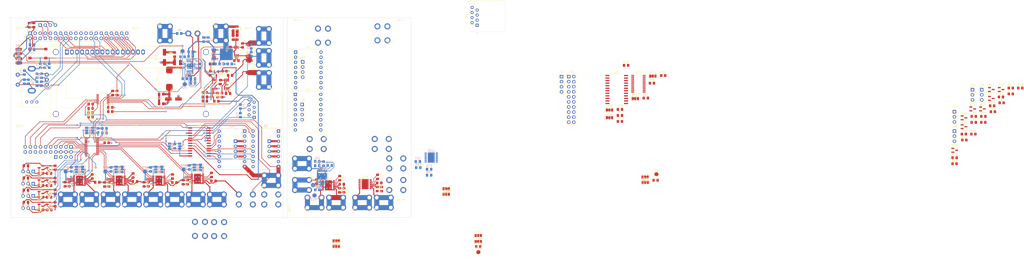
<source format=kicad_pcb>
(kicad_pcb (version 20211014) (generator pcbnew)
  (layers (0 "F.Cu" signal) (1 "In1.Cu" power) (2 "In2.Cu" power) (31 "B.Cu" signal) (34 "B.Paste" user) (35 "F.Paste" user) (36 "B.SilkS" user "B.Silkscreen") (37 "F.SilkS" user "F.Silkscreen") (38 "B.Mask" user) (39 "F.Mask" user) (44 "Edge.Cuts" user))
  (net 0 "")
  (net 1 "GND")
  (net 3 "/I2C Expenders/Stepper Motor/A2_1")
  (net 4 "/I2C Expenders/Stepper Motor/A1_1")
  (net 5 "/I2C Expenders/Stepper Motor/B1_1")
  (net 6 "/I2C Expenders/Stepper Motor/B2_1")
  (net 7 "/I2C Expenders/Stepper Motor/VCCstp")
  (net 8 "/I2C Expenders/IO0_2")
  (net 9 "/I2C Expenders/IO0_3")
  (net 10 "/I2C Expenders/IO0_4")
  (net 11 "/I2C Expenders/IO0_0")
  (net 12 "/I2C Expenders/IO0_1")
  (net 14 "/I2C Expenders/Stepper Motor/A2_2")
  (net 15 "/I2C Expenders/Stepper Motor/A1_2")
  (net 16 "/I2C Expenders/Stepper Motor/B1_2")
  (net 17 "/I2C Expenders/Stepper Motor/B2_2")
  (net 18 "/I2C Expenders/IO1_2")
  (net 19 "/I2C Expenders/IO1_3")
  (net 20 "/I2C Expenders/IO1_4")
  (net 21 "/I2C Expenders/IO1_0")
  (net 22 "/I2C Expenders/IO1_1")
  (net 23 "GND2")
  (net 25 "/Rover Extension/Stepper Motor Ext./A2_1")
  (net 26 "/Rover Extension/Stepper Motor Ext./A1_1")
  (net 27 "/Rover Extension/Stepper Motor Ext./B1_1")
  (net 28 "/Rover Extension/Stepper Motor Ext./B2_1")
  (net 29 "/Rover Extension/Stepper Motor Ext./VCCstp")
  (net 30 "/Rover Extension/IO0_2")
  (net 31 "/Rover Extension/IO0_3")
  (net 32 "/Rover Extension/IO0_4")
  (net 33 "/Rover Extension/IO0_0")
  (net 34 "/Rover Extension/IO0_1")
  (net 36 "/Rover Extension/Stepper Motor Ext./A2_2")
  (net 37 "/Rover Extension/Stepper Motor Ext./A1_2")
  (net 38 "/Rover Extension/Stepper Motor Ext./B1_2")
  (net 39 "/Rover Extension/Stepper Motor Ext./B2_2")
  (net 40 "/Rover Extension/IO1_2")
  (net 41 "/Rover Extension/IO1_3")
  (net 42 "/Rover Extension/IO1_4")
  (net 43 "/Rover Extension/IO1_0")
  (net 44 "/Rover Extension/IO1_1")
  (net 45 "+3V3")
  (net 46 "+5V")
  (net 47 "VCC")
  (net 48 "Net-(C13-Pad1)")
  (net 49 "/Power Supply/SW1")
  (net 50 "Net-(C14-Pad1)")
  (net 51 "/Power Supply/SW2")
  (net 52 "/EC11_SW")
  (net 53 "/EC11_A")
  (net 54 "/EC11_B")
  (net 55 "Net-(C20-Pad1)")
  (net 56 "Net-(C27-Pad1)")
  (net 57 "Net-(C27-Pad2)")
  (net 58 "Net-(C28-Pad1)")
  (net 59 "Net-(C28-Pad2)")
  (net 60 "Net-(C30-Pad2)")
  (net 61 "/I2C Expenders/DC Motor/VCCdc")
  (net 62 "Net-(C35-Pad2)")
  (net 63 "Net-(C38-Pad2)")
  (net 64 "Net-(C41-Pad1)")
  (net 65 "Net-(C41-Pad2)")
  (net 66 "Net-(C42-Pad1)")
  (net 67 "Net-(C42-Pad2)")
  (net 68 "Net-(C43-Pad2)")
  (net 69 "Net-(C46-Pad2)")
  (net 70 "Net-(C49-Pad1)")
  (net 71 "Net-(C49-Pad2)")
  (net 72 "Net-(C50-Pad1)")
  (net 73 "Net-(C50-Pad2)")
  (net 74 "+3.3V")
  (net 75 "/Rover Extension/VCCsrv")
  (net 76 "/Rover Extension/DC Motor Ext./VCCdc")
  (net 77 "Net-(C59-Pad2)")
  (net 78 "Net-(C62-Pad2)")
  (net 79 "Net-(C65-Pad1)")
  (net 80 "Net-(C65-Pad2)")
  (net 81 "Net-(C66-Pad1)")
  (net 82 "Net-(C66-Pad2)")
  (net 83 "Net-(C67-Pad2)")
  (net 84 "Net-(C70-Pad2)")
  (net 85 "Net-(C73-Pad1)")
  (net 86 "Net-(C73-Pad2)")
  (net 87 "Net-(C74-Pad1)")
  (net 88 "Net-(C74-Pad2)")
  (net 89 "/Power Supply/VCCext")
  (net 90 "Net-(D1-Pad2)")
  (net 91 "Net-(D2-Pad2)")
  (net 92 "Net-(D3-Pad1)")
  (net 93 "/Power Supply/PGOOD_5V0")
  (net 94 "/Power Supply/PGOOD_3V3")
  (net 95 "/LCD0")
  (net 96 "/LCD1")
  (net 97 "/LCD2")
  (net 98 "/BTN")
  (net 99 "/SDA")
  (net 100 "/SCL")
  (net 101 "/LCD3")
  (net 102 "/LCD4")
  (net 103 "/LCD5")
  (net 104 "/LCD6")
  (net 105 "/LCD_RS")
  (net 106 "/LCD7")
  (net 107 "/LCD_RW")
  (net 108 "/LCD_E")
  (net 109 "/I2C Expenders/PWM12")
  (net 110 "/I2C Expenders/PWM13")
  (net 111 "/I2C Expenders/PWM14")
  (net 112 "/I2C Expenders/PWM15")
  (net 113 "/I2C Expenders/IO0_6")
  (net 114 "/I2C Expenders/IO0_7")
  (net 115 "/I2C Expenders/IO1_6")
  (net 116 "/I2C Expenders/IO1_7")
  (net 117 "/I2C Expenders/AIN6")
  (net 118 "/I2C Expenders/AIN7")
  (net 119 "/I2C Expenders/Peak Power Monitoring/PPM_Entry")
  (net 120 "Net-(J12-Pad1)")
  (net 121 "Net-(J13-Pad1)")
  (net 122 "Net-(J14-Pad1)")
  (net 123 "/I2C Expenders/DC Motor/MOT1+")
  (net 124 "/I2C Expenders/DC Motor/MOT2+")
  (net 125 "/I2C Expenders/DC Motor/MOT1-")
  (net 126 "/I2C Expenders/DC Motor/MOT2-")
  (net 127 "/I2C Expenders/DC Motor/MOT4+")
  (net 128 "/I2C Expenders/DC Motor/MOT3+")
  (net 129 "/I2C Expenders/DC Motor/MOT4-")
  (net 130 "/I2C Expenders/DC Motor/MOT3-")
  (net 131 "/Rover Extension/SCL")
  (net 132 "/Rover Extension/SDA")
  (net 133 "/Rover Extension/PWM12")
  (net 134 "/Rover Extension/PWM13")
  (net 135 "/Rover Extension/PWM14")
  (net 136 "/Rover Extension/PWM15")
  (net 137 "/Rover Extension/IO0_6")
  (net 138 "/Rover Extension/IO0_7")
  (net 139 "/Rover Extension/IO1_6")
  (net 140 "/Rover Extension/IO1_7")
  (net 141 "/Rover Extension/AIN6")
  (net 142 "/Rover Extension/AIN7")
  (net 143 "Net-(J35-Pad1)")
  (net 144 "Net-(J36-Pad1)")
  (net 145 "Net-(J37-Pad1)")
  (net 146 "/Rover Extension/DC Motor Ext./MOT1+")
  (net 147 "/Rover Extension/DC Motor Ext./MOT2+")
  (net 148 "/Rover Extension/DC Motor Ext./MOT1-")
  (net 149 "/Rover Extension/DC Motor Ext./MOT2-")
  (net 150 "/Rover Extension/DC Motor Ext./MOT4+")
  (net 151 "/Rover Extension/DC Motor Ext./MOT3+")
  (net 152 "/Rover Extension/DC Motor Ext./MOT4-")
  (net 153 "/Rover Extension/DC Motor Ext./MOT3-")
  (net 154 "Net-(JP1-Pad2)")
  (net 155 "Net-(JP2-Pad2)")
  (net 156 "Net-(JP3-Pad2)")
  (net 157 "Net-(JP4-Pad2)")
  (net 158 "Net-(JP5-Pad2)")
  (net 159 "Net-(JP6-Pad2)")
  (net 160 "Net-(JP7-Pad2)")
  (net 161 "Net-(JP8-Pad2)")
  (net 162 "Net-(JP9-Pad2)")
  (net 163 "Net-(JP10-Pad2)")
  (net 164 "Net-(JP11-Pad2)")
  (net 165 "Net-(JP12-Pad2)")
  (net 166 "Net-(JP13-Pad2)")
  (net 167 "Net-(JP14-Pad2)")
  (net 168 "Net-(JP15-Pad2)")
  (net 169 "Net-(JP16-Pad2)")
  (net 170 "Net-(JP17-Pad2)")
  (net 171 "Net-(JP18-Pad2)")
  (net 172 "Net-(JP19-Pad2)")
  (net 173 "Net-(JP20-Pad2)")
  (net 174 "Net-(JP21-Pad2)")
  (net 175 "Net-(JP22-Pad2)")
  (net 176 "Net-(JP23-Pad2)")
  (net 177 "Net-(JP24-Pad2)")
  (net 178 "Net-(Q2-Pad1)")
  (net 179 "Net-(Q2-Pad2)")
  (net 180 "Net-(Q2-Pad3)")
  (net 181 "Net-(Q2-Pad6)")
  (net 182 "/I2C Expenders/IO0_5")
  (net 183 "/I2C Expenders/PWM8")
  (net 184 "Net-(Q4-Pad3)")
  (net 185 "/I2C Expenders/PWM9")
  (net 186 "Net-(Q6-Pad3)")
  (net 187 "/I2C Expenders/PWM10")
  (net 188 "Net-(Q8-Pad3)")
  (net 189 "/I2C Expenders/PWM11")
  (net 190 "Net-(Q10-Pad3)")
  (net 191 "/Rover Extension/PWM8")
  (net 192 "Net-(Q12-Pad3)")
  (net 193 "/Rover Extension/PWM9")
  (net 194 "Net-(Q14-Pad3)")
  (net 195 "/Rover Extension/PWM10")
  (net 196 "Net-(Q16-Pad3)")
  (net 197 "/Rover Extension/PWM11")
  (net 198 "Net-(Q18-Pad3)")
  (net 199 "Net-(R2-Pad1)")
  (net 200 "Net-(R4-Pad1)")
  (net 201 "3V3")
  (net 202 "Net-(R12-Pad2)")
  (net 203 "Net-(R17-Pad1)")
  (net 204 "/I2C Expenders/AIN0")
  (net 205 "Net-(R21-Pad1)")
  (net 206 "Net-(R22-Pad1)")
  (net 207 "/I2C Expenders/AIN1")
  (net 208 "Net-(R25-Pad2)")
  (net 209 "Net-(R29-Pad1)")
  (net 210 "/I2C Expenders/AIN3")
  (net 211 "Net-(R46-Pad2)")
  (net 212 "Net-(R47-Pad2)")
  (net 213 "Net-(R48-Pad2)")
  (net 214 "Net-(R49-Pad2)")
  (net 215 "/I2C Expenders/AIN4")
  (net 216 "/I2C Expenders/AIN5")
  (net 217 "Net-(R56-Pad1)")
  (net 218 "Net-(R69-Pad2)")
  (net 219 "Net-(R70-Pad2)")
  (net 220 "Net-(R71-Pad2)")
  (net 221 "Net-(R72-Pad2)")
  (net 222 "Net-(RV1-Pad2)")
  (net 223 "/Power Supply/VBIAS")
  (net 231 "/I2C Expenders/AIN2")
  (net 234 "/I2C Expenders/PWM0")
  (net 235 "/I2C Expenders/PWM1")
  (net 236 "/I2C Expenders/PWM2")
  (net 237 "/I2C Expenders/PWM3")
  (net 238 "/I2C Expenders/PWM4")
  (net 239 "/I2C Expenders/PWM5")
  (net 240 "/I2C Expenders/PWM6")
  (net 241 "/I2C Expenders/PWM7")
  (net 243 "/Rover Extension/IO0_5")
  (net 245 "/Rover Extension/PWM0")
  (net 246 "/Rover Extension/PWM1")
  (net 247 "/Rover Extension/PWM2")
  (net 248 "/Rover Extension/PWM3")
  (net 249 "/Rover Extension/PWM4")
  (net 250 "/Rover Extension/PWM5")
  (net 251 "/Rover Extension/PWM6")
  (net 252 "/Rover Extension/PWM7")
  (net 253 "Net-(Q1-Pad1)")
  (net 257 "/UART_RXD")
  (net 258 "/UART_TXD")
  (net 266 "Net-(J15-Pad1)")
  (net 267 "Net-(J38-Pad1)")
  (footprint "Capacitor_SMD:C_0805_2012Metric_Pad1.18x1.45mm_HandSolder" (layer "F.Cu") (at 218 135.75 -90)
    (fp_text reference "C71")
    (fp_text value "100n")
  )
  (footprint "Jumper:SolderJumper-3_P1.3mm_Bridged12_Pad1.0x1.5mm" (layer "F.Cu") (at 268.5 162.05)
    (fp_text reference "JP22")
    (fp_text value "Jumper_3_Bridged12")
  )
  (footprint "Package_TO_SOT_SMD:SOT-23" (layer "F.Cu") (at 515.5045 95.6615)
    (fp_text reference "Q14")
    (fp_text value "T2N7002")
  )
  (footprint "Resistor_SMD:R_0805_2012Metric_Pad1.20x1.40mm_HandSolder" (layer "F.Cu") (at 50.038 146.177 180)
    (fp_text reference "R42")
    (fp_text value "10k")
  )
  (footprint "Resistor_SMD:R_2512_6332Metric_Pad1.40x3.35mm_HandSolder" (layer "F.Cu") (at 154.051 74.422 -90)
    (fp_text reference "R19")
    (fp_text value "0R01")
  )
  (footprint "Resistor_SMD:R_0805_2012Metric_Pad1.20x1.40mm_HandSolder" (layer "F.Cu") (at 534.5145 85.2115)
    (fp_text reference "R57")
    (fp_text value "100k")
  )
  (footprint "Resistor_SMD:R_0805_2012Metric_Pad1.20x1.40mm_HandSolder" (layer "F.Cu") (at 520.7845 102.3715)
    (fp_text reference "R68")
    (fp_text value "10k")
  )
  (footprint "Capacitor_SMD:C_0805_2012Metric_Pad1.18x1.45mm_HandSolder" (layer "F.Cu") (at 339.2795 98.9415)
    (fp_text reference "C51")
    (fp_text value "10u")
  )
  (footprint "Resistor_SMD:R_0805_2012Metric_Pad1.20x1.40mm_HandSolder" (layer "F.Cu") (at 57.15 143.383 90)
    (fp_text reference "R45")
    (fp_text value "10k")
  )
  (footprint "Connector_PinHeader_2.54mm:PinHeader_1x04_P2.54mm_Vertical" (layer "F.Cu") (at 180.79 72.14)
    (fp_text reference "J48")
    (fp_text value "Conn_01x04_Male")
  )
  (footprint "Capacitor_SMD:C_0805_2012Metric_Pad1.18x1.45mm_HandSolder" (layer "F.Cu") (at 131.953 89.662)
    (fp_text reference "C30")
    (fp_text value "4.7u")
  )
  (footprint "Package_TO_SOT_SMD:SOT-23" (layer "F.Cu") (at 54.102 143.383 180)
    (fp_text reference "Q10")
    (fp_text value "T2N7002")
  )
  (footprint "Connector_PinHeader_2.54mm:PinHeader_1x03_P2.54mm_Vertical" (layer "F.Cu") (at 46.213 133.096 -90)
    (fp_text reference "J13")
    (fp_text value "Conn_01x03_Male")
  )
  (footprint "Package_SO:SOIC-24W_7.5x15.4mm_P1.27mm" (layer "F.Cu") (at 337.6795 85.9515)
    (fp_text reference "U14")
    (fp_text value "PCA9535D")
  )
  (footprint "MASA_footprint:EC11E" (layer "F.Cu") (at 45.462 81.026 90)
    (fp_text reference "S2")
    (fp_text value "EC11")
  )
  (footprint "MASA_footprint:ScrewTerminal_1x01_5x7mm" (layer "F.Cu") (at 210.55 142.55 90)
    (fp_text reference "J44")
    (fp_text value "Screw_Terminal_01x01")
  )
  (footprint "MASA_footprint:ScrewTerminal_1x01_5x7mm" (layer "F.Cu") (at 161.417 81.153 180)
    (fp_text reference "J9")
    (fp_text value "Screw_Terminal_01x01")
  )
  (footprint "MountingHole:MountingHole_2.7mm_M2.5" (layer "F.Cu") (at 152.146 131.826)
    (fp_text reference "REF**")
    (fp_text value "MountingHole_2.7mm_M2.5")
  )
  (footprint "Resistor_SMD:R_0805_2012Metric_Pad1.20x1.40mm_HandSolder" (layer "F.Cu") (at 50.038 139.827 180)
    (fp_text reference "R39")
    (fp_text value "10k")
  )
  (footprint "MASA_footprint:ScrewTerminal_1x01_5x7mm" (layer "F.Cu") (at 220.3 113.2 -90)
    (fp_text reference "J47")
    (fp_text value "Screw_Terminal_01x01")
  )
  (footprint "MountingHole:MountingHole_2.7mm_M2.5" (layer "F.Cu") (at 39.79 59.0865)
    (fp_text reference "REF**")
    (fp_text value "MountingHole_2.7mm_M2.5")
  )
  (footprint "Capacitor_SMD:C_0805_2012Metric_Pad1.18x1.45mm_HandSolder" (layer "F.Cu") (at 88.011 87.6935 -90)
    (fp_text reference "C21")
    (fp_text value "10u")
  )
  (footprint "MountingHole:MountingHole_2.7mm_M2.5" (layer "F.Cu") (at 230 55)
    (fp_text reference "REF**")
    (fp_text value "MountingHole_2.7mm_M2.5")
  )
  (footprint "Resistor_SMD:R_0805_2012Metric_Pad1.20x1.40mm_HandSolder" (layer "F.Cu") (at 84.6455 97.028 180)
    (fp_text reference "R43")
    (fp_text value "R")
  )
  (footprint "Package_TO_SOT_SMD:SOT-363_SC-70-6" (layer "F.Cu") (at 135.636 88.773 -90)
    (fp_text reference "Q2")
    (fp_text value "BC847BS")
  )
  (footprint "Package_SO:TSSOP-28_4.4x9.7mm_P0.65mm" (layer "F.Cu") (at 348.5095 83.1015)
    (fp_text reference "U15")
    (fp_text value "PCA9685PW_112")
  )
  (footprint "Capacitor_SMD:C_0805_2012Metric_Pad1.18x1.45mm_HandSolder" (layer "F.Cu") (at 143.51 87.9305)
    (fp_text reference "C28")
    (fp_text value "100n")
  )
  (footprint "Package_TO_SOT_SMD:SOT-23" (layer "F.Cu") (at 506.5045 116.3715)
    (fp_text reference "Q19")
    (fp_text value "T2N7002")
  )
  (footprint "Package_SO:HTSSOP-16-1EP_4.4x5mm_P0.65mm_EP3.4x5mm" (layer "F.Cu") (at 212 133.3)
    (fp_text reference "U19")
    (fp_text value "DRV8876,16-HTSSOP")
  )
  (footprint "Resistor_SMD:R_0805_2012Metric_Pad1.20x1.40mm_HandSolder" (layer "F.Cu") (at 131.953 91.821 180)
    (fp_text reference "R30")
    (fp_text value "1M")
  )
  (footprint "MountingHole:MountingHole_2.7mm_M2.5" (layer "F.Cu") (at 153.924 59.0865)
    (fp_text reference "REF**")
    (fp_text value "MountingHole_2.7mm_M2.5")
  )
  (footprint "Resistor_SMD:R_0805_2012Metric_Pad1.20x1.40mm_HandSolder" (layer "F.Cu") (at 529.6245 89.6615)
    (fp_text reference "R62")
    (fp_text value "10k")
  )
  (footprint "Connector_PinHeader_2.54mm:PinHeader_1x03_P2.54mm_Vertical" (layer "F.Cu") (at 46.228 145.288 -90)
    (fp_text reference "J15")
    (fp_text value "Conn_01x03_Male")
  )
  (footprint "Package_SO:HTSSOP-16-1EP_4.4x5mm_P0.65mm_EP3.4x5mm" (layer "F.Cu") (at 108.932 131.542)
    (fp_text reference "U13")
    (fp_text value "DRV8876,16-HTSSOP")
  )
  (footprint "Capacitor_SMD:C_0805_2012Metric_Pad1.18x1.45mm_HandSolder" (layer "F.Cu") (at 85.852 87.6935 -90)
    (fp_text reference "C22")
    (fp_text value "100n")
  )
  (footprint "Resistor_SMD:R_0805_2012Metric_Pad1.20x1.40mm_HandSolder" (layer "F.Cu") (at 84.6455 94.9325)
    (fp_text reference "R44")
    (fp_text value "R")
  )
  (footprint "Resistor_SMD:R_0805_2012Metric_Pad1.20x1.40mm_HandSolder" (layer "F.Cu") (at 529.9645 92.6115)
    (fp_text reference "R65")
    (fp_text value "10k")
  )
  (footprint "Resistor_SMD:R_0805_2012Metric_Pad1.20x1.40mm_HandSolder" (layer "F.Cu") (at 74.8665 99.695)
    (fp_text reference "R50")
    (fp_text value "R")
  )
  (footprint "MASA_footprint:ScrewTerminal_1x01_5x7mm" (layer "F.Cu") (at 161.417 59.182 180)
    (fp_text reference "J8")
    (fp_text value "Screw_Terminal_01x01")
  )
  (footprint "Resistor_SMD:R_2512_6332Metric_Pad1.40x3.35mm_HandSolder" (layer "F.Cu") (at 154.051 66.294 -90)
    (fp_text reference "R18")
    (fp_text value "0R01")
  )
  (footprint "MASA_footprint:ScrewTerminal_1x01_5x7mm" (layer "F.Cu") (at 112 57.912)
    (fp_text reference "J5")
    (fp_text value "Screw_Terminal_01x01")
  )
  (footprint "MASA_footprint:ScrewTerminal_1x01_5x7mm" (layer "F.Cu") (at 63.5 140.97 90)
    (fp_text reference "J16")
    (fp_text value "Screw_Terminal_01x01")
  )
  (footprint "Diode_SMD:D_0805_2012Metric_Pad1.15x1.40mm_HandSolder" (layer "F.Cu") (at 38.989 70.4945)
    (fp_text reference "D4")
    (fp_text value "Green")
  )
  (footprint "Capacitor_SMD:C_0805_2012Metric_Pad1.18x1.45mm_HandSolder" (layer "F.Cu") (at 516.0045 99.3915)
    (fp_text reference "C56")
    (fp_text value "1u")
  )
  (footprint "Connector_PinHeader_2.54mm:PinHeader_1x03_P2.54mm_Vertical" (layer "F.Cu") (at 46.213 127 -90)
    (fp_text reference "J12")
    (fp_text value "Conn_01x03_Male")
  )
  (footprint "Resistor_SMD:R_0805_2012Metric_Pad1.20x1.40mm_HandSolder" (layer "F.Cu") (at 187.6 132.05 -90)
    (fp_text reference "R70")
    (fp_text value "100k")
  )
  (footprint "Jumper:SolderJumper-3_P1.3mm_Open_Pad1.0x1.5mm" (layer "F.Cu") (at 252.5 138.35)
    (fp_text reference "JP19")
    (fp_text value "Jumper_3_Open")
  )
  (footprint "Capacitor_SMD:C_0805_2012Metric_Pad1.18x1.45mm_HandSolder" (layer "F.Cu") (at 116.75 132.5 180)
    (fp_text reference "C46")
    (fp_text value "100n")
  )
  (footprint "Capacitor_SMD:C_0805_2012Metric_Pad1.18x1.45mm_HandSolder" (layer "F.Cu") (at 75.6285 129.4765 -90)
    (fp_text reference "C41")
    (fp_text value "22n")
  )
  (footprint "Capacitor_SMD:C_0805_2012Metric_Pad1.18x1.45mm_HandSolder" (layer "F.Cu") (at 199.2 136.3875 -90)
    (fp_text reference "C63")
    (fp_text value "100n")
  )
  (footprint "Capacitor_SMD:C_0805_2012Metric_Pad1.18x1.45mm_HandSolder" (layer "F.Cu") (at 218.2 129.65 -90)
    (fp_text reference "C74")
    (fp_text value "22n")
  )
  (footprint "Package_TO_SOT_SMD:SOT-363_SC-70-6_Handsoldering" (layer "F.Cu") (at 136.481 68.325 90)
    (fp_text reference "U1")
    (fp_text value "BCM857BS")
  )
  (footprint "Capacitor_SMD:C_Elec_6.3x5.8" (layer "F.Cu") (at 111.76 69.85 90)
    (fp_text reference "C16")
    (fp_text value "47u")
  )
  (footprint "Connector_PinHeader_2.54mm:PinHeader_2x10_P2.54mm_Vertical" (layer "F.Cu") (at 313.7 79.47)
    (fp_text reference "J33")
    (fp_text value "Conn_02x10_Top_Bottom")
  )
  (footprint "Capacitor_SMD:C_0805_2012Metric_Pad1.18x1.45mm_HandSolder" (layer "F.Cu") (at 110.109 88.265 180)
    (fp_text reference "C12")
    (fp_text value "10u")
  )
  (footprint "Capacitor_SMD:C_0805_2012Metric_Pad1.18x1.45mm_HandSolder" (layer "F.Cu") (at 200.3 133.35 180)
    (fp_text reference "C62")
    (fp_text value "100n")
  )
  (footprint "Capacitor_SMD:C_0805_2012Metric_Pad1.18x1.45mm_HandSolder" (layer "F.Cu") (at 42.545 124.079 180)
    (fp_text reference "C31")
    (fp_text value "1u")
  )
  (footprint "Resistor_SMD:R_0805_2012Metric_Pad1.20x1.40mm_HandSolder" (layer "F.Cu") (at 54.102 139.827)
    (fp_text reference "R38")
    (fp_text value "100k")
  )
  (footprint "Resistor_SMD:R_0805_2012Metric_Pad1.20x1.40mm_HandSolder" (layer "F.Cu") (at 131.953 87.503)
    (fp_text reference "R27")
    (fp_text value "200")
  )
  (footprint "Package_SO:HTSSOP-16-1EP_4.4x5mm_P0.65mm_EP3.4x5mm" (layer "F.Cu") (at 193.65 133.9)
    (fp_text reference "U17")
    (fp_text value "DRV8876,16-HTSSOP")
  )
  (footprint "Resistor_SMD:R_0805_2012Metric_Pad1.20x1.40mm_HandSolder" (layer "F.Cu") (at 525.2145 94.1115)
    (fp_text reference "R58")
    (fp_text value "10k")
  )
  (footprint "MASA_footprint:ScrewTerminal_1x01_5x7mm" (layer "F.Cu") (at 137.922 140.97 90)
    (fp_text reference "J22")
    (fp_text value "Screw_Terminal_01x01")
  )
  (footprint "MASA_footprint:ScrewTerminal_1x01_5x7mm" (layer "F.Cu") (at 165.1 140.97 -90)
    (fp_text reference "J29")
    (fp_text value "Screw_Terminal_01x01")
  )
  (footprint "Resistor_SMD:R_0805_2012Metric_Pad1.20x1.40mm_HandSolder" (layer "F.Cu") (at 357.1 131.37)
    (fp_text reference "R71")
    (fp_text value "100k")
  )
  (footprint "Capacitor_SMD:C_0805_2012Metric_Pad1.18x1.45mm_HandSolder" (layer "F.Cu") (at 84.0105 133.477 -90)
    (fp_text reference "C39")
    (fp_text value "100n")
  )
  (footprint "Resistor_SMD:R_0805_2012Metric_Pad1.20x1.40mm_HandSolder" (layer "F.Cu") (at 54.229 146.177)
    (fp_text reference "R41")
    (fp_text value "100k")
  )
  (footprint "Capacitor_SMD:C_0805_2012Metric_Pad1.18x1.45mm_HandSolder" (layer "F.Cu") (at 110.109 93.091 180)
    (fp_text reference "C76")
    (fp_text value "1u")
  )
  (footprint "Package_SO:HTSSOP-16-1EP_4.4x5mm_P0.65mm_EP3.4x5mm" (layer "F.Cu") (at 69.308 131.542)
    (fp_text reference "U10")
    (fp_text value "DRV8876,16-HTSSOP")
  )
  (footprint "MountingHole:MountingHole_2.7mm_M2.5" (layer "F.Cu") (at 230 145)
    (fp_text reference "REF**")
    (fp_text value "MountingHole_2.7mm_M2.5")
  )
  (footprint "Resistor_SMD:R_0805_2012Metric_Pad1.20x1.40mm_HandSolder" (layer "F.Cu") (at 57.15 137.16 90)
    (fp_text reference "R40")
    (fp_text value "10k")
  )
  (footprint "Capacitor_SMD:C_0805_2012Metric_Pad1.18x1.45mm_HandSolder" (layer "F.Cu") (at 44.196 53.721 90)
    (fp_text reference "C1")
    (fp_text value "10u")
  )
  (footprint "Resistor_SMD:R_0805_2012Metric_Pad1.20x1.40mm_HandSolder" (layer "F.Cu") (at 74.8665 95.377 180)
    (fp_text reference "R53")
    (fp_text value "R")
  )
  (footprint "Resistor_SMD:R_0805_2012Metric_Pad1.20x1.40mm_HandSolder" (layer "F.Cu") (at 57.15 125.095 90)
    (fp_text reference "R34")
    (fp_text value "10k")
  )
  (footprint "Connector_PinHeader_2.54mm:PinHeader_1x04_P2.54mm_Vertical" (layer "F.Cu") (at 49.667 53.721 90)
    (fp_text reference "J1")
    (fp_text value "Conn_01x04_Female")
  )
  (footprint "Connector_RJ:RJ45_Amphenol_54602-x08_Horizontal" (layer "F.Cu") (at 156.571 99.9135 90)
    (fp_text reference "J3")
    (fp_text value "RJ45")
  )
  (footprint "Jumper:SolderJumper-3_P1.3mm_Bridged12_Pad1.0x1.5mm" (layer "F.Cu") (at 346.9595 90.5015)
    (fp_text reference "JP13")
    (fp_text value "Jumper_3_Bridged12")
  )
  (footprint "MASA_footprint:L_10.7x10.0mm_H4mm" (layer "F.Cu") (at 114.173 80.518 90)
    (fp_text reference "L1")
    (fp_text value "10u")
  )
  (footprint "Package_TO_SOT_SMD:SOT-23" (layer "F.Cu") (at 137.668 77.978 -90)
    (fp_text reference "Q3")
    (fp_text value "IRLML0060TRPBF")
  )
  (footprint "Capacitor_SMD:C_0805_2012Metric_Pad1.18x1.45mm_HandSolder" (layer "F.Cu") (at 103.6955 133.4135 -90)
    (fp_text reference "C47")
    (fp_text value "100n")
  )
  (footprint "Resistor_SMD:R_0805_2012Metric_Pad1.20x1.40mm_HandSolder" (layer "F.Cu") (at 360.9095 78.9515)
    (fp_text reference "R55")
    (fp_text value "10k")
  )
  (footprint "Resistor_SMD:R_0805_2012Metric_Pad1.20x1.40mm_HandSolder" (layer "F.Cu") (at 57.15 131.191 90)
    (fp_text reference "R37")
    (fp_text value "10k")
  )
  (footprint "Package_SO:SOIC-24W_7.5x15.4mm_P1.27mm" (layer "F.Cu") (at 129.2225 112.2045)
    (fp_text reference "U5")
    (fp_text value "PCA9535D")
  )
  (footprint "Resistor_SMD:R_0805_2012Metric_Pad1.20x1.40mm_HandSolder" (layer "F.Cu") (at 141.732 76.7545 180)
    (fp_text reference "R31")
    (fp_text value "10k")
  )
  (footprint "MASA_footprint:ScrewTerminal_1x01_5x7mm" (layer "F.Cu") (at 227.55 133.75 90)
    (fp_text reference "J43")
    (fp_text value "Screw_Terminal_01x01")
  )
  (footprint "Connector_PinHeader_2.54mm:PinHeader_1x03_P2.54mm_Vertical" (layer "F.Cu") (at 506.3845 97.0715)
    (fp_text reference "J37")
    (fp_text value "Conn_01x03_Male")
  )
  (footprint "Jumper:SolderJumper-3_P1.3mm_Bridged12_Pad1.0x1.5mm" (layer "F.Cu") (at 334.0495 100.0315)
    (fp_text reference "JP15")
    (fp_text value "Jumper_3_Bridged12")
  )
  (footprint "Package_SO:SSOP-16_3.9x4.9mm_P0.635mm" (layer "F.Cu") (at 80.9625 90.805)
    (fp_text reference "U4")
    (fp_text value "MAX11603EEE+")
  )
  (footprint "Resistor_SMD:R_0805_2012Metric_Pad1.20x1.40mm_HandSolder" (layer "F.Cu") (at 150.749 63.881 90)
    (fp_text reference "R21")
    (fp_text value "1k")
  )
  (footprint "Package_TO_SOT_SMD:SOT-23" (layer "F.Cu") (at 50.038 131.191 180)
    (fp_text reference "Q7")
    (fp_text value "T2N7002")
  )
  (footprint "Connector_PinHeader_2.54mm:PinHeader_1x03_P2.54mm_Vertical" (layer "F.Cu") (at 506.3845 106.7715)
    (fp_text reference "J38")
    (fp_text value "Conn_01x03_Male")
  )
  (footprint "Package_SO:TSSOP-8_3x3mm_P0.65mm" (layer "F.Cu") (at 136.652 83.3585 90)
    (fp_text reference "U9")
    (fp_text value "LTC6247,8-TSSOP")
  )
  (footprint "Resistor_SMD:R_0805_2012Metric_Pad1.20x1.40mm_HandSolder" (layer "F.Cu") (at 139.7 82.2155 90)
    (fp_text reference "R29")
    (fp_text value "1k")
  )
  (footprint "Capacitor_SMD:C_0805_2012Metric_Pad1.18x1.45mm_HandSolder" (layer "F.Cu") (at 201.4 136.3875 -90)
    (fp_text reference "C64")
    (fp_text value "10u")
  )
  (footprint "MountingHole:MountingHole_2.7mm_M2.5" (layer "F.Cu") (at 97.79 108.0865)
    (fp_text reference "REF**")
    (fp_text value "MountingHole_2.7mm_M2.5")
  )
  (footprint "Capacitor_SMD:C_0805_2012Metric_Pad1.18x1.45mm_HandSolder" (layer "F.Cu") (at 42.545 136.271 180)
    (fp_text reference "C33")
    (fp_text value "1u")
  )
  (footprint "Diode_SMD:D_0805_2012Metric_Pad1.15x1.40mm_HandSolder" (layer "F.Cu") (at 38.989 67.9545)
    (fp_text reference "D5")
    (fp_text value "Green")
  )
  (footprint "MountingHole:MountingHole_2.7mm_M2.5" (layer "F.Cu") (at 39.79 108.0865)
    (fp_text reference "REF**")
    (fp_text value "MountingHole_2.7mm_M2.5")
  )
  (footprint "Resistor_SMD:R_0805_2012Metric_Pad1.20x1.40mm_HandSolder" (layer "F.Cu") (at 74.8665 93.218)
    (fp_text reference "R52")
    (fp_text value "R")
  )
  (footprint "Resistor_SMD:R_0805_2012Metric_Pad1.20x1.40mm_HandSolder" (layer "F.Cu") (at 511.0845 108.2615)
    (fp_text reference "R67")
    (fp_text value "10k")
  )
  (footprint "Jumper:SolderJumper-3_P1.3mm_Bridged12_Pad1.0x1.5mm" (layer "F.Cu") (at 252.5 135.6425 180)
    (fp_text reference "JP17")
    (fp_text value "Jumper_3_Bridged12")
  )
  (footprint "Connector_PinHeader_2.54mm:PinHeader_1x03_P2.54mm_Vertical" (layer "F.Cu") (at 515.3845 86.0615)
    (fp_text reference "J35")
    (fp_text value "Conn_01x03_Male")
  )
  (footprint "Resistor_SMD:R_0805_2012Metric_Pad1.20x1.40mm_HandSolder" (layer "F.Cu") (at 539.2645 85.2115)
    (fp_text reference "R59")
    (fp_text value "10k")
  )
  (footprint "MASA_footprint:ScrewTerminal_1x01_5x7mm" (layer "F.Cu") (at 161.417 70.104 180)
    (fp_text reference "J10")
    (fp_text value "Screw_Terminal_01x01")
  )
  (footprint "Connector_PinHeader_2.54mm:PinHeader_1x04_P2.54mm_Vertical" (layer "F.Cu") (at 147.2465 111.8335)
    (fp_text reference "J26")
    (fp_text value "Conn_01x04_Male")
  )
  (footprint "Package_TO_SOT_SMD:SOT-23" (layer "F.Cu") (at 54.102 125.095 180)
    (fp_text reference "Q4")
    (fp_text value "T2N7002")
  )
  (footprint "Inductor_SMD:L_1210_3225Metric_Pad1.42x2.65mm_HandSolder" (layer "F.Cu") (at 118.237 72.517 180)
    (fp_text reference "L2")
    (fp_text value "10u")
  )
  (footprint "Connector_PinHeader_2.54mm:PinHeader_1x04_P2.54mm_Vertical" (layer "F.Cu") (at 164.1375 111.8235)
    (fp_text reference "J27")
    (fp_text value "Conn_01x04_Male")
  )
  (footprint "Resistor_SMD:R_0805_2012Metric_Pad1.20x1.40mm_HandSolder" (layer "F.Cu") (at 506.4345 123.0815)
    (fp_text reference "R63")
    (fp_text value "100k")
  )
  (footprint "MASA_footprint:ScrewTerminal_1x01_5x7mm" (layer "F.Cu") (at 116.84 140.97 90)
    (fp_text reference "J23")
    (fp_text value "Screw_Terminal_01x01")
  )
  (footprint "Resistor_SMD:R_0805_2012Metric_Pad1.20x1.40mm_HandSolder" (layer "F.Cu") (at 74.8665 97.536 180)
    (fp_text reference "R51")
    (fp_text value "R")
  )
  (footprint "Capacitor_SMD:C_0805_2012Metric_Pad1.18x1.45mm_HandSolder" (layer "F.Cu") (at 62.103 133.3715 -90)
    (fp_text reference "C37")
    (fp_text value "10u")
  )
  (footprint "Resistor_SMD:R_0805_2012Metric_Pad1.20x1.40mm_HandSolder" (layer "F.Cu") (at 146.05 55.499 -90)
    (fp_text reference "R5")
    (fp_text value "1k")
  )
  (footprint "Resistor_SMD:R_0805_2012Metric_Pad1.20x1.40mm_HandSolder" (layer "F.Cu") (at 355.2595 82.7815)
    (fp_text reference "R56")
    (fp_text value "10k")
  )
  (footprint "Resistor_SMD:R_0805_2012Metric_Pad1.20x1.40mm_HandSolder" (layer "F.Cu") (at 135.509 73.152 180)
    (fp_text reference "R2")
    (fp_text value "10k")
  )
  (footprint "MASA_footprint:ScrewTerminal_1x01_5x7mm" (layer "F.Cu") (at 84.836 140.97 90)
    (fp_text reference "J17")
    (fp_text value "Screw_Terminal_01x01")
  )
  (footprint "Jumper:SolderJumper-3_P1.3mm_Bridged12_Pad1.0x1.5mm" (layer "F.Cu") (at 197.55 161.7 180)
    (fp_text reference "JP18")
    (fp_text value "Jumper_3_Bridged12")
  )
  (footprint "MASA_footprint:ScrewTerminal_1x01_5x7mm" (layer "F.Cu") (at 180.45 133.75 -90)
    (fp_text reference "J39")
    (fp_text value "Screw_Terminal_01x01")
  )
  (footprint "Package_SO:HTSSOP-16-1EP_4.4x5mm_P0.65mm_EP3.4x5mm" (layer "F.Cu") (at 128.236 130.663)
    (fp_text reference "U12")
    (fp_text value "DRV8876,16-HTSSOP")
  )
  (footprint "Capacitor_SMD:C_0805_2012Metric_Pad1.18x1.45mm_HandSolder" (layer "F.Cu") (at 46.482 53.721 90)
    (fp_text reference "C2")
    (fp_text value "100n")
  )
  (footprint "Package_TO_SOT_SMD:SOT-23" (layer "F.Cu") (at 50.038 143.383 180)
    (fp_text reference "Q11")
    (fp_text value "T2N7002")
  )
  (footprint "Diode_SMD:D_0805_2012Metric_Pad1.15x1.40mm_HandSolder" (layer "F.Cu") (at 148.082 59.944 -90)
    (fp_text reference "D3")
    (fp_text value "Red")
  )
  (footprint "Package_SO:HTSSOP-16-1EP_4.4x5mm_P0.65mm_EP3.4x5mm" (layer "F.Cu") (at 89.12 131.542)
    (fp_text reference "U11")
    (fp_text value "DRV8876,16-HTSSOP")
  )
  (footprint "Jumper:SolderJumper-3_P1.3mm_Open_Pad1.0x1.5mm" (layer "F.Cu") (at 268.5 159.0575)
    (fp_text reference "JP24")
    (fp_text value "Jumper_3_Open")
  )
  (footprint "MASA_footprint:ScrewTerminal_1x01_5x7mm" (layer "F.Cu") (at 139.94 57.912)
    (fp_text reference "J4")
    (fp_text value "Screw_Terminal_01x01")
  )
  (footprint "MASA_footprint:ScrewTerminal_1x01_5x7mm" (layer "F.Cu") (at 95.504 140.97 90)
    (fp_text reference "J19")
    (fp_text value "Screw_Terminal_01x01")
  )
  (footprint "Resistor_SMD:R_0805_2012Metric_Pad1.20x1.40mm_HandSolder" (layer "F.Cu") (at 50.038 127.889 180)
    (fp_text reference "R33")
    (fp_text value "10k")
  )
  (footprint "MASA_footprint:ScrewTerminal_1x01_5x7mm" (layer "F.Cu") (at 127.381 140.97 90)
    (fp_text reference "J20")
    (fp_text value "Screw_Terminal_01x01")
  )
  (footprint "Capacitor_SMD:C_0805_2012Metric_Pad1.18x1.45mm_HandSolder" (layer "F.Cu") (at 339.2795 95.9315)
    (fp_text reference "C53")
    (fp_text value "10u")
  )
  (footprint "Module:Pololu_Breakout-16_15.2x20.3mm" (layer "F.Cu") (at 177.25 67.25)
    (fp_text reference "A3")
    (fp_text value "Pololu_Breakout_DRV8825")
  )
  (footprint "Potentiometer_THT:Potentiometer_Bourns_3296X_Horizontal" (layer "F.Cu") (at 48.006 92.202)
    (fp_text reference "RV1")
    (fp_text value "10k")
  )
  (footprint "Resistor_SMD:R_0805_2012Metric_Pad1.20x1.40mm_HandSolder" (layer "F.Cu") (at 534.5145 88.1615)
    (fp_text reference "R61")
    (fp_text value "10k")
  )
  (footprint "Jumper:SolderJumper-3_P1.3mm_Bridged12_Pad1.0x1.5mm" (layer "F.Cu") (at 351.85 129.7425 180)
    (fp_text reference "JP21")
    (fp_text value "Jumper_3_Bridged12")
  )
  (footprint "Capacitor_SMD:C_0805_2012Metric_Pad1.18x1.45mm_HandSolder" (layer "F.Cu") (at 220.2 135.75 -90)
    (fp_text reference "C72")
    (fp_text value "10u")
  )
  (footprint "Resistor_SMD:R_0805_2012Metric_Pad1.20x1.40mm_HandSolder" (layer "F.Cu") (at 138.303 88.773 -90)
    (fp_text reference "R28")
    (fp_text value "1k")
  )
  (footprint "MASA_footprint:ScrewTerminal_1x01_5x7mm" (layer "F.Cu") (at 180.455 123 90)
    (fp_text reference "J41")
    (fp_text value "Screw_Terminal_01x01")
  )
  (footprint "MASA_footprint:ScrewTerminal_1x01_5x7mm" (layer "F.Cu") (at 74.168 140.97 90)
    (fp_text reference "J18")
    (fp_text value "Screw_Terminal_01x01")
  )
  (footprint "Connector_PinHeader_2.54mm:PinHeader_1x03_P2.54mm_Vertical" (layer "F.Cu") (at 520.0345 86.0615)
    (fp_text reference "J36")
    (fp_text value "Conn_01x03_Male")
  )
  (footprint "Display:WC1602A" (layer "F.Cu") (at 62.992 67.1925)
    (fp_text reference "U3")
    (fp_text value "LCD-16X2")
  )
  (footprint "Connector_PinHeader_2.54mm:PinHeader_2x10_P2.54mm_Vertical" (layer "F.Cu") (at 65.0825 114.676 -90)
    (fp_text reference "J7")
    (fp_text value "Conn_02x10_Top_Bottom")
  )
  (footprint "Package_TO_SOT_SMD:SOT-23" (layer "F.Cu") (at 529.6945 85.9615)
    (fp_text reference "Q18")
    (fp_text value "T2N7002")
  )
  (footprint "Capacitor_SMD:C_0805_2012Metric_Pad1.18x1.45mm_HandSolder" (layer "F.Cu") (at 81.8515 133.477 -90)
    (fp_text reference "C40")
    (fp_text value "10u")
  )
  (footprint "Resistor_SMD:R_0805_2012Metric_Pad1.20x1.40mm_HandSolder" (layer "F.Cu") (at 525.5945 97.0615)
    (fp_text reference "R64")
    (fp_text value "10k")
  )
  (footprint "Capacitor_SMD:C_0805_2012Metric_Pad1.18x1.45mm_HandSolder" (layer "F.Cu") (at 506.4645 120.1015)
    (fp_text reference "C57")
    (fp_text value "1u")
  )
  (footprint "Capacitor_SMD:C_0805_2012Metric_Pad1.18x1.45mm_HandSolder" (layer "F.Cu") (at 516.0045 102.4015)
    (fp_text reference "C58")
    (fp_text value "1u")
  )
  (footprint "Jumper:SolderJumper-3_P1.3mm_Open_Pad1.0x1.5mm" (layer "F.Cu") (at 351.9 132.4)
    (fp_text reference "JP23")
    (fp_text value "Jumper_3_Open")
  )
  (footprint "Capacitor_SMD:C_0805_2012Metric_Pad1.18x1.45mm_HandSolder" (layer "F.Cu") (at 135.25 128.7125 -90)
    (fp_text reference "C49")
    (fp_text value "22n")
  )
  (footprint "Jumper:SolderJumper-3_P1.3mm_Bridged12_Pad1.0x1.5mm" (layer "F.Cu") (at 334.0495 96.2015)
    (fp_text reference "JP16")
    (fp_text value "Jumper_3_Bridged12")
  )
  (footprint "Connector_PinHeader_2.54mm:PinHeader_1x03_P2.54mm_Vertical" (layer "F.Cu") (at 46.213 139.192 -90)
    (fp_text reference "J14")
    (fp_text value "Conn_01x03_Male")
  )
  (footprint "Capacitor_SMD:C_0805_2012Metric_Pad1.18x1.45mm_HandSolder" (layer "F.Cu") (at 101.5365 133.4135 -90)
    (fp_text reference "C48")
    (fp_text value "10u")
  )
  (footprint "Connector_PinHeader_2.54mm:PinHeader_1x04_P2.54mm_Vertical" (layer "F.Cu") (at 180.54 93.44)
    (fp_text reference "J49")
    (fp_text value "Conn_01x04_Male")
  )
  (footprint "Resistor_SMD:R_0805_2012Metric_Pad1.20x1.40mm_HandSolder" (layer "F.Cu") (at 38.989 72.6535)
    (fp_text reference "R7")
    (fp_text value "1k")
  )
  (footprint "Resistor_SMD:R_0805_2012Metric_Pad1.20x1.40mm_HandSolder" (layer "F.Cu") (at 268.5 164.55)
    (fp_text reference "R72")
    (fp_text value "100k")
  )
  (footprint "Package_SO:MSOP-8_3x3mm_P0.65mm" (layer "F.Cu") (at 142.748 83.3585 -90)
    (fp_text reference "U8")
    (fp_text value "LTC6102HVxMS8")
  )
  (footprint "MASA_footprint:ScrewTerminal_1x01_5x7mm" (layer "F.Cu") (at 227.545 122.95 90)
    (fp_text reference "J45")
    (fp_text value "Screw_Terminal_01x01")
  )
  (footprint "Capacitor_SMD:C_0805_2012Metric_Pad1.18x1.45mm_HandSolder" (layer "F.Cu") (at 97 132 180)
    (fp_text reference "C38")
    (fp_text value "100n")
  )
  (footprint "Package_SO:MSOP-8_3x3mm_P0.65mm" (layer "F.Cu") (at 147.701 66.929 -90)
    (fp_text reference "U7")
    (fp_text value "LTC6102HVxMS8")
  )
  (footprint "Package_SO:TSSOP-28_4.4x9.7mm_P0.65mm" (layer "F.Cu") (at 75.438 114.3)
    (fp_text reference "U6")
    (fp_text value "PCA9685PW_112")
  )
  (footprint "MASA_footprint:SW_GF-123-0054" (layer "F.Cu") (at 125.97 57.912)
    (fp_text reference "S1")
    (fp_text value "GF-123-0054")
  )
  (footprint "Capacitor_SMD:C_0805_2012Metric_Pad1.18x1.45mm_HandSolder" (layer "F.Cu") (at 219.05 132.7 180)
    (fp_text reference "C70")
    (fp_text value "100n")
  )
  (footprint "MASA_footprint:ScrewTerminal_1x01_5x7mm" (layer "F.Cu") (at 220.65 57.85 180)
    (fp_text reference "J34")
    (fp_text value "Screw_Terminal_01x01")
  )
  (footprint "Capacitor_SMD:C_0805_2012Metric_Pad1.18x1.45mm_HandSolder" (layer "F.Cu") (at 134.62 77.8975 -90)
    (fp_text reference "C29")
    (fp_text value "1u")
  )
  (footprint "Resistor_SMD:R_0805_2012Metric_Pad1.20x1.40mm_HandSolder" (layer "F.Cu") (at 144.653 65.659 90)
    (fp_text reference "R24")
    (fp_text value "33k")
  )
  (footprint "Capacitor_SMD:C_Elec_6.3x5.8" (layer "F.Cu") (at 116.205 90.678)
    (fp_text reference "C11")
    (fp_text value "47u")
  )
  (footprint "Capacitor_SMD:C_0805_2012Metric_Pad1.18x1.45mm_HandSolder" (layer "F.Cu") (at 199.3 130.3 -90)
    (fp_text reference "C66")
    (fp_text value "22n")
  )
  (footprint "Package_TO_SOT_SMD:SOT-23" (layer "F.Cu") (at 524.8045 90.4115)
    (fp_text reference "Q17")
    (fp_text value "T2N7002")
  )
  (footprint "Capacitor_SMD:C_0805_2012Metric_Pad1.18x1.45mm_HandSolder" (layer "F.Cu") (at 147.701 71.501)
    (fp_text reference "C27")
    (fp_text value "100n")
  )
  (footprint "Jumper:SolderJumper-3_P1.3mm_Bridged12_Pad1.0x1.5mm" (layer "F.Cu") (at 355.7095 79.2515)
    (fp_text reference "JP14")
    (fp_text value "Jumper_3_Bridged12")
  )
  (footprint "Resistor_SMD:R_0805_2012Metric_Pad1.20x1.40mm_HandSolder" (layer "F.Cu") (at 38.961548 65.7955)
    (fp_text reference "R8")
    (fp_text value "1k")
  )
  (footprint "Capacitor_SMD:C_0805_2012Metric_Pad1.18x1.45mm_HandSolder" (layer "F.Cu") (at 78.1685 132.3975 180)
    (fp_text reference "C35")
    (fp_text value "100n")
  )
  (footprint "Capacitor_SMD:C_0805_2012Metric_Pad1.18x1.45mm_HandSolder" (layer "F.Cu") (at 42.545 130.175 180)
    (fp_text reference "C32")
    (fp_text value "1u")
  )
  (footprint "Resistor_SMD:R_0805_2012Metric_Pad1.20x1.40mm_HandSolder" (layer "F.Cu") (at 140.462 88.773 90)
    (fp_text reference "R25")
    (fp_text value "33k")
  )
  (footprint "Capacitor_SMD:C_0805_2012Metric_Pad1.18x1.45mm_HandSolder" (layer "F.Cu") (at 123.2535 132.334 -90)
    (fp_text reference "C44")
    (fp_text value "100n")
  )
  (footprint "MASA_footprint:ScrewTerminal_1x01_5x7mm" (layer "F.Cu") (at 190.95 59 180)
    (fp_text reference "J30")
    (fp_text value "Screw_Terminal_01x01")
  )
  (footprint "Capacitor_SMD:C_0805_2012Metric_Pad1.18x1.45mm_HandSolder" (layer "F.Cu") (at 121.0945 132.334 -90)
    (fp_text reference "C45")
    (fp_text value "10u")
  )
  (footprint "Resistor_SMD:R_0805_2012Metric_Pad1.20x1.40mm_HandSolder" (layer "F.Cu") (at 144.526 78.867)
    (fp_text reference "R22")
    (fp_text value "1k")
  )
  (footprint "TestPoint:TestPoint_Pad_D2.0mm" (layer "F.Cu") (at 357.5 128.35)
    (fp_text reference "TP12")
    (fp_text value "TestPoint")
  )
  (footprint "Module:Pololu_Breakout-16_15.2x20.3mm" (layer "F.Cu") (at 177.15 88.4)
    (fp_text reference "A4")
    (fp_text value "Pololu_Breakout_DRV8825")
  )
  (footprint "Capacitor_SMD:C_0805_2012Metric_Pad1.18x1.45mm_HandSolder" (layer "F.Cu") (at 342.3625 73.85)
    (fp_text reference "C52")
    (fp_text value "100n")
  )
  (footprint "Resistor_SMD:R_0805_2012Metric_Pad1.20x1.40mm_HandSolder" (layer "F.Cu") (at 515.8345 108.2615)
    (fp_text reference "R66")
    (fp_text value "100k")
  )
  (footprint "Capacitor_SMD:C_0805_2012Metric_Pad1.18x1.45mm_HandSolder" (layer "F.Cu") (at 64.135 133.3715 -90)
    (fp_text reference "C36")
    (fp_text value "100n")
  )
  (footprint "Connector_PinHeader_2.54mm:PinHeader_1x04_P2.54mm_Vertical" (layer "F.Cu") (at 310.1005 79.4885)
    (fp_text reference "J32")
    (fp_text value "Conn_01x04")
  )
  (footprint "MASA_footprint:ScrewTerminal_1x01_5x7mm" (layer "F.Cu") (at 197.505 142.55 90)
    (fp_text reference "J42")
    (fp_text value "Screw_Terminal_01x01")
  )
  (footprint "Resistor_SMD:R_0805_2012Metric_Pad1.20x1.40mm_HandSolder" (layer "F.Cu") (at 54.102 133.985)
    (fp_text reference "R35")
    (fp_text value "100k")
  )
  (footprint "Capacitor_SMD:C_0805_2012Metric_Pad1.18x1.45mm_HandSolder" (layer "F.Cu") (at 352.1895 90.2315)
    (fp_text reference "C54")
    (fp_text value "100n")
  )
  (footprint "Package_TO_SOT_SMD:SOT-23" (layer "F.Cu") (at 520.3945 95.6615)
    (fp_text reference "Q15")
    (fp_text value "T2N7002")
  )
  (footprint "MountingHole:MountingHole_2.7mm_M2.5" (layer "F.Cu") (at 97.79 59.0865)
    (fp_text reference "REF**")
    (fp_text value "MountingHole_2.7mm_M2.5")
  )
  (footprint "Resistor_SMD:R_0805_2012Metric_Pad1.20x1.40mm_HandSolder" (layer "F.Cu") (at 148.082 55.499 -90)
    (fp_text reference "R6")
    (fp_text value "1k")
  )
  (footprint "Package_TO_SOT_SMD:SOT-23" (layer "F.Cu") (at 511.1545 100.1115)
    (fp_text reference "Q16")
    (fp_text value "T2N7002")
  )
  (footprint "MASA_footprint:ScrewTerminal_1x01_5x7mm" (layer "F.Cu") (at 106.172 140.97 90)
    (fp_text reference "J21")
    (fp_text value "Screw_Terminal_01x01")
  )
  (footprint "Package_TO_SOT_SMD:SOT-23" (layer "F.Cu") (at 54.102 137.033 180)
    (fp_text reference "Q8")
    (fp_text value "T2N7002")
  )
  (footprint "MASA_footprint:ScrewTerminal_1x01_5x7mm" (layer "F.Cu") (at 187.8 113.25 -90)
    (fp_text reference "J50")
    (fp_text value "Screw_Terminal_01x01")
  )
  (footprint "MountingHole:MountingHole_2.7mm_M2.5" (layer "F.Cu") (at 178 145 90)
    (fp_text reference "REF**")
    (fp_text value "MountingHole_2.7mm_M2.5")
  )
  (footprint "Resistor_SMD:R_0805_2012Metric_Pad1.20x1.40mm_HandSolder" (layer "F.Cu") (at 50.038 133.985 180)
    (fp_text reference "R36")
    (fp_text value "10k")
  )
  (footprint "Resistor_SMD:R_0805_2012Metric_Pad1.20x1.40mm_HandSolder" (layer "F.Cu") (at 82.8675 112.649)
    (fp_text reference "R17")
    (fp_text value "10k")
  )
  (footprint "MASA_footprint:ScrewTerminal_1x01_5x7mm" (layer "F.Cu") (at 152.4 140.97 90)
    (fp_text reference "J24")
    (fp_text value "Screw_Terminal_01x01")
  )
  (footprint "MASA_footprint:ScrewTerminal_1x01_5x7mm" (layer "F.Cu") (at 186.695 142.55 90)
    (fp_text reference "J40")
    (fp_text value "Screw_Terminal_01x01")
  )
  (footprint "Connector_RJ:RJ45_Amphenol_54602-x08_Horizontal" (layer "F.Cu") (at 267.95 53.7825 90)
    (fp_text reference "J31")
    (fp_text value "RJ45")
  )
  (footprint "Capacitor_SMD:C_0805_2012Metric_Pad1.18x1.45mm_HandSolder" (layer "F.Cu") (at 42.545 142.367 180)
    (fp_text reference "C34")
    (fp_text value "1u")
  )
  (footprint "MASA_footprint:ScrewTerminal_1x01_5x7mm" (layer "F.Cu") (at 221.3 142.55 90)
    (fp_text reference "J46")
    (fp_text value "Screw_Terminal_01x01")
  )
  (footprint "Capacitor_SMD:C_0805_2012Metric_Pad1.18x1.45mm_HandSolder" (layer "F.Cu") (at 520.8145 99.3915)
    (fp_text reference "C55")
    (fp_text value "1u")
  )
  (footprint "Capacitor_SMD:C_0805_2012Metric_Pad1.18x1.45mm_HandSolder" (layer "F.Cu") (at 136.25 131.7125 180)
    (fp_text reference "C43")
    (fp_text value "100n")
  )
  (footprint "Package_TO_SOT_SMD:SOT-23" (layer "F.Cu") (at 511.1545 104.5615)
    (fp_text reference "Q12")
    (fp_text value "T2N7002")
  )
  (footprint "Package_TO_SOT_SMD:SOT-23" (layer "F.Cu") (at 524.8045 85.9615)
    (fp_text reference "Q13")
    (fp_text value "T2N7002")
  )
  (footprint "MountingHole:MountingHole_2.7mm_M2.5" (layer "F.Cu") (at 178 55)
    (fp_text reference "REF**")
    (fp_text value "MountingHole_2.7mm_M2.5")
  )
  (footprint "Diode_SMD:D_0805_2012Metric_Pad1.15x1.40mm_HandSolder" (layer "F.Cu") (at 146.05 59.944 90)
    (fp_text reference "D2")
    (fp_text value "Green")
  )
  (footprint "Capacitor_SMD:C_0805_2012Metric_Pad1.18x1.45mm_HandSolder" (layer "F.Cu") (at 116.84 68.453 90)
    (fp_text reference "C15")
    (fp_text value "10u")
  )
  (footprint "Capacitor_SMD:C_0805_2012Metric_Pad1.18x1.45mm_HandSolder" (layer "F.Cu") (at 96.05 128.9625 -90)
    (fp_text reference "C42")
    (fp_text value "22n")
  )
  (footprint "Resistor_SMD:R_0805_2012Metric_Pad1.20x1.40mm_HandSolder" (layer "F.Cu") (at 511.3245 111.2115)
    (fp_text reference "R60")
    (fp_text value "100k")
  )
  (footprint "Resistor_SMD:R_0805_2012Metric_Pad1.20x1.40mm_HandSolder" (layer "F.Cu") (at 339.2495 101.9215)
    (fp_text reference "R54")
    (fp_text value "10k")
  )
  (footprint "Resistor_SMD:R_0805_2012Metric_Pad1.20x1.40mm_HandSolder" (layer "F.Cu") (at 137.668 91.821 180)
    (fp_text reference "R26")
    (fp_text value "200")
  )
  (footprint "Package_TO_SOT_SMD:SOT-23" (layer "F.Cu") (at 50.038 125.095 180)
    (fp_text reference "Q5")
    (fp_text value "T2N7002")
  )
  (footprint "Jumper:SolderJumper-3_P1.3mm_Open_Pad1.0x1.5mm" (layer "F.Cu") (at 197.55 164.4)
    (fp_text reference "JP20")
    (fp_text value "Jumper_3_Open")
  )
  (footprint "Package_TO_SOT_SMD:SOT-23" (layer "F.Cu") (at 50.038 137.033 180)
    (fp_text reference "Q9")
    (fp_text value "T2N7002")
  )
  (footprint "TestPoint:TestPoint_Pad_D2.0mm" (layer "F.Cu") (at 268.55 167.35)
    (fp_text reference "TP13")
    (fp_text value "TestPoint")
  )
  (footprint "MASA_footprint:ScrewTerminal_1x01_5x7mm" (layer "F.Cu") (at 129.5 155.7)
    (fp_text reference "J11")
    (fp_text value "Screw_Terminal_01x01")
  )
  (footprint "Connector_PinHeader_2.54mm:PinHeader_1x04_P2.54mm_Vertical" (layer "F.Cu") (at 57.4675 119.761 90)
    (fp_text reference "J6")
    (fp_text value "Conn_01x04")
  )
  (footprint "MASA_footprint:ScrewTerminal_1x01_5x7mm" (layer "F.Cu") (at 165.1 131.445 90)
    (fp_text reference "J28")
    (fp_text value "Screw_Terminal_01x01")
  )
  (footprint "Button_Switch_SMD:SW_Push_1P1T_NO_6x6mm_H9.5mm" (layer "F.Cu") (at 48.514 67.9545 180)
    (fp_text reference "S3")
    (fp_text value "FSM4JSMATR")
  )
  (footprint "Resistor_SMD:R_0805_2012Metric_Pad1.20x1.40mm_HandSolder" (layer "F.Cu") (at 54.102 127.889)
    (fp_text reference "R32")
    (fp_text value "100k")
  )
  (footprint "Package_TO_SOT_SMD:SOT-23" (layer "F.Cu") (at 54.102 131.191 180)
    (fp_text reference "Q6")
    (fp_text value "T2N7002")
  )
  (footprint "MASA_footprint:ScrewTerminal_1x01_5x7mm" (layer "F.Cu") (at 139.065 155.829 180)
    (fp_text reference "J25")
    (fp_text value "Screw_Terminal_01x01")
  )
  (footprint "Capacitor_SMD:C_0805_2012Metric_Pad1.18x1.45mm_HandSolder" (layer "F.Cu") (at 115.75 129.5 -90)
    (fp_text reference "C50")
    (fp_text value "22n")
  )
  (footprint "TestPoint:TestPoint_Pad_D2.0mm" (layer "B.Cu") (at 82.262 126.97 180)
    (fp_text reference "TP7")
    (fp_text value "TestPoint")
  )
  (footprint "Capacitor_SMD:C_0805_2012Metric_Pad1.18x1.45mm_HandSolder" (layer "B.Cu") (at 243.957144 128.825 180)
    (fp_text reference "C68")
    (fp_text value "100n")
  )
  (footprint "Capacitor_SMD:C_0805_2012Metric_Pad1.18x1.45mm_HandSolder" (layer "B.Cu") (at 50.2285 79.0575 -90)
    (fp_text reference "C19")
    (fp_text value "100n")
  )
  (footprint "Capacitor_SMD:C_0805_2012Metric_Pad1.18x1.45mm_HandSolder" (layer "B.Cu") (at 50.2285 83.058 90)
    (fp_text reference "C18")
    (fp_text value "100n")
  )
  (footprint "Capacitor_SMD:C_0805_2012Metric_Pad1.18x1.45mm_HandSolder" (layer "B.Cu") (at 188.05 124.1 180)
    (fp_text reference "C60")
    (fp_text value "100n")
  )
  (footprint "TestPoint:TestPoint_Pad_D2.0mm" (layer "B.Cu") (at 121.378 125.954 180)
    (fp_text reference "TP8")
    (fp_text value "TestPoint")
  )
  (footprint "TestPoint:TestPoint_Pad_D2.0mm" (layer "B.Cu") (at 120.777 66.802 180)
    (fp_text reference "TP5")
    (fp_text value "TestPoint")
  )
  (footprint "Resistor_SMD:R_0805_2012Metric_Pad1.20x1.40mm_HandSolder" (layer "B.Cu") (at 85.056 125.954 -90)
    (fp_text reference "R47")
    (fp_text value "100k")
  )
  (footprint "Capacitor_SMD:C_0805_2012Metric_Pad1.18x1.45mm_HandSolder" (layer "B.Cu") (at 121.92 80.518 180)
    (fp_text reference "C13")
    (fp_text value "100n")
  )
  (footprint "Resistor_SMD:R_0805_2012Metric_Pad1.20x1.40mm_HandSolder" (layer "B.Cu") (at 54.229 74.041 -90)
    (fp_text reference "R14")
    (fp_text value "10k")
  )
  (footprint "Resistor_SMD:R_0805_2012Metric_Pad1.20x1.40mm_HandSolder" (layer "B.Cu") (at 65.244 125.954 -90)
    (fp_text reference "R46")
    (fp_text value "100k")
  )
  (footprint "Resistor_SMD:R_0805_2012Metric_Pad1.20x1.40mm_HandSolder" (layer "B.Cu") (at 119.126 57.912 180)
    (fp_text reference "R4")
    (fp_text value "10K")
  )
  (footprint "Capacitor_SMD:C_0805_2012Metric_Pad1.18x1.45mm_HandSolder" (layer "B.Cu") (at 78.486 106.426 -90)
    (fp_text reference "C25")
    (fp_text value "10u")
  )
  (footprint "Resistor_SMD:R_0805_2012Metric_Pad1.20x1.40mm_HandSolder" (layer "B.Cu") (at 155.067 68.31 -90)
    (fp_text reference "R23")
    (fp_text value "30k")
  )
  (footprint "Jumper:SolderJumper-3_P1.3mm_Bridged12_Pad1.0x1.5mm" (layer "B.Cu") (at 90.644 125.954 -90)
    (fp_text reference "JP6")
    (fp_text value "Jumper_3_Bridged12")
  )
  (footprint "Jumper:SolderJumper-3_P1.3mm_Bridged12_Pad1.0x1.5mm" (layer "B.Cu") (at 75.946 106.426 90)
    (fp_text reference "JP2")
    (fp_text value "Jumper_3_Bridged12")
  )
  (footprint "Resistor_SMD:R_0805_2012Metric_Pad1.20x1.40mm_HandSolder" (layer "B.Cu") (at 48.0695 83.058 -90)
    (fp_text reference "R9")
    (fp_text value "10k")
  )
  (footprint "Resistor_SMD:R_0805_2012Metric_Pad1.20x1.40mm_HandSolder" (layer "B.Cu") (at 104.868 125.954 -90)
    (fp_text reference "R49")
    (fp_text value "100k")
  )
  (footprint "TestPoint:TestPoint_Pad_D2.0mm" (layer "B.Cu") (at 121.92 83.312)
    (fp_text reference "TP4")
    (fp_text value "TestPoint")
  )
  (footprint "Resistor_SMD:R_0805_2012Metric_Pad1.20x1.40mm_HandSolder" (layer "B.Cu") (at 49.7205 74.041 -90)
    (fp_text reference "R13")
    (fp_text value "10k")
  )
  (footprint "TestPoint:TestPoint_Pad_D2.0mm" (layer "B.Cu") (at 186 133.75 180)
    (fp_text reference "TP11")
    (fp_text value "TestPoint")
  )
  (footprint "Capacitor_SMD:C_0805_2012Metric_Pad1.18x1.45mm_HandSolder" (layer "B.Cu") (at 120.777 69.596 180)
    (fp_text reference "C14")
    (fp_text value "100n")
  )
  (footprint "Jumper:SolderJumper-3_P1.3mm_Bridged12_Pad1.0x1.5mm" (layer "B.Cu") (at 114.3 114.3635 90)
    (fp_text reference "JP4")
    (fp_text value "Jumper_3_Bridged12")
  )
  (footprint "Resistor_SMD:R_0805_2012Metric_Pad1.20x1.40mm_HandSolder" (layer "B.Cu") (at 149.6695 94.488 90)
    (fp_text reference "R15")
    (fp_text value "10k")
  )
  (footprint "Capacitor_SMD:C_0805_2012Metric_Pad1.18x1.45mm_HandSolder" (layer "B.Cu") (at 243.957144 125.815 180)
    (fp_text reference "C73")
    (fp_text value "22n")
  )
  (footprint "Capacitor_SMD:C_0805_2012Metric_Pad1.18x1.45mm_HandSolder" (layer "B.Cu") (at 124.841 67.056)
    (fp_text reference "C7")
    (fp_text value "10u")
  )
  (footprint "Jumper:SolderJumper-3_P1.3mm_Bridged12_Pad1.0x1.5mm" (layer "B.Cu") (at 110.456 125.954 -90)
    (fp_text reference "JP10")
    (fp_text value "Jumper_3_Bridged12")
  )
  (footprint "Connector_PinHeader_2.54mm:PinHeader_2x20_P2.54mm_Vertical" (layer "B.Cu") (at 44.635 57.8115 -90)
    (fp_text reference "J2")
    (fp_text value "Conn_02x20_Odd_Even")
  )
  (footprint "Capacitor_SMD:C_0805_2012Metric_Pad1.18x1.45mm_HandSolder" (layer "B.Cu") (at 191.23 123.05 -90)
    (fp_text reference "C59")
    (fp_text value "100n")
  )
  (footprint "Capacitor_SMD:C_0805_2012Metric_Pad1.18x1.45mm_HandSolder" (layer "B.Cu") (at 238.307144 121.985 180)
    (fp_text reference "C67")
    (fp_text value "100n")
  )
  (footprint "Capacitor_SMD:C_0805_2012Metric_Pad1.18x1.45mm_HandSolder" (layer "B.Cu") (at 238.537144 125.025 180)
    (fp_text reference "C69")
    (fp_text value "10u")
  )
  (footprint "Capacitor_SMD:C_0805_2012Metric_Pad1.18x1.45mm_HandSolder" (layer "B.Cu") (at 81.788 105.41)
    (fp_text reference "C23")
    (fp_text value "10u")
  )
  (footprint "Package_DFN_QFN:TQFN-28-1EP_5x5mm_P0.5mm_EP2.7x2.7mm" (layer "B.Cu") (at 124.46 74.295 90)
    (fp_text reference "U2")
    (fp_text value "MAX20457,28-TQFN")
  )
  (footprint "TestPoint:TestPoint_Pad_D2.0mm" (layer "B.Cu") (at 38.862 69.2245 180)
    (fp_text reference "TP2")
    (fp_text value "TestPoint")
  )
  (footprint "Capacitor_SMD:C_0805_2012Metric_Pad1.18x1.45mm_HandSolder" (layer "B.Cu") (at 188.05 121.9 180)
    (fp_text reference "C61")
    (fp_text value "10u")
  )
  (footprint "Jumper:SolderJumper-3_P1.3mm_Bridged12_Pad1.0x1.5mm" (layer "B.Cu") (at 70.832 125.954 -90)
    (fp_text reference "JP5")
    (fp_text value "Jumper_3_Bridged12")
  )
  (footprint "TestPoint:TestPoint_Pad_D2.0mm" (layer "B.Cu") (at 102.074 126.97 180)
    (fp_text reference "TP9")
    (fp_text value "TestPoint")
  )
  (footprint "Capacitor_SMD:C_0805_2012Metric_Pad1.18x1.45mm_HandSolder" (layer "B.Cu") (at 116.84 114.3635 -90)
    (fp_text reference "C26")
    (fp_text value "100n")
  )
  (footprint "Jumper:SolderJumper-3_P1.3mm_Open_Pad1.0x1.5mm" (layer "B.Cu") (at 67.784 125.954 90)
    (fp_text reference "JP7")
    (fp_text value "Jumper_3_Open")
  )
  (footprint "TestPoint:TestPoint_Pad_D2.0mm" (layer "B.Cu") (at 38.862 72.6535 180)
    (fp_text reference "TP1")
    (fp_text value "TestPoint")
  )
  (footprint "Resistor_SMD:R_0805_2012Metric_Pad1.20x1.40mm_HandSolder" (layer "B.Cu") (at 155.067 64.373 -90)
    (fp_text reference "R20")
    (fp_text value "270k")
  )
  (footprint "Capacitor_SMD:C_0805_2012Metric_Pad1.18x1.45mm_HandSolder" (layer "B.Cu") (at 131.318 60.96 90)
    (fp_text reference "C5")
    (fp_text value "10u")
  )
  (footprint "Resistor_SMD:R_0805_2012Metric_Pad1.20x1.40mm_HandSolder" (layer "B.Cu") (at 41.783 77.47 -90)
    (fp_text reference "R12")
    (fp_text value "10k")
  )
  (footprint "Capacitor_SMD:C_0805_2012Metric_Pad1.18x1.45mm_HandSolder" (layer "B.Cu") (at 125.984 80.518)
    (fp_text reference "C9")
    (fp_text value "100n")
  )
  (footprint "Capacitor_SMD:C_0805_2012Metric_Pad1.18x1.45mm_HandSolder" (layer "B.Cu") (at 45.593 66.04)
    (fp_text reference "C4")
    (fp_text value "10u")
  )
  (footprint "Capacitor_SMD:C_0805_2012Metric_Pad1.18x1.45mm_HandSolder" (layer "B.Cu") (at 51.943 74.041 -90)
    (fp_text reference "C20")
    (fp_text value "100n")
  )
  (footprint "Module:Pololu_Breakout-16_15.2x20.3mm" (layer "B.Cu") (at 151.8185 106.7435 180)
    (fp_text reference "A1")
    (fp_text value "Pololu_Breakout_DRV8825")
  )
  (footprint "Resistor_SMD:R_0805_2012Metric_Pad1.20x1.40mm_HandSolder" (layer "B.Cu") (at 124.172 124.938 -90)
    (fp_text reference "R48")
    (fp_text value "100k")
  )
  (footprint "Package_SO:HTSSOP-16-1EP_4.4x5mm_P0.65mm_EP3.4x5mm" (layer "B.Cu") (at 190.45 129.5 90)
    (fp_text reference "U16")
    (fp_text value "DRV8876,16-HTSSOP")
  )
  (footprint "Resistor_SMD:R_0805_2012Metric_Pad1.20x1.40mm_HandSolder" (layer "B.Cu") (at 149.6695 98.806 -90)
    (fp_text reference "R16")
    (fp_text value "10k")
  )
  (footprint "Jumper:SolderJumper-3_P1.3mm_Bridged12_Pad1.0x1.5mm" (layer "B.Cu") (at 72.898 106.426 90)
    (fp_text reference "JP1")
    (fp_text value "Jumper_3_Bridged12")
  )
  (footprint "TestPoint:TestPoint_Pad_D2.0mm" (layer "B.Cu") (at 38.862 66.0495 180)
    (fp_text reference "TP3")
    (fp_text value "TestPoint")
  )
  (footprint "Resistor_SMD:R_0805_2012Metric_Pad1.20x1.40mm_HandSolder" (layer "B.Cu") (at 43.8785 82.042 90)
    (fp_text reference "R11")
    (fp_text value "10k")
  )
  (footprint "Resistor_SMD:R_0805_2012Metric_Pad1.20x1.40mm_HandSolder" (layer "B.Cu") (at 188.1 136.15 180)
    (fp_text reference "R69")
    (fp_text value "100k")
  )
  (footprint "Jumper:SolderJumper-3_P1.3mm_Bridged12_Pad1.0x1.5mm" (layer "B.Cu") (at 129.76 124.938 -90)
    (fp_text reference "JP9")
    (fp_text value "Jumper_3_Bridged12")
  )
  (footprint "Jumper:SolderJumper-3_P1.3mm_Open_Pad1.0x1.5mm" (layer "B.Cu") (at 126.712 124.938 90)
    (fp_text reference "JP11")
    (fp_text value "Jumper_3_Open")
  )
  (footprint "Module:Pololu_Breakout-16_15.2x20.3mm" (layer "B.Cu") (at 168.7095 106.7435 180)
    (fp_text reference "A2")
    (fp_text value "Pololu_Breakout_DRV8825")
  )
  (footprint "Capacitor_SMD:C_0805_2012Metric_Pad1.18x1.45mm_HandSolder" (layer "B.Cu") (at 45.593 63.5635)
    (fp_text reference "C3")
    (fp_text value "100n")
  )
  (footprint "Jumper:SolderJumper-3_P1.3mm_Open_Pad1.0x1.5mm" (layer "B.Cu") (at 87.596 125.954 90)
    (fp_text reference "JP8")
    (fp_text value "Jumper_3_Open")
  )
  (footprint "Capacitor_SMD:C_0805_2012Metric_Pad1.18x1.45mm_HandSolder" (layer "B.Cu") (at 140.291 73.151)
    (fp_text reference "D1")
    (fp_text value "32V")
  )
  (footprint "Capacitor_SMD:C_0805_2012Metric_Pad1.18x1.45mm_HandSolder" (layer "B.Cu") (at 124.841 69.342)
    (fp_text reference "C8")
    (fp_text value "100n")
  )
  (footprint "Capacitor_SMD:C_0805_2012Metric_Pad1.18x1.45mm_HandSolder" (layer "B.Cu") (at 81.788 107.696)
    (fp_text reference "C24")
    (fp_text value "100n")
  )
  (footprint "Jumper:SolderJumper-3_P1.3mm_Bridged12_Pad1.0x1.5mm" (layer "B.Cu") (at 119.38 114.3635 90)
    (fp_text reference "JP3")
    (fp_text value "Jumper_3_Bridged12")
  )
  (footprint "Capacitor_SMD:C_0805_2012Metric_Pad1.18x1.45mm_HandSolder" (layer "B.Cu") (at 125.984 82.804)
    (fp_text reference "C10")
    (fp_text value "10u")
  )
  (footprint "Capacitor_SMD:C_0805_2012Metric_Pad1.18x1.45mm_HandSolder" (layer "B.Cu") (at 129.413 74.168 90)
    (fp_text reference "C75")
    (fp_text value "4u7")
  )
  (footprint "Capacitor_SMD:C_0805_2012Metric_Pad1.18x1.45mm_HandSolder" (layer "B.Cu") (at 41.7195 82.042 -90)
    (fp_text reference "C17")
    (fp_text value "100n")
  )
  (footprint "Jumper:SolderJumper-3_P1.3mm_Open_Pad1.0x1.5mm" (layer "B.Cu") (at 107.408 125.954 90)
    (fp_text reference "JP12")
    (fp_text value "Jumper_3_Open")
  )
  (footprint "Package_TO_SOT_SMD:TO-252-2" (layer "B.Cu") (at 140.545 68.325)
    (fp_text reference "Q1")
    (fp_text value "FQD8P10TM")
  )
  (footprint "Resistor_SMD:R_0805_2012Metric_Pad1.20x1.40mm_HandSolder" (layer "B.Cu") (at 136.243 73.151 180)
    (fp_text reference "R3")
    (fp_text value "10k")
  )
  (footprint "Resistor_SMD:R_0805_2012Metric_Pad1.20x1.40mm_HandSolder" (layer "B.Cu") (at 48.0695 79.0575 90)
    (fp_text reference "R10")
    (fp_text value "10k")
  )
  (footprint "Capacitor_SMD:C_0805_2012Metric_Pad1.18x1.45mm_HandSolder" (layer "B.Cu") (at 133.604 60.96 90)
    (fp_text reference "C6")
    (fp_text value "10u")
  )
  (footprint "Capacitor_SMD:C_0805_2012Metric_Pad1.18x1.45mm_HandSolder" (layer "B.Cu") (at 194.33 123.95 180)
    (fp_text reference "C65")
    (fp_text value "22n")
  )
  (footprint "TestPoint:TestPoint_Pad_D2.0mm" (layer "B.Cu") (at 186.7 138.95)
    (fp_text reference "TP10")
    (fp_text value "TestPoint")
  )
  (footprint "Resistor_SMD:R_0805_2012Metric_Pad1.20x1.40mm_HandSolder" (layer "B.Cu") (at 144.355 73.151)
    (fp_text reference "R1")
    (fp_text value "1k")
  )
  (footprint "TestPoint:TestPoint_Pad_D2.0mm" (layer "B.Cu") (at 62.45 126.97 180)
    (fp_text reference "TP6")
    (fp_text value "TestPoint")
  )
  (footprint "Package_SO:HTSSOP-16-1EP_4.4x5mm_P0.65mm_EP3.4x5mm" (layer "B.Cu") (at 245.012144 120 180)
    (fp_text reference "U18")
    (fp_text value "DRV8876,16-HTSSOP")
  )
  (gr_line (start 35 50) (end 235 50) (layer "Edge.Cuts") (width 0.1))
  (gr_line (start 235 150) (end 35 150) (layer "Edge.Cuts") (width 0.1))
  (gr_line (start 235 50) (end 235 150) (layer "Edge.Cuts") (width 0.1))
  (gr_line (start 173 50) (end 173 150) (layer "Edge.Cuts") (width 0.1))
  (gr_line (start 171 50) (end 171 150) (layer "Edge.Cuts") (width 0.1))
  (gr_line (start 35 150) (end 35 50) (layer "Edge.Cuts") (width 0.1))
  (segment (start 116.7345 67.31) (end 116.84 67.4155) (width 1) (layer "F.Cu") (net 1))
  (segment (start 45.974 136.0805) (end 45.212 136.0805) (width 0.4) (layer "F.Cu") (net 1))
  (segment (start 146.726 67.4145) (end 146.33575 67.02425) (width 0.4) (layer "F.Cu") (net 1))
  (segment (start 89.12 131.542) (end 89.12 132.241) (width 0.45) (layer "F.Cu") (net 1))
  (segment (start 128.236 131.2205) (end 128.236 130.663) (width 0.45) (layer "F.Cu") (net 1))
  (segment (start 42.714 122.8725) (end 41.5075 124.079) (width 0.4) (layer "F.Cu") (net 1))
  (segment (start 140.462 89.773) (end 141.7795 89.773) (width 0.4) (layer "F.Cu") (net 1))
  (segment (start 110.6395 133.817) (end 109.69625 132.87375) (width 0.45) (layer "F.Cu") (net 1))
  (segment (start 89.12 132.046) (end 89.94775 132.87375) (width 0.45) (layer "F.Cu") (net 1))
  (segment (start 135.8115 77.0405) (end 134.8005 77.0405) (width 0.4) (layer "F.Cu") (net 1))
  (segment (start 128.236 130.663) (end 128.236 131.0935) (width 0.25) (layer "F.Cu") (net 1))
  (segment (start 41.148 142.7265) (end 41.5075 142.367) (width 0.4) (layer "F.Cu") (net 1))
  (segment (start 142.423 83.5735) (end 142.423 81.246) (width 0.4) (layer "F.Cu") (net 1))
  (segment (start 72.5755 118.525) (end 72.5755 119.375) (width 0.25) (layer "F.Cu") (net 1))
  (segment (start 45.212 136.0805) (end 44.069 134.9375) (width 0.4) (layer "F.Cu") (net 1))
  (segment (start 85.3655 89.2175) (end 85.852 88.731) (width 0.25) (layer "F.Cu") (net 1))
  (segment (start 147.376 64.8165) (end 147.3835 64.809) (width 0.4) (layer "F.Cu") (net 1))
  (segment (start 129.9535 132.938) (end 128.236 131.2205) (width 0.45) (layer "F.Cu") (net 1))
  (segment (start 85.6455 94.9325) (end 86.8045 94.9325) (width 0.25) (layer "F.Cu") (net 1))
  (segment (start 48.26 130.2385) (end 45.339 130.2385) (width 0.4) (layer "F.Cu") (net 1))
  (segment (start 108.932 131.542) (end 108.932 132.1095) (width 0.45) (layer "F.Cu") (net 1))
  (segment (start 72.5755 112.025) (end 73.903 112.025) (width 0.25) (layer "F.Cu") (net 1))
  (segment (start 124.5725 119.1895) (end 119.5895 119.1895) (width 0.45) (layer "F.Cu") (net 1))
  (segment (start 147.3835 64.809) (end 147.3835 62.9285) (width 0.4) (layer "F.Cu") (net 1))
  (segment (start 50.9755 130.241) (end 55.0395 130.241) (width 0.4) (layer "F.Cu") (net 1))
  (segment (start 128.236 131.352) (end 127.635 131.953) (width 0.25) (layer "F.Cu") (net 1))
  (segment (start 137.627 85.5085) (end 138.8485 85.5085) (width 0.4) (layer "F.Cu") (net 1))
  (segment (start 45.339 130.199761) (end 44.044239 128.905) (width 0.4) (layer "F.Cu") (net 1))
  (segment (start 50.9755 124.145) (end 55.0395 124.145) (width 0.4) (layer "F.Cu") (net 1))
  (segment (start 129.861 129.038) (end 128.236 130.663) (width 0.45) (layer "F.Cu") (net 1))
  (segment (start 72.083 129.917) (end 70.933 129.917) (width 0.45) (layer "F.Cu") (net 1))
  (segment (start 142.423 83.5735) (end 143.312 83.5735) (width 0.4) (layer "F.Cu") (net 1))
  (segment (start 89.12 131.542) (end 89.12 131.157) (width 0.45) (layer "F.Cu") (net 1))
  (segment (start 125.461 131.638) (end 127.261 131.638) (width 0.45) (layer "F.Cu") (net 1))
  (segment (start 108.932 131.542) (end 108.932 132.241) (width 0.45) (layer "F.Cu") (net 1))
  (segment (start 57.1 142.433) (end 57.15 142.383) (width 0.4) (layer "F.Cu") (net 1))
  (segment (start 118.745 90.6755) (end 118.745 89.0905) (width 1) (layer "F.Cu") (net 1))
  (segment (start 110.557 129.917) (end 108.932 131.542) (width 0.45) (layer "F.Cu") (net 1))
  (segment (start 50.9755 136.083) (end 45.9765 136.083) (width 0.4) (layer "F.Cu") (net 1))
  (segment (start 41.5075 130.133) (end 41.5075 130.175) (width 0.4) (layer "F.Cu") (net 1))
  (segment (start 90.745 129.917) (end 89.12 131.542) (width 0.45) (layer "F.Cu") (net 1))
  (segment (start 41.5075 126.6255) (end 41.133 127) (width 0.4) (layer "F.Cu") (net 1))
  (segment (start 45.7225 142.433) (end 50.9755 142.433) (width 0.4) (layer "F.Cu") (net 1))
  (segment (start 55.0395 142.433) (end 57.1 142.433) (width 0.4) (layer "F.Cu") (net 1))
  (segment (start 89.12 132.241) (end 88.392 132.969) (width 0.45) (layer "F.Cu") (net 1))
  (segment (start 131.011 129.038) (end 129.861 129.038) (width 0.45) (layer "F.Cu") (net 1))
  (segment (start 71.079 133.817) (end 70.19925 132.93725) (width 0.45) (layer "F.Cu") (net 1))
  (segment (start 134.8005 77.0405) (end 134.62 76.86) (width 0.4) (layer "F.Cu") (net 1))
  (segment (start 127.261 131.638) (end 128.236 130.663) (width 0.45) (layer "F.Cu") (net 1))
  (segment (start 134.509 73.152) (end 134.62 73.263) (width 0.25) (layer "F.Cu") (net 1))
  (segment (start 69.308 131.542) (end 69.308 130.903) (width 0.45) (layer "F.Cu") (net 1))
  (segment (start 45.339 130.2385) (end 45.339 130.199761) (width 0.4) (layer "F.Cu") (net 1))
  (segment (start 41.133 124.4535) (end 41.5075 124.079) (width 0.4) (layer "F.Cu") (net 1))
  (segment (start 42.7355 128.905) (end 41.5075 130.133) (width 0.4) (layer "F.Cu") (net 1))
  (segment (start 111.707 133.817) (end 110.6395 133.817) (width 0.45) (layer "F.Cu") (net 1))
  (segment (start 55.0395 124.145) (end 57.1 124.145) (width 0.4) (layer "F.Cu") (net 1))
  (segment (start 50.9755 124.145) (end 50.612 124.145) (width 0.4) (layer "F.Cu") (net 1))
  (segment (start 72.083 133.817) (end 71.079 133.817) (width 0.45) (layer "F.Cu") (net 1))
  (segment (start 83.8675 112.649) (end 85.2805 112.649) (width 0.25) (layer "F.Cu") (net 1))
  (segment (start 128.236 130.3315) (end 127.5715 129.667) (width 0.25) (layer "F.Cu") (net 1))
  (segment (start 121.0945 133.3715) (end 122.1525 133.3715) (width 0.45) (layer "F.Cu") (net 1))
  (segment (start 41.148 145.288) (end 41.148 142.7265) (width 0.4) (layer "F.Cu") (net 1))
  (segment (start 108.932 131.1615) (end 109.728 130.3655) (width 0.45) (layer "F.Cu") (net 1))
  (segment (start 91.895 129.917) (end 90.745 129.917) (width 0.45) (layer "F.Cu") (net 1))
  (segment (start 55.0395 136.083) (end 57.073 136.083) (width 0.4) (layer "F.Cu") (net 1))
  (segment (start 44.196 52.6835) (end 46.482 52.6835) (width 0.4) (layer "F.Cu") (net 1))
  (segment (start 42.841 141.0335) (end 44.323 141.0335) (width 0.4) (layer "F.Cu") (net 1))
  (segment (start 111.76 67.3125) (end 114.2975 67.3125) (width 1) (layer "F.Cu") (net 1))
  (segment (start 86.345 132.517) (end 88.145 132.517) (width 0.45) (layer "F.Cu") (net 1))
  (segment (start 101.5365 134.451) (end 103.6955 134.451) (width 0.45) (layer "F.Cu") (net 1))
  (segment (start 89.12 131.1615) (end 89.8525 130.429) (width 0.45) (layer "F.Cu") (net 1))
  (segment (start 128.236 131.0935) (end 129.032 131.8895) (width 0.25) (layer "F.Cu") (net 1))
  (segment (start 57.1 124.145) (end 57.15 124.095) (width 0.4) (layer "F.Cu") (net 1))
  (segment (start 130.953 89.6995) (end 130.9155 89.662) (width 0.4) (layer "F.Cu") (net 1))
  (segment (start 88.145 132.517) (end 89.12 131.542) (width 0.45) (layer "F.Cu") (net 1))
  (segment (start 55.0395 142.433) (end 50.9755 142.433) (width 0.4) (layer "F.Cu") (net 1))
  (segment (start 41.133 139.192) (end 41.133 136.6455) (width 0.4) (layer "F.Cu") (net 1))
  (segment (start 44.069 134.9375) (end 42.841 134.9375) (width 0.4) (layer "F.Cu") (net 1))
  (segment (start 146.33575 67.02425) (end 145.9705 66.659) (width 0.4) (layer "F.Cu") (net 1))
  (segment (start 108.932 131.0935) (end 108.2675 130.429) (width 0.45) (layer "F.Cu") (net 1))
  (segment (start 83.5625 89.2175) (end 85.3655 89.2175) (width 0.25) (layer "F.Cu") (net 1))
  (segment (start 69.308 130.9075) (end 69.977 130.2385) (width 0.45) (layer "F.Cu") (net 1))
  (segment (start 122.1525 133.3715) (end 123.2535 133.3715) (width 0.45) (layer "F.Cu") (net 1))
  (segment (start 48.2625 130.241) (end 48.26 130.2385) (width 0.4) (layer "F.Cu") (net 1))
  (segment (start 69.308 131.542) (end 69.308 132.3045) (width 0.45) (layer "F.Cu") (net 1))
  (segment (start 68.333 132.517) (end 69.308 131.542) (width 0.45) (layer "F.Cu") (net 1))
  (segment (start 73.8665 97.536) (end 73.8665 96.4405) (width 0.25) (layer "F.Cu") (net 1))
  (segment (start 119.5895 119.1895) (end 119.5 119.1) (width 0.25) (layer "F.Cu") (net 1))
  (segment (start 89.12 131.542) (end 89.12 132.046) (width 0.45) (layer "F.Cu") (net 1))
  (segment (start 44.323 141.0335) (end 45.7225 142.433) (width 0.4) (layer "F.Cu") (net 1))
  (segment (start 146.726 69.0415) (end 146.726 67.4145) (width 0.4) (layer "F.Cu") (net 1))
  (segment (start 108.932 132.1095) (end 109.69625 132.87375) (width 0.45) (layer "F.Cu") (net 1))
  (segment (start 50.612 124.145) (end 49.3395 122.8725) (width 0.4) (layer "F.Cu") (net 1))
  (segment (start 147.3835 61.0235) (end 147.438 60.969) (width 0.4) (layer "F.Cu") (net 1))
  (segment (start 89.12 131.542) (end 89.12 131.1615) (width 0.45) (layer "F.Cu") (net 1))
  (segment (start 134.62 73.263) (end 134.62 76.86) (width 0.25) (layer "F.Cu") (net 1))
  (segment (start 72.5755 119.375) (end 72.5805 119.38) (width 0.25) (layer "F.Cu") (net 1))
  (segment (start 108.932 131.542) (end 108.932 131.0935) (width 0.45) (layer "F.Cu") (net 1))
  (segment (start 147.438 60.969) (end 148.082 60.969) (width 1.2) (layer "F.Cu") (net 1))
  (segment (start 109.0715 90.509) (end 109.0715 88.265) (width 1) (layer "F.Cu") (net 1))
  (segment (start 69.308 131.542) (end 69.308 132.046) (width 0.45) (layer "F.Cu") (net 1))
  (segment (start 50.9755 130.241) (end 48.2625 130.241) (width 0.4) (layer "F.Cu") (net 1))
  (segment (start 55.0395 130.241) (end 57.1 130.241) (width 0.4) (layer "F.Cu") (net 1))
  (segment (start 114.3 67.31) (end 116.7345 67.31) (width 1) (layer "F.Cu") (net 1))
  (segment (start 72.5755 112.675) (end 72.5755 112.025) (width 0.4) (layer "F.Cu") (net 1))
  (segment (start 37.773 67.9545) (end 36.5125 69.215) (width 0.4) (layer "F.Cu") (net 1))
  (segment (start 141.773 85.471) (end 141.773 84.2235) (width 0.4) (layer "F.Cu") (net 1))
  (segment (start 143.312 83.5735) (end 143.3195 83.566) (width 0.4) (layer "F.Cu") (net 1))
  (segment (start 147.3835 62.9285) (end 147.3835 61.0235) (width 0.4) (layer "F.Cu") (net 1))
  (segment (start 69.308 132.3045) (end 68.5165 133.096) (width 0.45) (layer "F.Cu") (net 1))
  (segment (start 145.9705 66.659) (end 144.653 66.659) (width 0.4) (layer "F.Cu") (net 1))
  (segment (start 108.932 132.241) (end 108.204 132.969) (width 0.45) (layer "F.Cu") (net 1))
  (segment (start 91.895 133.817) (end 90.891 133.817) (width 0.45) (layer "F.Cu") (net 1))
  (segment (start 41.133 130.5495) (end 41.5075 130.175) (width 0.4) (layer "F.Cu") (net 1))
  (segment (start 52.842 51.816) (end 54.747 53.721) (width 0.4) (layer "F.Cu") (net 1))
  (segment (start 85.852 88.731) (end 88.011 88.731) (width 0.25) (layer "F.Cu") (net 1))
  (segment (start 45.9765 136.083) (end 45.974 136.0805) (width 0.4) (layer "F.Cu") (net 1))
  (segment (start 109.0715 93.091) (end 109.0715 90.509) (width 1) (layer "F.Cu") (net 1))
  (segment (start 141.773 84.2235) (end 142.423 83.5735) (width 0.4) (layer "F.Cu") (net 1))
  (segment (start 73.8665 96.4405) (end 73.8665 95.377) (width 0.25) (layer "F.Cu") (net 1))
  (segment (start 41.5075 142.367) (end 42.841 141.0335) (width 0.4) (layer "F.Cu") (net 1))
  (segment (start 73.903 112.025) (end 73.914 112.014) (width 0.25) (layer "F.Cu") (net 1))
  (segment (start 128.236 130.663) (end 128.236 130.3315) (width 0.25) (layer "F.Cu") (net 1))
  (segment (start 37.964 70.4945) (end 37.792 70.4945) (width 0.4) (layer "F.Cu") (net 1))
  (segment (start 47.3495 51.816) (end 52.842 51.816) (width 0.4) (layer "F.Cu") (net 1))
  (segment (start 69.308 130.903) (end 68.6435 130.2385) (width 0.45) (layer "F.Cu") (net 1))
  (segment (start 84.0105 134.5145) (end 81.8515 134.5145) (width 0.45) (layer "F.Cu") (net 1))
  (segment (start 138.303 89.773) (end 140.462 89.773) (width 0.4) (layer "F.Cu") (net 1))
  (segment (start 41.133 127) (end 41.133 124.4535) (width 0.4) (layer "F.Cu") (net 1))
  (segment (start 147.376 64.8165) (end 147.376 65.984) (width 0.4) (layer "F.Cu") (net 1))
  (segment (start 108.932 131.542) (end 108.932 131.1615) (width 0.45) (layer "F.Cu") (net 1))
  (segment (start 111.707 129.917) (end 110.557 129.917) (width 0.45) (layer "F.Cu") (net 1))
  (segment (start 136.718 77.0405) (end 135.8115 77.0405) (width 0.4) (layer "F.Cu") (net 1))
  (segment (start 118.7425 90.678) (end 118.745 90.6755) (width 1) (layer "F.Cu") (net 1))
  (segment (start 130.953 91.821) (end 130.953 89.6995) (width 0.4) (layer "F.Cu") (net 1))
  (segment (start 50.9755 136.083) (end 55.0395 136.083) (width 0.4) (layer "F.Cu") (net 1))
  (segment (start 122.8405 107.7595) (end 122.8 107.8) (width 0.45) (layer "F.Cu") (net 1))
  (segment (start 114.2975 67.3125) (end 114.3 67.31) (width 1) (layer "F.Cu") (net 1))
  (segment (start 107.957 132.517) (end 108.932 131.542) (width 0.45) (layer "F.Cu") (net 1))
  (segment (start 88.011 88.731) (end 89.2595 88.731) (width 0.25) (layer "F.Cu") (net 1))
  (segment (start 128.236 130.663) (end 128.236 130.336) (width 0.25) (layer "F.Cu") (net 1))
  (segment (start 69.308 131.542) (end 69.308 130.9075) (width 0.45) (layer "F.Cu") (net 1))
  (segment (start 128.236 130.663) (end 128.236 131.352) (width 0.25) (layer "F.Cu") (net 1))
  (segment (start 131.011 132.938) (end 129.9535 132.938) (width 0.45) (layer "F.Cu") (net 1))
  (segment (start 41.133 133.096) (end 41.133 130.5495) (width 0.4) (layer "F.Cu") (net 1))
  (segment (start 124.5725 107.7595) (end 122.8405 107.7595) (width 0.45) (layer "F.Cu") (net 1))
  (segment (start 146.05 60.969) (end 147.438 60.969) (width 1.2) (layer "F.Cu") (net 1))
  (segment (start 72.5755 112.025) (end 72.5755 111.375) (width 0.4) (layer "F.Cu") (net 1))
  (segment (start 78.3005 112.025) (end 76.9095 112.025) (width 0.25) (layer "F.Cu") (net 1))
  (segment (start 44.044239 128.905) (end 42.7355 128.905) (width 0.4) (layer "F.Cu") (net 1))
  (segment (start 57.073 136.083) (end 57.15 136.16) (width 0.4) (layer "F.Cu") (net 1))
  (segment (start 46.482 52.6835) (end 47.3495 51.816) (width 0.4) (layer "F.Cu") (net 1))
  (segment (start 90.891 133.817) (end 89.94775 132.87375) (width 0.45) (layer "F.Cu") (net 1))
  (segment (start 64.135 134.409) (end 62.103 134.409) (width 0.45) (layer "F.Cu") (net 1))
  (segment (start 89.12 131.157) (end 88.392 130.429) (width 0.45) (layer "F.Cu") (net 1))
  (segment (start 69.308 132.046) (end 70.19925 132.93725) (width 0.45) (layer "F.Cu") (net 1))
  (segment (start 37.936548 67.9545) (end 37.773 67.9545) (width 0.4) (layer "F.Cu") (net 1))
  (segment (start 66.533 132.517) (end 68.333 132.517) (width 0.45) (layer "F.Cu") (net 1))
  (segment (start 147.376 65.984) (end 146.33575 67.02425) (width 0.4) (layer "F.Cu") (net 1))
  (segment (start 49.3395 122.8725) (end 42.714 122.8725) (width 0.4) (layer "F.Cu") (net 1))
  (segment (start 41.133 136.6455) (end 41.5075 136.271) (width 0.4) (layer "F.Cu") (net 1))
  (segment (start 41.5075 136.271) (end 42.841 134.9375) (width 0.4) (layer "F.Cu") (net 1))
  (segment (start 106.157 132.517) (end 107.957 132.517) (width 0.45) (layer "F.Cu") (net 1))
  (segment (start 128.236 130.336) (end 128.9685 129.6035) (width 0.25) (layer "F.Cu") (net 1))
  (segment (start 70.933 129.917) (end 69.308 131.542) (width 0.45) (layer "F.Cu") (net 1))
  (segment (start 57.1 130.241) (end 57.15 130.191) (width 0.4) (layer "F.Cu") (net 1))
  (segment (start 78.3005 112.675) (end 78.3005 112.025) (width 0.4) (layer "F.Cu") (net 1))
  (segment (start 37.792 70.4945) (end 36.5125 69.215) (width 0.4) (layer "F.Cu") (net 1))
  (via (at 130.953 90.7575) (size 0.8) (drill 0.4) (layers "F.Cu" "B.Cu") (net 1))
  (via (at 146.8 73.3) (size 0.8) (drill 0.4) (layers "F.Cu" "B.Cu") (net 1))
  (via (at 36.5125 69.215) (size 0.8) (drill 0.4) (layers "F.Cu" "B.Cu") (net 1))
  (via (at 86.8045 94.9325) (size 0.8) (drill 0.4) (layers "F.Cu" "B.Cu") (net 1))
  (via (at 102.6375 134.451) (size 0.8) (drill 0.4) (layers "F.Cu" "B.Cu") (net 1))
  (via (at 127.5715 129.667) (size 0.8) (drill 0.4) (layers "F.Cu" "B.Cu") (net 1))
  (via (at 68.6435 130.2385) (size 0.8) (drill 0.4) (layers "F.Cu" "B.Cu") (net 1))
  (via (at 82.931 134.5145) (size 0.8) (drill 0.4) (layers "F.Cu" "B.Cu") (net 1))
  (via (at 129.032 131.8895) (size 0.8) (drill 0.4) (layers "F.Cu" "B.Cu") (net 1))
  (via (at 89.8525 130.429) (size 0.8) (drill 0.4) (layers "F.Cu" "B.Cu") (net 1))
  (via (at 135.8115 77.0405) (size 0.8) (drill 0.4) (layers "F.Cu" "B.Cu") (net 1))
  (via (at 125.1585 74.9935) (size 0.8) (drill 0.4) (layers "F.Cu" "B.Cu") (net 1))
  (via (at 69.3 127.1) (size 0.8) (drill 0.4) (layers "F.Cu" "B.Cu") (net 1))
  (via (at 109.0715 90.678) (size 0.8) (drill 0.4) (layers "F.Cu" "B.Cu") (net 1))
  (via (at 63.1014 134.409) (size 0.8) (drill 0.4) (layers "F.Cu" "B.Cu") (net 1))
  (via (at 119.5 119.1) (size 0.8) (drill 0.4) (layers "F.Cu" "B.Cu") (net 1))
  (via (at 125.1585 73.7235) (size 0.8) (drill 0.4) (layers "F.Cu" "B.Cu") (net 1))
  (via (at 109.69625 132.87375) (size 0.8) (drill 0.4) (layers "F.Cu" "B.Cu") (net 1))
  (via (at 127.1905 67.056) (size 0.8) (drill 0.4) (layers "F.Cu" "B.Cu") (net 1))
  (via (at 122.8 107.8) (size 0.8) (drill 0.4) (layers "F.Cu" "B.Cu") (net 1))
  (via (at 72.5805 119.38) (size 0.8) (drill 0.4) (layers "F.Cu" "B.Cu") (net 1))
  (via (at 109.728 130.3655) (size 0.8) (drill 0.4) (layers "F.Cu" "B.Cu") (net 1))
  (via (at 82.8255 106.5745) (size 0.8) (drill 0.4) (layers "F.Cu" "B.Cu") (net 1))
  (via (at 89.154 127.254) (size 0.8) (drill 0.4) (layers "F.Cu" "B.Cu") (net 1))
  (via (at 108.966 127.254) (size 0.8) (drill 0.4) (layers "F.Cu" "B.Cu") (net 1))
  (via (at 123.8885 74.9935) (size 0.8) (drill 0.4) (layers "F.Cu" "B.Cu") (net 1))
  (via (at 76.9095 112.141) (size 0.8) (drill 0.4) (layers "F.Cu" "B.Cu") (net 1))
  (via (at 127.635 131.953) (size 0.8) (drill 0.4) (layers "F.Cu" "B.Cu") (net 1))
  (via (at 73.914 112.014) (size 0.8) (drill 0.4) (layers "F.Cu" "B.Cu") (net 1))
  (via (at 141.7795 89.773) (size 0.8) (drill 0.4) (layers "F.Cu" "B.Cu") (net 1))
  (via (at 127.0215 81.6395) (size 0.8) (drill 0.4) (layers "F.Cu" "B.Cu") (net 1))
  (via (at 88.392 130.429) (size 0.8) (drill 0.4) (layers "F.Cu" "B.Cu") (net 1))
  (via (at 108.204 132.969) (size 0.8) (drill 0.4) (layers "F.Cu" "B.Cu") (net 1))
  (via (at 114.3 67.31) (size 0.8) (drill 0.4) (layers "F.Cu" "B.Cu") (net 1))
  (via (at 138.8485 85.5085) (size 0.8) (drill 0.4) (layers "F.Cu" "B.Cu") (net 1))
  (via (at 69.977 130.2385) (size 0.8) (drill 0.4) (layers "F.Cu" "B.Cu") (net 1))
  (via (at 132.461 59.9225) (size 0.8) (drill 0.4) (layers "F.Cu" "B.Cu") (net 1))
  (via (at 70.19925 132.93725) (size 0.8) (drill 0.4) (layers "F.Cu" "B.Cu") (net 1))
  (via (at 147.3835 62.9285) (size 0.8) (drill 0.4) (layers "F.Cu" "B.Cu") (net 1))
  (via (at 108.2675 130.429) (size 0.8) (drill 0.4) (layers "F.Cu" "B.Cu") (net 1))
  (via (at 122.1525 133.3715) (size 0.8) (drill 0.4) (layers "F.Cu" "B.Cu") (net 1))
  (via (at 89.94775 132.87375) (size 0.8) (drill 0.4) (layers "F.Cu" "B.Cu") (net 1))
  (via (at 88.392 132.969) (size 0.8) (drill 0.4) (layers "F.Cu" "B.Cu") (net 1))
  (via (at 68.5165 133.096) (size 0.8) (drill 0.4) (layers "F.Cu" "B.Cu") (net 1))
  (via (at 89.2595 88.731) (size 0.8) (drill 0.4) (layers "F.Cu" "B.Cu") (net 1))
  (via (at 85.2805 112.649) (size 0.8) (drill 0.4) (layers "F.Cu" "B.Cu") (net 1))
  (via (at 128.9685 129.6035) (size 0.8) (drill 0.4) (layers "F.Cu" "B.Cu") (net 1))
  (via (at 123.8885 73.7235) (size 0.8) (drill 0.4) (layers "F.Cu" "B.Cu") (net 1))
  (via (at 128.2065 126.238) (size 0.8) (drill 0.4) (layers "F.Cu" "B.Cu") (net 1))
  (via (at 73.8665 96.4405) (size 0.8) (drill 0.4) (layers "F.Cu" "B.Cu") (net 1))
  (via (at 78.486 108.6485) (size 0.8) (drill 0.4) (layers "F.Cu" "B.Cu") (net 1))
  (via (at 143.3195 83.566) (size 0.8) (drill 0.4) (layers "F.Cu" "B.Cu") (net 1))
  (via (at 118.745 89.0905) (size 0.8) (drill 0.4) (layers "F.Cu" "B.Cu") (net 1))
  (segment (start 50.2285 80.095) (end 52.031 80.095) (width 0.4) (layer "B.Cu") (net 1))
  (segment (start 126.8225 73.795) (end 125.865 73.795) (width 0.25) (layer "B.Cu") (net 1))
  (segment (start 52.031 80.095) (end 52.962 81.026) (width 0.4) (layer "B.Cu") (net 1))
  (segment (start 133.604 59.9225) (end 132.419 59.9225) (width 0.4) (layer "B.Cu") (net 1))
  (segment (start 46.6305 66.04) (end 46.6305 64.3675) (width 0.25) (layer "B.Cu") (net 1))
  (segment (start 114.5 54.407) (end 114.5 58.347) (width 2.54) (layer "B.Cu") (net 1))
  (segment (start 36.5125 68.399) (end 38.862 66.0495) (width 0.4) (layer "B.Cu") (net 1))
  (segment (start 43.841 83.0795) (end 43.8785 83.042) (width 0.4) (layer "B.Cu") (net 1))
  (segment (start 163.917 66.599) (end 163.917 73.609) (width 2.54) (layer "B.Cu") (net 1))
  (segment (start 158.2895 68.564) (end 158.917 69.1915) (width 0.4) (layer "B.Cu") (net 1))
  (segment (start 116.5775 115.6635) (end 116.84 115.401) (width 0.25) (layer "B.Cu") (net 1))
  (segment (start 82.8255 105.41) (end 82.8255 107.696) (width 0.25) (layer "B.Cu") (net 1))
  (segment (start 49.7205 75.041) (end 49.2355 75.526) (width 0.4) (layer "B.Cu") (net 1))
  (segment (start 75.946 107.726) (end 78.2235 107.726) (width 0.25) (layer "B.Cu") (net 1))
  (segment (start 114.5 58.347) (end 114.5 61.417) (width 2.54) (layer "B.Cu") (net 1))
  (segment (start 158.7985 69.31) (end 158.917 69.1915) (width 0.4) (layer "B.Cu") (net 1))
  (segment (start 51.9675 82.0205) (end 52.962 81.026) (width 0.4) (layer "B.Cu") (net 1))
  (segment (start 125.865 73.795) (end 124.96 73.795) (width 0.25) (layer "B.Cu") (net 1))
  (segment (start 126.8225 73.295) (end 125.46 73.295) (width 0.25) (layer "B.Cu") (net 1))
  (segment (start 127.0215 82.804) (end 127.0215 81.6395) (width 1) (layer "B.Cu") (net 1))
  (segment (start 124.96 71.9325) (end 124.96 73.795) (width 0.25) (layer "B.Cu") (net 1))
  (segment (start 124.96 73.795) (end 124.46 74.295) (width 0.25) (layer "B.Cu") (net 1))
  (segment (start 36.5125 69.215) (end 36.5125 68.399) (width 0.4) (layer "B.Cu") (net 1))
  (segment (start 108.966 127.254) (end 110.456 127.254) (width 0.45) (layer "B.Cu") (net 1))
  (segment (start 125.12675 74.96175) (end 124.46 74.295) (width 0.25) (layer "B.Cu") (net 1))
  (segment (start 119.38 118.98) (end 119.38 115.6635) (width 0.25) (layer "B.Cu") (net 1))
  (segment (start 114.5 54.407) (end 109.5 54.407) (width 2.54) (layer "B.Cu") (net 1))
  (segment (start 158.917 73.609) (end 163.917 73.609) (width 2.54) (layer "B.Cu") (net 1))
  (segment (start 125.46 71.9325) (end 125.46 73.295) (width 0.25) (layer "B.Cu") (net 1))
  (segment (start 43.8785 83.042) (end 45.462 84.6255) (width 0.4) (layer "B.Cu") (net 1))
  (segment (start 122.0975 74.295) (end 124.46 74.295) (width 0.25) (layer "B.Cu") (net 1))
  (segment (start 114.3 115.6635) (end 116.5775 115.6635) (width 0.25) (layer "B.Cu") (net 1))
  (segment (start 46.6305 64.3675) (end 46.6305 63.5635) (width 0.25) (layer "B.Cu") (net 1))
  (segment (start 46.6305 63.436) (end 46.6305 63.6905) (width 0.25) (layer "B.Cu") (net 1))
  (segment (start 107.408 127.254) (end 108.966 127.254) (width 0.45) (layer "B.Cu") (net 1))
  (segment (start 67.784 127.254) (end 69.246 127.254) (width 0.25) (layer "B.Cu") (net 1))
  (segment (start 158.917 66.599) (end 163.917 66.599) (width 2.54) (layer "B.Cu") (net 1))
  (segment (start 128.2065 126.238) (end 129.76 126.238) (width 0.45) (layer "B.Cu") (net 1))
  (segment (start 125.8785 67.056) (end 127.1905 67.056) (width 1) (layer "B.Cu") (net 1))
  (segment (start 135.243 76.472) (end 135.8115 77.0405) (width 0.25) (layer "B.Cu") (net 1))
  (segment (start 117.1025 115.6635) (end 119.38 115.6635) (width 0.25) (layer "B.Cu") (net 1))
  (segment (start 50.2285 82.0205) (end 51.9675 82.0205) (width 0.4) (layer "B.Cu") (net 1))
  (segment (start 119.5 119.1) (end 119.38 118.98) (width 0.25) (layer "B.Cu") (net 1))
  (segment (start 145.355 73.151) (end 146.651 73.151) (width 0.25) (layer "B.Cu") (net 1))
  (segment (start 87.596 127.254) (end 90.644 127.254) (width 0.45) (layer "B.Cu") (net 1))
  (segment (start 127.0215 81.6395) (end 127.0215 80.518) (width 1) (layer "B.Cu") (net 1))
  (segment (start 51.943 75.0785) (end 49.758 75.0785) (width 0.4) (layer "B.Cu") (net 1))
  (segment (start 49.2355 75.526) (end 45.462 75.526) (width 0.4) (layer "B.Cu") (net 1))
  (segment (start 125.96 76.6575) (end 125.96 75.795) (width 0.25) (layer "B.Cu") (net 1))
  (segment (start 114.5 57.912) (end 117.691 57.912) (width 0.4) (layer "B.Cu") (net 1))
  (segment (start 125.96 75.795) (end 125.12675 74.96175) (width 0.25) (layer "B.Cu") (net 1))
  (segment (start 45.462 84.6255) (end 45.462 86.526) (width 0.4) (layer "B.Cu") (net 1))
  (segment (start 78.486 107.4635) (end 78.486 108.6485) (width 0.25) (layer "B.Cu") (net 1))
  (segment (start 125.8785 69.342) (end 125.8785 67.056) (width 1) (layer "B.Cu") (net 1))
  (segment (start 69.246 127.254) (end 70.832 127.254) (width 0.25) (layer "B.Cu") (net 1))
  (segment (start 158.917 69.1915) (end 158.917 73.609) (width 2.54) (layer "B.Cu") (net 1))
  (segment (start 109.5 61.417) (end 109.5 54.407) (width 2.54) (layer "B.Cu") (net 1))
  (segment (start 129.2485 73.295) (end 129.413 73.1305) (width 0.25) (layer "B.Cu") (net 1))
  (segment (start 69.246 127.154) (end 69.3 127.1) (width 0.25) (layer "B.Cu") (net 1))
  (segment (start 78.2235 107.726) (end 78.486 107.4635) (width 0.25) (layer "B.Cu") (net 1))
  (segment (start 123.96 73.795) (end 124.46 74.295) (width 0.25) (layer "B.Cu") (net 1))
  (segment (start 117.691 58.347) (end 118.126 57.912) (width 0.25) (layer "B.Cu") (net 1))
  (segment (start 72.898 107.726) (end 75.946 107.726) (width 0.25) (layer "B.Cu") (net 1))
  (segment (start 135.243 73.151) (end 135.243 76.472) (width 0.25) (layer "B.Cu") (net 1))
  (segment (start 146.651 73.151) (end 146.8 73.3) (width 0.25) (layer "B.Cu") (net 1))
  (segment (start 46.6305 64.3675) (end 46.6305 63.6905) (width 0.25) (layer "B.Cu") (net 1))
  (segment (start 125.46 73.295) (end 124.46 74.295) (width 0.25) (layer "B.Cu") (net 1))
  (segment (start 69.246 127.254) (end 69.246 127.154) (width 0.25) (layer "B.Cu") (net 1))
  (segment (start 124.46 74.295) (end 126.8225 74.295) (width 0.25) (layer "B.Cu") (net 1))
  (segment (start 126.712 126.238) (end 128.2065 126.238) (width 0.45) (layer "B.Cu") (net 1))
  (segment (start 132.419 59.9225) (end 131.318 59.9225) (width 0.4) (layer "B.Cu") (net 1))
  (segment (start 116.84 115.401) (end 117.1025 115.6635) (width 0.25) (layer "B.Cu") (net 1))
  (segment (start 155.067 69.31) (end 158.7985 69.31) (width 0.4) (layer "B.Cu") (net 1))
  (segment (start 41.7195 83.0795) (end 43.841 83.0795) (width 0.4) (layer "B.Cu") (net 1))
  (segment (start 126.8225 73.295) (end 129.2485 73.295) (width 0.25) (layer "B.Cu") (net 1))
  (segment (start 114.5 61.417) (end 109.5 61.417) (width 2.54) (layer "B.Cu") (net 1))
  (segment (start 49.758 75.0785) (end 49.7205 75.041) (width 0.4) (layer "B.Cu") (net 1))
  (segment (start 49.715 60.3515) (end 46.6305 63.436) (width 0.25) (layer "B.Cu") (net 1))
  (segment (start 158.917 66.599) (end 158.917 69.1915) (width 2.54) (layer "B.Cu") (net 1))
  (segment (start 122.0975 73.795) (end 123.96 73.795) (width 0.25) (layer "B.Cu") (net 1))
  (segment (start 151.8085 111.8335) (end 151.8185 111.8235) (width 1) (layer "F.Cu") (net 3))
  (segment (start 147.2465 111.8335) (end 151.8085 111.8335) (width 1) (layer "F.Cu") (net 3))
  (segment (start 147.2565 114.3635) (end 147.2465 114.3735) (width 1) (layer "F.Cu") (net 4))
  (segment (start 151.8185 114.3635) (end 147.2565 114.3635) (width 1) (layer "F.Cu") (net 4))
  (segment (start 147.2565 116.9035) (end 147.2465 116.9135) (width 1) (layer "F.Cu") (net 5))
  (segment (start 151.8185 116.9035) (end 147.2565 116.9035) (width 1) (layer "F.Cu") (net 5))
  (segment (start 147.2465 119.4535) (end 151.8085 119.4535) (width 1) (layer "F.Cu") (net 6))
  (segment (start 151.8085 119.4535) (end 151.8185 119.4435) (width 1) (layer "F.Cu") (net 6))
  (segment (start 168.7095 124.5235) (end 168.7095 128.8405) (width 2) (layer "F.Cu") (net 7))
  (segment (start 160.3375 104.9655) (end 156.591 101.219) (width 0.25) (layer "F.Cu") (net 7))
  (segment (start 156.591 101.219) (end 98.6155 101.219) (width 0.25) (layer "F.Cu") (net 7))
  (segment (start 98.6155 101.219) (end 82.677 101.219) (width 0.25) (layer "F.Cu") (net 7))
  (segment (start 72.1995 94.885) (end 73.8665 93.218) (width 0.25) (layer "F.Cu") (net 7))
  (segment (start 156.24 128.945) (end 161.595 128.945) (width 2) (layer "F.Cu") (net 7))
  (segment (start 72.1995 98.6155) (end 72.1995 94.885) (width 0.25) (layer "F.Cu") (net 7))
  (segment (start 160.3375 120.2055) (end 160.3375 104.9655) (width 0.25) (layer "F.Cu") (net 7))
  (segment (start 168.7095 124.5235) (end 164.6555 124.5235) (width 0.25) (layer "F.Cu") (net 7))
  (segment (start 168.7095 128.8405) (end 168.605 128.945) (width 2.54) (layer "F.Cu") (net 7))
  (segment (start 151.8185 124.5235) (end 156.24 128.945) (width 2) (layer "F.Cu") (net 7))
  (segment (start 164.6555 124.5235) (end 160.3375 120.2055) (width 0.25) (layer "F.Cu") (net 7))
  (via (at 72.1995 98.6155) (size 0.8) (drill 0.4) (layers "F.Cu" "B.Cu") (net 7))
  (via (at 82.677 101.219) (size 0.8) (drill 0.4) (layers "F.Cu" "B.Cu") (net 7))
  (segment (start 81.534 98.6155) (end 72.1995 98.6155) (width 0.25) (layer "B.Cu") (net 7))
  (segment (start 161.595 128.945) (end 168.605 128.945) (width 2.54) (layer "B.Cu") (net 7))
  (segment (start 168.605 133.945) (end 161.595 133.945) (width 2.54) (layer "B.Cu") (net 7))
  (segment (start 168.605 128.945) (end 168.605 133.945) (width 2.54) (layer "B.Cu") (net 7))
  (segment (start 82.677 101.219) (end 82.677 99.7585) (width 0.25) (layer "B.Cu") (net 7))
  (segment (start 161.595 133.945) (end 161.595 128.945) (width 2.54) (layer "B.Cu") (net 7))
  (segment (start 82.677 99.7585) (end 81.534 98.6155) (width 0.25) (layer "B.Cu") (net 7))
  (segment (start 132.810748 116.014499) (end 128.365749 111.5695) (width 0.25) (layer "F.Cu") (net 8))
  (segment (start 128.365749 111.5695) (end 124.5725 111.5695) (width 0.25) (layer "F.Cu") (net 8))
  (segment (start 154.7395 115.6335) (end 138.557 115.6335) (width 0.25) (layer "F.Cu") (net 8))
  (segment (start 156.0095 116.9035) (end 154.7395 115.6335) (width 0.25) (layer "F.Cu") (net 8))
  (segment (start 138.557 115.6335) (end 138.176001 116.014499) (width 0.25) (layer "F.Cu") (net 8))
  (segment (start 138.176001 116.014499) (end 132.810748 116.014499) (width 0.25) (layer "F.Cu") (net 8))
  (segment (start 124.5725 112.8395) (end 127.1905 112.8395) (width 0.25) (layer "F.Cu") (net 9))
  (segment (start 127.1905 112.8395) (end 131.699 117.348) (width 0.25) (layer "F.Cu") (net 9))
  (via (at 131.699 117.348) (size 0.8) (drill 0.4) (layers "F.Cu" "B.Cu") (net 9))
  (segment (start 131.699 117.348) (end 132.551972 118.200972) (width 0.25) (layer "B.Cu") (net 9))
  (segment (start 132.551972 118.200972) (end 154.766972 118.200972) (width 0.25) (layer "B.Cu") (net 9))
  (segment (start 154.766972 118.200972) (end 156.0095 119.4435) (width 0.25) (layer "B.Cu") (net 9))
  (segment (start 124.5725 114.1095) (end 126.8095 114.1095) (width 0.25) (layer "F.Cu") (net 10))
  (segment (start 126.8095 114.1095) (end 131.7625 119.0625) (width 0.25) (layer "F.Cu") (net 10))
  (via (at 131.7625 119.0625) (size 0.8) (drill 0.4) (layers "F.Cu" "B.Cu") (net 10))
  (segment (start 131.7625 119.0625) (end 133.4135 120.7135) (width 0.25) (layer "B.Cu") (net 10))
  (segment (start 133.4135 120.7135) (end 154.7395 120.7135) (width 0.25) (layer "B.Cu") (net 10))
  (segment (start 154.7395 120.7135) (end 156.0095 121.9835) (width 0.25) (layer "B.Cu") (net 10))
  (segment (start 152.3265 103.0605) (end 156.0095 106.7435) (width 0.25) (layer "F.Cu") (net 11))
  (segment (start 124.5725 109.0295) (end 126.0475 109.0295) (width 0.25) (layer "F.Cu") (net 11))
  (segment (start 126.0475 109.0295) (end 132.0165 103.0605) (width 0.25) (layer "F.Cu") (net 11))
  (segment (start 132.0165 103.0605) (end 152.3265 103.0605) (width 0.25) (layer "F.Cu") (net 11))
  (segment (start 132.461 103.9495) (end 151.9555 103.9495) (width 0.25) (layer "F.Cu") (net 12))
  (segment (start 126.111 110.2995) (end 132.461 103.9495) (width 0.25) (layer "F.Cu") (net 12))
  (segment (start 151.9555 103.9495) (end 153.924 105.918) (width 0.25) (layer "F.Cu") (net 12))
  (segment (start 124.5725 110.2995) (end 126.111 110.2995) (width 0.25) (layer "F.Cu") (net 12))
  (segment (start 153.924 107.198) (end 156.0095 109.2835) (width 0.25) (layer "F.Cu") (net 12))
  (segment (start 153.924 105.918) (end 153.924 107.198) (width 0.25) (layer "F.Cu") (net 12))
  (segment (start 164.1375 111.8235) (end 168.7095 111.8235) (width 1) (layer "F.Cu") (net 14))
  (segment (start 164.1375 114.3635) (end 168.7095 114.3635) (width 1) (layer "F.Cu") (net 15))
  (segment (start 168.7095 116.9035) (end 164.1375 116.9035) (width 1) (layer "F.Cu") (net 16))
  (segment (start 164.1375 119.4435) (end 168.7095 119.4435) (width 1) (layer "F.Cu") (net 17))
  (segment (start 133.8725 116.6495) (end 136.9695 116.6495) (width 0.25) (layer "F.Cu") (net 18))
  (segment (start 137.2235 116.9035) (end 139.1185 116.9035) (width 0.25) (layer "F.Cu") (net 18))
  (segment (start 136.9695 116.6495) (end 137.2235 116.9035) (width 0.25) (layer "F.Cu") (net 18))
  (segment (start 135.3185 115.3795) (end 137.3505 113.3475) (width 0.25) (layer "F.Cu") (net 19))
  (segment (start 137.3505 111.0515) (end 139.1185 109.2835) (width 0.25) (layer "F.Cu") (net 19))
  (segment (start 133.8725 115.3795) (end 135.3185 115.3795) (width 0.25) (layer "F.Cu") (net 19))
  (segment (start 137.3505 113.3475) (end 137.3505 111.0515) (width 0.25) (layer "F.Cu") (net 19))
  (segment (start 136.5885 109.2735) (end 139.1185 106.7435) (width 0.25) (layer "F.Cu") (net 20))
  (segment (start 133.8725 114.1095) (end 135.255 114.1095) (width 0.25) (layer "F.Cu") (net 20))
  (segment (start 136.5885 112.776) (end 136.5885 109.2735) (width 0.25) (layer "F.Cu") (net 20))
  (segment (start 135.255 114.1095) (end 136.5885 112.776) (width 0.25) (layer "F.Cu") (net 20))
  (segment (start 133.8725 119.1895) (end 136.3245 119.1895) (width 0.25) (layer "F.Cu") (net 21))
  (segment (start 136.3245 119.1895) (end 139.1185 121.9835) (width 0.25) (layer "F.Cu") (net 21))
  (segment (start 133.8725 117.9195) (end 137.5945 117.9195) (width 0.25) (layer "F.Cu") (net 22))
  (segment (start 137.5945 117.9195) (end 139.1185 119.4435) (width 0.25) (layer "F.Cu") (net 22))
  (segment (start 195.275 132.275) (end 194.45 133.1) (width 0.45) (layer "F.Cu") (net 23))
  (segment (start 196.425 132.275) (end 195.275 132.275) (width 0.45) (layer "F.Cu") (net 23))
  (segment (start 193.65 133.9) (end 194.45 133.1) (width 0.45) (layer "F.Cu") (net 23))
  (segment (start 193.65 133.9) (end 193.65 134.45) (width 0.45) (layer "F.Cu") (net 23))
  (segment (start 192.675 134.875) (end 193.65 133.9) (width 0.45) (layer "F.Cu") (net 23))
  (segment (start 190.875 134.875) (end 192.675 134.875) (width 0.45) (layer "F.Cu") (net 23))
  (segment (start 201.4 137.425) (end 199.2 137.425) (width 0.45) (layer "F.Cu") (net 23))
  (segment (start 193.65 134.45) (end 194.4 135.2) (width 0.45) (layer "F.Cu") (net 23))
  (segment (start 193.65 134.6) (end 192.9 135.35) (width 0.45) (layer "F.Cu") (net 23))
  (segment (start 196.425 136.175) (end 195.375 136.175) (width 0.45) (layer "F.Cu") (net 23))
  (segment (start 193.65 133.9) (end 193.65 134.6) (width 0.45) (layer "F.Cu") (net 23))
  (segment (start 195.375 136.175) (end 194.4 135.2) (width 0.45) (layer "F.Cu") (net 23))
  (via (at 189.75 130.2) (size 0.8) (drill 0.4) (layers "F.Cu" "B.Cu") (net 23))
  (via (at 192.9 135.35) (size 0.8) (drill 0.4) (layers "F.Cu" "B.Cu") (net 23))
  (via (at 189.125 128.725) (size 0.8) (drill 0.4) (layers "F.Cu" "B.Cu") (net 23))
  (via (at 191.75 128.65) (size 0.8) (drill 0.4) (layers "F.Cu" "B.Cu") (net 23))
  (via (at 194.4 135.2) (size 0.8) (drill 0.4) (layers "F.Cu" "B.Cu") (net 23))
  (via (at 194.45 133.1) (size 0.8) (drill 0.4) (layers "F.Cu" "B.Cu") (net 23))
  (segment (start 192.075 127.875) (end 190.45 129.5) (width 0.45) (layer "B.Cu") (net 23))
  (segment (start 189.125 128.725) (end 188.175 127.775) (width 0.45) (layer "B.Cu") (net 23))
  (segment (start 189.475 130.475) (end 189.75 130.2) (width 0.45) (layer "B.Cu") (net 23))
  (segment (start 189.475 132.275) (end 189.475 130.475) (width 0.45) (layer "B.Cu") (net 23))
  (segment (start 189.9 129.5) (end 189.125 128.725) (width 0.45) (layer "B.Cu") (net 23))
  (segment (start 188.175 126.725) (end 188.175 127.775) (width 0.45) (layer "B.Cu") (net 23))
  (segment (start 190.45 129.5) (end 189.9 129.5) (width 0.45) (layer "B.Cu") (net 23))
  (segment (start 192.075 126.725) (end 192.075 127.875) (width 0.45) (layer "B.Cu") (net 23))
  (segment (start 190.45 129.5) (end 189.75 130.2) (width 0.45) (layer "B.Cu") (net 23))
  (segment (start 190.9 129.5) (end 191.75 128.65) (width 0.45) (layer "B.Cu") (net 23))
  (segment (start 190.45 129.5) (end 190.9 129.5) (width 0.45) (layer "B.Cu") (net 23))
  (segment (start 142.732 76.7545) (end 143.8105 76.7545) (width 0.4) (layer "F.Cu") (net 45))
  (segment (start 132 76.9) (end 132 72) (width 0.4) (layer "F.Cu") (net 45))
  (segment (start 83.5625 88.5825) (end 83.9255 88.5825) (width 0.25) (layer "F.Cu") (net 45))
  (segment (start 44.196 54.7585) (end 42.5665 54.7585) (width 0.4) (layer "F.Cu") (net 45))
  (segment (start 116.84 72.4265) (end 116.7495 72.517) (width 0.25) (layer "F.Cu") (net 45))
  (segment (start 83.9255 88.5825) (end 85.852 86.656) (width 0.25) (layer "F.Cu") (net 45))
  (segment (start 79.282 110.075) (end 80.3275 109.0295) (width 0.25) (layer "F.Cu") (net 45))
  (segment (start 135.677 81.2085) (end 135.677 79.992) (width 0.4) (layer "F.Cu") (net 45))
  (segment (start 130.953 87.503) (end 135.677 82.779) (width 0.4) (layer "F.Cu") (net 45))
  (segment (start 190.875 132.925) (end 189.475 132.925) (width 0.25) (layer "F.Cu") (net 45))
  (segment (start 88.011 79.489) (end 93.75 73.75) (width 0.25) (layer "F.Cu") (net 45))
  (segment (start 44.196 54.7585) (end 44.635 55.1975) (width 0.25) (layer "F.Cu") (net 45))
  (segment (start 116.7495 72.517) (end 111.8895 72.517) (width 1) (layer "F.Cu") (net 45))
  (segment (start 134.62 78.935) (end 134.7515 78.8035) (width 0.4) (layer "F.Cu") (net 45))
  (segment (start 52.489 65.7045) (end 44.539 65.7045) (width 0.4) (layer "F.Cu") (net 45))
  (segment (start 45.885 59.0615) (end 44.635 57.8115) (width 0.4) (layer "F.Cu") (net 45))
  (segment (start 88.011 86.656) (end 88.011 79.489) (width 0.25) (layer "F.Cu") (net 45))
  (segment (start 85.852 86.656) (end 88.011 86.656) (width 0.25) (layer "F.Cu") (net 45))
  (segment (start 46.482 54.7585) (end 44.196 54.7585) (width 0.4) (layer "F.Cu") (net 45))
  (segment (start 78.3005 110.075) (end 79.282 110.075) (width 0.25) (layer "F.Cu") (net 45))
  (segment (start 134.62 78.935) (end 134.035 78.935) (width 0.4) (layer "F.Cu") (net 45))
  (segment (start 111.76 72.3875) (end 109.8575 72.3875) (width 1) (layer "F.Cu") (net 45))
  (segment (start 138.668 91.821) (end 139.827 91.821) (width 0.4) (layer "F.Cu") (net 45))
  (segment (start 135.677 79.992) (end 134.62 78.935) (width 0.4) (layer "F.Cu") (net 45))
  (segment (start 135.677 82.779) (end 135.677 81.2085) (width 0.4) (layer "F.Cu") (net 45))
  (segment (start 44.539 65.7045) (end 45.885 64.3585) (width 0.4) (layer "F.Cu") (net 45))
  (segment (start 189.475 132.925) (end 187.6 131.05) (width 0.25) (layer "F.Cu") (net 45))
  (segment (start 45.885 64.3585) (end 45.885 59.0615) (width 0.4) (layer "F.Cu") (net 45))
  (segment (start 46.482 54.7585) (end 46.482 55.9645) (width 0.4) (layer "F.Cu") (net 45))
  (segment (start 133.8725 105.2195) (end 135.7805 105.2195) (width 0.25) (layer "F.Cu") (net 45))
  (segment (start 46.482 55.9645) (end 44.635 57.8115) (width 0.4) (layer "F.Cu") (net 45))
  (segment (start 116.84 69.4905) (end 116.84 72.4265) (width 1) (layer "F.Cu") (net 45))
  (segment (start 132 72) (end 131 71) (width 0.4) (layer "F.Cu") (net 45))
  (segment (start 111.8895 72.517) (end 111.76 72.3875) (width 0.25) (layer "F.Cu") (net 45))
  (segment (start 134.035 78.935) (end 132 76.9) (width 0.4) (layer "F.Cu") (net 45))
  (via (at 147.621 91.821) (size 0.8) (drill 0.4) (layers "F.Cu" "B.Cu") (net 45))
  (via (at 143.8105 76.7545) (size 0.8) (drill 0.4) (layers "F.Cu" "B.Cu") (net 45))
  (via (at 135.7805 105.2195) (size 0.8) (drill 0.4) (layers "F.Cu" "B.Cu") (net 45))
  (via (at 139.827 91.821) (size 0.8) (drill 0.4) (layers "F.Cu" "B.Cu") (net 45))
  (via (at 109.8575 72.3875) (size 0.8) (drill 0.4) (layers "F.Cu" "B.Cu") (net 45))
  (via (at 127.8255 71.6915) (size 0.8) (drill 0.4) (layers "F.Cu" "B.Cu") (net 45))
  (via (at 79.6925 105.41) (size 0.8) (drill 0.4) (layers "F.Cu" "B.Cu") (net 45))
  (via (at 116.9 112.1) (size 0.8) (drill 0.4) (layers "F.Cu" "B.Cu") (net 45))
  (via (at 93.75 73.75) (size 0.8) (drill 0.4) (layers "F.Cu" "B.Cu") (net 45))
  (via (at 42.5665 54.7585) (size 0.8) (drill 0.4) (layers "F.Cu" "B.Cu") (net 45))
  (via (at 131 71) (size 0.8) (drill 0.4) (layers "F.Cu" "B.Cu") (net 45))
  (via (at 80.3275 109.0295) (size 0.8) (drill 0.4) (layers "F.Cu" "B.Cu") (net 45))
  (segment (start 42.861425 59.585075) (end 44.635 57.8115) (width 0.4) (layer "B.Cu") (net 45))
  (segment (start 127.8255 71.6915) (end 127.127 70.993) (width 0.25) (layer "B.Cu") (net 45))
  (segment (start 143.8105 76.7545) (end 138.1455 76.7545) (width 0.4) (layer "B.Cu") (net 45))
  (segment (start 148.579 91.821) (end 150.7 89.7) (width 0.4) (layer "B.Cu") (net 45))
  (segment (start 147.621 93.379) (end 147.621 91.821) (width 0.25) (layer "B.Cu") (net 45))
  (segment (start 42.5665 54.7585) (end 45.377575 51.947425) (width 0.4) (layer "B.Cu") (net 45))
  (segment (start 135.7805 105.2195) (end 147.621 93.379) (width 0.25) (layer "B.Cu") (net 45))
  (segment (start 132 72) (end 131 71) (width 0.4) (layer "B.Cu") (net 45))
  (segment (start 116.5775 113.0635) (end 116.84 113.326) (width 0.25) (layer "B.Cu") (net 45))
  (segment (start 78.2235 105.126) (end 75.946 105.126) (width 0.25) (layer "B.Cu") (net 45))
  (segment (start 119.38 113.0635) (end 117.1025 113.0635) (width 0.25) (layer "B.Cu") (net 45))
  (segment (start 42.861425 65.225075) (end 42.861425 59.585075) (width 0.4) (layer "B.Cu") (net 45))
  (segment (start 78.5075 105.41) (end 78.486 105.3885) (width 0.25) (layer "B.Cu") (net 45))
  (segment (start 75.946 105.126) (end 72.898 105.126) (width 0.25) (layer "B.Cu") (net 45))
  (segment (start 132 76) (end 132 72) (width 0.4) (layer "B.Cu") (net 45))
  (segment (start 134.3 78.3) (end 132 76) (width 0.4) (layer "B.Cu") (net 45))
  (segment (start 149.6695 97.806) (end 149.6695 95.488) (width 0.25) (layer "B.Cu") (net 45))
  (segment (start 189.1 136.15) (end 191.425 133.825) (width 0.25) (layer "B.Cu") (net 45))
  (segment (start 80.7505 107.696) (end 80.7505 108.6065) (width 0.25) (layer "B.Cu") (net 45))
  (segment (start 139.827 91.821) (end 147.621 91.821) (width 0.4) (layer "B.Cu") (net 45))
  (segment (start 154.6 89.7) (end 155.5 90.6) (width 0.4) (layer "B.Cu") (net 45))
  (segment (start 114.3 113.0635) (end 116.5775 113.0635) (width 0.25) (layer "B.Cu") (net 45))
  (segment (start 45.377575 51.947425) (end 55.513425 51.947425) (width 0.4) (layer "B.Cu") (net 45))
  (segment (start 149.6695 95.488) (end 152.1065 95.488) (width 0.25) (layer "B.Cu") (net 45))
  (segment (start 154.031 92.869) (end 154.031 93.5635) (width 0.4) (layer "B.Cu") (net 45))
  (segment (start 127.127 70.993) (end 124.714 70.993) (width 0.25) (layer "B.Cu") (net 45))
  (segment (start 124.714 70.993) (end 124.46 71.247) (width 0.25) (layer "B.Cu") (net 45))
  (segment (start 78.486 105.3885) (end 78.2235 105.126) (width 0.25) (layer "B.Cu") (net 45))
  (segment (start 191.425 133.825) (end 191.425 132.275) (width 0.25) (layer "B.Cu") (net 45))
  (segment (start 147.621 91.821) (end 148.579 91.821) (width 0.4) (layer "B.Cu") (net 45))
  (segment (start 116.84 113.326) (end 116.84 112.16) (width 0.25) (layer "B.Cu") (net 45))
  (segment (start 80.7505 108.6065) (end 80.3275 109.0295) (width 0.25) (layer "B.Cu") (net 45))
  (segment (start 152.1065 95.488) (end 154.031 93.5635) (width 0.25) (layer "B.Cu") (net 45))
  (segment (start 136.6 78.3) (end 134.3 78.3) (width 0.4) (layer "B.Cu") (net 45))
  (segment (start 80.7505 107.696) (end 80.7505 105.41) (width 0.25) (layer "B.Cu") (net 45))
  (segment (start 150.7 89.7) (end 154.6 89.7) (width 0.4) (layer "B.Cu") (net 45))
  (segment (start 116.84 112.16) (end 116.9 112.1) (width 0.25) (layer "B.Cu") (net 45))
  (segment (start 38.862 69.2245) (end 42.861425 65.225075) (width 0.4) (layer "B.Cu") (net 45))
  (segment (start 155.5 90.6) (end 155.5 91.4) (width 0.4) (layer "B.Cu") (net 45))
  (segment (start 138.1455 76.7545) (end 136.6 78.3) (width 0.4) (layer "B.Cu") (net 45))
  (segment (start 117.1025 113.0635) (end 116.84 113.326) (width 0.25) (layer "B.Cu") (net 45))
  (segment (start 80.7505 105.41) (end 78.5075 105.41) (width 0.25) (layer "B.Cu") (net 45))
  (segment (start 124.46 71.247) (end 124.46 71.9325) (width 0.25) (layer "B.Cu") (net 45))
  (segment (start 155.5 91.4) (end 154.031 92.869) (width 0.4) (layer "B.Cu") (net 45))
  (segment (start 55.513425 51.947425) (end 57.287 53.721) (width 0.4) (layer "B.Cu") (net 45))
  (segment (start 45.705 135.128) (end 43.673 133.096) (width 0.4) (layer "F.Cu") (net 46))
  (segment (start 51.038 146.177) (end 53.229 146.177) (width 0.4) (layer "F.Cu") (net 46))
  (segment (start 43.673 133.096) (end 43.673 130.2655) (width 0.4) (layer "F.Cu") (net 46))
  (segment (start 53.102 139.827) (end 51.038 139.827) (width 0.4) (layer "F.Cu") (net 46))
  (segment (start 49.784 141.1605) (end 45.6415 141.1605) (width 0.4) (layer "F.Cu") (net 46))
  (segment (start 114.173 88.3285) (end 114.173 90.1725) (width 1) (layer "F.Cu") (net 46))
  (segment (start 125.461 129.688) (end 122.3755 129.688) (width 0.45) (layer "F.Cu") (net 46))
  (segment (start 113.6675 92.1995) (end 113.6675 90.678) (width 1) (layer "F.Cu") (net 46))
  (segment (start 53.102 133.985) (end 51.038 133.985) (width 0.4) (layer "F.Cu") (net 46))
  (segment (start 45.832 129.159) (end 43.673 127) (width 0.4) (layer "F.Cu") (net 46))
  (segment (start 43.673 127) (end 43.673 124.1695) (width 0.4) (layer "F.Cu") (net 46))
  (segment (start 114.173 90.1725) (end 113.6675 90.678) (width 1) (layer "F.Cu") (net 46))
  (segment (start 43.673 139.192) (end 43.673 136.3615) (width 0.4) (layer "F.Cu") (net 46))
  (segment (start 51.038 139.827) (end 51.038 139.9065) (width 0.4) (layer "F.Cu") (net 46))
  (segment (start 45.6415 141.1605) (end 43.673 139.192) (width 0.4) (layer "F.Cu") (net 46))
  (segment (start 38.989 66.822952) (end 37.961548 65.7955) (width 0.4) (layer "F.Cu") (net 46))
  (segment (start 103.114279 130.567) (end 102.939779 130.3925) (width 0.45) (layer "F.Cu") (net 46))
  (segment (start 37.989 72.6535) (end 38.989 71.6535) (width 0.4) (layer "F.Cu") (net 46))
  (segment (start 51.038 133.985) (end 51.038 134.001) (width 0.4) (layer "F.Cu") (net 46))
  (segment (start 43.688 142.4725) (end 43.5825 142.367) (width 0.4) (layer "F.Cu") (net 46))
  (segment (start 63.481416 130.567) (end 63.306916 130.3925) (width 0.45) (layer "F.Cu") (net 46))
  (segment (start 51.038 134.001) (end 49.911 135.128) (width 0.4) (layer "F.Cu") (net 46))
  (segment (start 51.038 127.889) (end 49.768 129.159) (width 0.4) (layer "F.Cu") (net 46))
  (segment (start 112.776 93.091) (end 113.6675 92.1995) (width 1) (layer "F.Cu") (net 46))
  (segment (start 43.673 136.3615) (end 43.5825 136.271) (width 0.4) (layer "F.Cu") (net 46))
  (segment (start 112.3315 97.028) (end 112.395 96.9645) (width 0.25) (layer "F.Cu") (net 46))
  (segment (start 49.768 129.159) (end 45.832 129.159) (width 0.4) (layer "F.Cu") (net 46))
  (segment (start 114.173 84.831) (end 114.173 88.3285) (width 1) (layer "F.Cu") (net 46))
  (segment (start 53.102 127.889) (end 51.038 127.889) (width 0.4) (layer "F.Cu") (net 46))
  (segment (start 37.961548 65.7955) (end 43.405548 60.3515) (width 0.4) (layer "F.Cu") (net 46))
  (segment (start 122.3755 129.688) (end 122.301 129.6135) (width 0.45) (layer "F.Cu") (net 46))
  (segment (start 86.345 130.567) (end 83.321 130.567) (width 0.45) (layer "F.Cu") (net 46))
  (segment (start 49.911 135.128) (end 45.705 135.128) (width 0.4) (layer "F.Cu") (net 46))
  (segment (start 65.0825 117.216) (end 57.4625 117.216) (width 0.25) (layer "F.Cu") (net 46))
  (segment (start 49.768 147.447) (end 51.038 146.177) (width 0.4) (layer "F.Cu") (net 46))
  (segment (start 43.673 130.2655) (end 43.5825 130.175) (width 0.4) (layer "F.Cu") (net 46))
  (segment (start 106.157 130.567) (end 103.114279 130.567) (width 0.45) (layer "F.Cu") (net 46))
  (segment (start 38.989 71.6535) (end 38.989 66.822952) (width 0.4) (layer "F.Cu") (net 46))
  (segment (start 43.688 145.288) (end 45.847 147.447) (width 0.4) (layer "F.Cu") (net 46))
  (segment (start 45.847 147.447) (end 49.768 147.447) (width 0.4) (layer "F.Cu") (net 46))
  (segment (start 85.6455 97.028) (end 112.3315 97.028) (width 0.25) (layer "F.Cu") (net 46))
  (segment (start 66.533 130.567) (end 63.481416 130.567) (width 0.45) (layer "F.Cu") (net 46))
  (segment (start 43.673 124.1695) (end 43.5825 124.079) (width 0.4) (layer "F.Cu") (net 46))
  (segment (start 111.1465 93.091) (end 112.776 93.091) (width 1) (layer "F.Cu") (net 46))
  (segment (start 43.688 145.288) (end 43.688 142.4725) (width 0.4) (layer "F.Cu") (net 46))
  (segment (start 51.038 139.9065) (end 49.784 141.1605) (width 0.4) (layer "F.Cu") (net 46))
  (segment (start 111.1465 88.265) (end 114.1095 88.265) (width 1) (layer "F.Cu") (net 46))
  (segment (start 83.321 130.567) (end 83.1465 130.3925) (width 0.45) (layer "F.Cu") (net 46))
  (segment (start 43.405548 60.3515) (end 44.635 60.3515) (width 0.4) (layer "F.Cu") (net 46))
  (segment (start 114.1095 88.265) (end 114.173 88.3285) (width 1) (layer "F.Cu") (net 46))
  (via (at 69.346 124.654) (size 0.8) (drill 0.4) (layers "F.Cu" "B.Cu") (net 46))
  (via (at 113.6675 92.1995) (size 0.8) (drill 0.4) (layers "F.Cu" "B.Cu") (net 46))
  (via (at 102.939779 130.3925) (size 0.8) (drill 0.4) (layers "F.Cu" "B.Cu") (net 46))
  (via (at 112.395 96.9645) (size 0.8) (drill 0.4) (layers "F.Cu" "B.Cu") (net 46))
  (via (at 83.7565 124.968) (size 0.8) (drill 0.4) (layers "F.Cu" "B.Cu") (net 46))
  (via (at 122.301 129.6135) (size 0.8) (drill 0.4) (layers "F.Cu" "B.Cu") (net 46))
  (via (at 83.1465 130.3925) (size 0.8) (drill 0.4) (layers "F.Cu" "B.Cu") (net 46))
  (via (at 128.016 75.565) (size 0.8) (drill 0.4) (layers "F.Cu" "B.Cu") (net 46))
  (via (at 103.5685 124.968) (size 0.8) (drill 0.4) (layers "F.Cu" "B.Cu") (net 46))
  (via (at 124.714 77.851) (size 0.8) (drill 0.4) (layers "F.Cu" "B.Cu") (net 46))
  (via (at 63.306916 130.3925) (size 0.8) (drill 0.4) (layers "F.Cu" "B.Cu") (net 46))
  (via (at 112.776 93.091) (size 0.8) (drill 0.4) (layers "F.Cu" "B.Cu") (net 46))
  (via (at 77.4 125) (size 0.8) (drill 0.4) (layers "F.Cu" "B.Cu") (net 46))
  (via (at 122.95 123.938) (size 0.8) (drill 0.4) (layers "F.Cu" "B.Cu") (net 46))
  (segment (start 90.644 124.654) (end 87.596 124.654) (width 0.45) (layer "B.Cu") (net 46))
  (segment (start 124.172 123.938) (end 122.95 123.938) (width 0.45) (layer "B.Cu") (net 46))
  (segment (start 65.544 124.654) (end 67.784 124.654) (width 0.25) (layer "B.Cu") (net 46))
  (segment (start 103.5825 124.954) (end 103.5685 124.968) (width 0.45) (layer "B.Cu") (net 46))
  (segment (start 126.8225 75.295) (end 127.746 75.295) (width 0.25) (layer "B.Cu") (net 46))
  (segment (start 71.441805 117.216) (end 77.4 123.174195) (width 0.25) (layer "B.Cu") (net 46))
  (segment (start 65.0825 117.216) (end 71.441805 117.216) (width 0.25) (layer "B.Cu") (net 46))
  (segment (start 124.46 77.597) (end 124.46 76.6575) (width 0.25) (layer "B.Cu") (net 46))
  (segment (start 129.76 123.638) (end 126.712 123.638) (width 0.45) (layer "B.Cu") (net 46))
  (segment (start 104.868 124.954) (end 103.5825 124.954) (width 0.45) (layer "B.Cu") (net 46))
  (segment (start 67.784 124.654) (end 70.832 124.654) (width 0.25) (layer "B.Cu") (net 46))
  (segment (start 110.456 124.654) (end 107.408 124.654) (width 0.45) (layer "B.Cu") (net 46))
  (segment (start 38.862 72.6535) (end 44.635 66.8805) (width 0.4) (layer "B.Cu") (net 46))
  (segment (start 124.714 77.851) (end 124.46 77.597) (width 0.25) (layer "B.Cu") (net 46))
  (segment (start 85.056 124.954) (end 83.7705 124.954) (width 0.45) (layer "B.Cu") (net 46))
  (segment (start 65.244 124.954) (end 65.544 124.654) (width 0.25) (layer "B.Cu") (net 46))
  (segment (start 124.472 123.638) (end 124.172 123.938) (width 0.45) (layer "B.Cu") (net 46))
  (segment (start 105.168 124.654) (end 104.868 124.954) (width 0.45) (layer "B.Cu") (net 46))
  (segment (start 107.408 124.654) (end 105.168 124.654) (width 0.45) (layer "B.Cu") (net 46))
  (segment (start 85.356 124.654) (end 85.056 124.954) (width 0.45) (layer "B.Cu") (net 46))
  (segment (start 126.712 123.638) (end 124.472 123.638) (width 0.45) (layer "B.Cu") (net 46))
  (segment (start 44.635 66.8805) (end 44.635 60.3515) (width 0.4) (layer "B.Cu") (net 46))
  (segment (start 77.4 123.174195) (end 77.4 125) (width 0.25) (layer "B.Cu") (net 46))
  (segment (start 83.7705 124.954) (end 83.7565 124.968) (width 0.45) (layer "B.Cu") (net 46))
  (segment (start 87.596 124.654) (end 85.356 124.654) (width 0.45) (layer "B.Cu") (net 46))
  (segment (start 127.746 75.295) (end 128.016 75.565) (width 0.25) (layer "B.Cu") (net 46))
  (segment (start 137.414 66.167) (end 137.131 66.45) (width 0.4) (layer "F.Cu") (net 47))
  (segment (start 138.303 66.167) (end 137.414 66.167) (width 0.4) (layer "F.Cu") (net 47))
  (segment (start 128.841 76.659) (end 128.841 58.483) (width 0.45) (layer "F.Cu") (net 47))
  (segment (start 124.968 78.994) (end 123.19 78.994) (width 1) (layer "F.Cu") (net 47))
  (segment (start 124.968 78.994) (end 126.506 78.994) (width 0.45) (layer "F.Cu") (net 47))
  (segment (start 137.131 66.45) (end 137.131 66.995) (width 0.25) (layer "F.Cu") (net 47))
  (segment (start 126.506 78.994) (end 128.841 76.659) (width 0.45) (layer "F.Cu") (net 47))
  (segment (start 128.841 58.483) (end 128.27 57.912) (width 0.45) (layer "F.Cu") (net 47))
  (via (at 123.19 78.994) (size 0.8) (drill 0.4) (layers "F.Cu" "B.Cu") (net 47))
  (via (at 138.303 66.167) (size 0.8) (drill 0.4) (layers "F.Cu" "B.Cu") (net 47))
  (via (at 124.968 78.994) (size 0.8) (drill 0.4) (layers "F.Cu" "B.Cu") (net 47))
  (segment (start 124.9465 80.518) (end 124.9465 79.0155) (width 1) (layer "B.Cu") (net 47))
  (segment (start 128.27 61.976) (end 128.2485 61.9975) (width 0.4) (layer "B.Cu") (net 47))
  (segment (start 123.46 69.9395) (end 123.8035 69.596) (width 0.2) (layer "B.Cu") (net 47))
  (segment (start 133.604 61.9975) (end 131.318 61.9975) (width 0.5) (layer "B.Cu") (net 47))
  (segment (start 123.19 78.994) (end 123.46 78.724) (width 0.25) (layer "B.Cu") (net 47))
  (segment (start 138.303 66.167) (end 136.467 66.167) (width 0.4) (layer "B.Cu") (net 47))
  (segment (start 123.46 71.9325) (end 123.46 69.9395) (width 0.25) (layer "B.Cu") (net 47))
  (segment (start 131.318 61.9975) (end 128.2485 61.9975) (width 0.5) (layer "B.Cu") (net 47))
  (segment (start 127.3595 61.9975) (end 123.8035 65.5535) (width 0.5) (layer "B.Cu") (net 47))
  (segment (start 123.8035 69.596) (end 123.8035 67.31) (width 0.5) (layer "B.Cu") (net 47))
  (segment (start 128.2485 61.9975) (end 127.3595 61.9975) (width 0.5) (layer "B.Cu") (net 47))
  (segment (start 128.27 57.912) (end 128.27 61.976) (width 0.4) (layer "B.Cu") (net 47))
  (segment (start 123.46 78.724) (end 123.46 76.6575) (width 0.25) (layer "B.Cu") (net 47))
  (segment (start 136.345 66.045) (end 136.345 64.7385) (width 0.5) (layer "B.Cu") (net 47))
  (segment (start 123.8035 65.5535) (end 123.8035 67.31) (width 0.5) (layer "B.Cu") (net 47))
  (segment (start 136.345 64.7385) (end 133.604 61.9975) (width 0.5) (layer "B.Cu") (net 47))
  (segment (start 124.9465 79.0155) (end 124.968 78.994) (width 0.25) (layer "B.Cu") (net 47))
  (segment (start 136.467 66.167) (end 136.345 66.045) (width 0.25) (layer "B.Cu") (net 47))
  (segment (start 124.9465 82.804) (end 124.9465 80.518) (width 1) (layer "B.Cu") (net 47))
  (segment (start 122.465 79.92) (end 122.465 78.449) (width 0.25) (layer "B.Cu") (net 48))
  (segment (start 122.9385 80.5155) (end 122.936 80.518) (width 0.25) (layer "B.Cu") (net 48))
  (segment (start 122.465 78.449) (end 122.96 77.954) (width 0.25) (layer "B.Cu") (net 48))
  (segment (start 122.9575 80.4125) (end 122.465 79.92) (width 0.25) (layer "B.Cu") (net 48))
  (segment (start 122.96 77.954) (end 122.96 76.6575) (width 0.25) (layer "B.Cu") (net 48))
  (segment (start 122.9575 80.518) (end 122.9575 80.4125) (width 0.25) (layer "B.Cu") (net 48))
  (segment (start 115.321 75.057) (end 114.173 76.205) (width 1) (layer "F.Cu") (net 49))
  (segment (start 120.904 75.057) (end 115.321 75.057) (width 1) (layer "F.Cu") (net 49))
  (via (at 120.904 75.057) (size 0.8) (drill 0.4) (layers "F.Cu" "B.Cu") (net 49))
  (segment (start 122.0975 74.795) (end 121.556662 74.795) (width 0.25) (layer "B.Cu") (net 49))
  (segment (start 121.556662 74.795) (end 121.294162 75.0575) (width 0.25) (layer "B.Cu") (net 49))
  (segment (start 121.531662 75.295) (end 121.294162 75.0575) (width 0.25) (layer "B.Cu") (net 49))
  (segment (start 122.0975 75.295) (end 121.531662 75.295) (width 0.25) (layer "B.Cu") (net 49))
  (segment (start 120.904 75.057) (end 120.9045 75.0575) (width 1) (layer "B.Cu") (net 49))
  (segment (start 120.9045 75.0575) (end 121.294162 75.0575) (width 1) (layer "B.Cu") (net 49))
  (segment (start 120.8825 80.518) (end 120.8825 75.0785) (width 0.25) (layer "B.Cu") (net 49))
  (segment (start 120.8825 75.0785) (end 120.904 75.057) (width 0.25) (layer "B.Cu") (net 49))
  (segment (start 122.96 70.7415) (end 121.8145 69.596) (width 0.25) (layer "B.Cu") (net 50))
  (segment (start 122.96 71.9325) (end 122.96 70.7415) (width 0.25) (layer "B.Cu") (net 50))
  (segment (start 121.047 73.295) (end 120.5025 73.295) (width 0.25) (layer "F.Cu") (net 51))
  (segment (start 120.5025 73.295) (end 119.7245 72.517) (width 0.25) (layer "F.Cu") (net 51))
  (via (at 120.9675 73.295) (size 0.8) (drill 0.4) (layers "F.Cu" "B.Cu") (net 51))
  (segment (start 121.047 73.295) (end 119.7395 71.9875) (width 0.25) (layer "B.Cu") (net 51))
  (segment (start 119.7395 71.9875) (end 119.7395 69.596) (width 0.25) (layer "B.Cu") (net 51))
  (segment (start 122.0975 73.295) (end 121.047 73.295) (width 0.25) (layer "B.Cu") (net 51))
  (segment (start 55.118 83.693) (end 58.928 83.693) (width 0.25) (layer "F.Cu") (net 52))
  (segment (start 53.721 85.09) (end 55.118 83.693) (width 0.25) (layer "F.Cu") (net 52))
  (segment (start 50.633 83.526) (end 52.197 85.09) (width 0.25) (layer "F.Cu") (net 52))
  (segment (start 38.462 83.526) (end 50.633 83.526) (width 0.25) (layer "F.Cu") (net 52))
  (segment (start 52.197 85.09) (end 53.721 85.09) (width 0.25) (layer "F.Cu") (net 52))
  (via (at 58.928 83.693) (size 0.8) (drill 0.4) (layers "F.Cu" "B.Cu") (net 52))
  (segment (start 43.8785 81.042) (end 41.757 81.042) (width 0.4) (layer "B.Cu") (net 52))
  (segment (start 40.598 81.0045) (end 39.5605 82.042) (width 0.4) (layer "B.Cu") (net 52))
  (segment (start 69.342 61.0445) (end 70.035 60.3515) (width 0.25) (layer "B.Cu") (net 52))
  (segment (start 39.5605 82.042) (end 39.5605 82.4275) (width 0.4) (layer "B.Cu") (net 52))
  (segment (start 58.928 83.693) (end 69.342 73.279) (width 0.25) (layer "B.Cu") (net 52))
  (segment (start 41.757 81.042) (end 41.7195 81.0045) (width 0.4) (layer "B.Cu") (net 52))
  (segment (start 39.5605 82.4275) (end 38.462 83.526) (width 0.4) (layer "B.Cu") (net 52))
  (segment (start 69.342 73.279) (end 69.342 61.0445) (width 0.25) (layer "B.Cu") (net 52))
  (segment (start 41.7195 81.0045) (end 40.598 81.0045) (width 0.4) (layer "B.Cu") (net 52))
  (segment (start 52.3925 84.0955) (end 52.962 83.526) (width 0.4) (layer "B.Cu") (net 53))
  (segment (start 48.0695 84.058) (end 50.191 84.058) (width 0.4) (layer "B.Cu") (net 53))
  (segment (start 52.962 83.526) (end 60.706 75.782) (width 0.25) (layer "B.Cu") (net 53))
  (segment (start 50.191 84.058) (end 50.2285 84.0955) (width 0.4) (layer "B.Cu") (net 53))
  (segment (start 50.2285 84.0955) (end 52.3925 84.0955) (width 0.4) (layer "B.Cu") (net 53))
  (segment (start 60.706 75.782) (end 60.706 64.6005) (width 0.25) (layer "B.Cu") (net 53))
  (segment (start 60.706 64.6005) (end 64.955 60.3515) (width 0.25) (layer "B.Cu") (net 53))
  (segment (start 59.69 63.0765) (end 59.69 74.803) (width 0.25) (layer "B.Cu") (net 54))
  (segment (start 55.967 78.526) (end 52.962 78.526) (width 0.25) (layer "B.Cu") (net 54))
  (segment (start 48.0695 78.0575) (end 50.191 78.0575) (width 0.4) (layer "B.Cu") (net 54))
  (segment (start 50.191 78.0575) (end 50.2285 78.02) (width 0.4) (layer "B.Cu") (net 54))
  (segment (start 50.2285 78.02) (end 52.456 78.02) (width 0.4) (layer "B.Cu") (net 54))
  (segment (start 52.456 78.02) (end 52.962 78.526) (width 0.4) (layer "B.Cu") (net 54))
  (segment (start 62.415 60.3515) (end 59.69 63.0765) (width 0.25) (layer "B.Cu") (net 54))
  (segment (start 59.69 74.803) (end 55.967 78.526) (width 0.25) (layer "B.Cu") (net 54))
  (segment (start 54.1495 75.041) (end 54.229 75.041) (width 0.4) (layer "B.Cu") (net 55))
  (segment (start 51.943 73.0035) (end 52.112 73.0035) (width 0.4) (layer "B.Cu") (net 55))
  (segment (start 52.112 73.0035) (end 54.1495 75.041) (width 0.4) (layer "B.Cu") (net 55))
  (segment (start 147.376 70.7885) (end 147.376 69.0415) (width 0.4) (layer "F.Cu") (net 56))
  (segment (start 146.6635 71.501) (end 147.376 70.7885) (width 0.4) (layer "F.Cu") (net 56))
  (segment (start 148.026 70.7885) (end 148.7385 71.501) (width 0.4) (layer "F.Cu") (net 57))
  (segment (start 148.676 69.0415) (end 153.8465 69.0415) (width 0.4) (layer "F.Cu") (net 57))
  (segment (start 153.8465 69.0415) (end 154.051 68.837) (width 0.4) (layer "F.Cu") (net 57))
  (segment (start 154.051 69.344) (end 154.051 71.372) (width 2.54) (layer "F.Cu") (net 57))
  (segment (start 148.026 69.0415) (end 148.026 70.7885) (width 0.4) (layer "F.Cu") (net 57))
  (segment (start 150.9395 71.6915) (end 151.766 70.865) (width 0.4) (layer "F.Cu") (net 57))
  (segment (start 150.9395 73.4535) (end 150.9395 71.6915) (width 0.4) (layer "F.Cu") (net 57))
  (segment (start 145.526 78.867) (end 150.9395 73.4535) (width 0.4) (layer "F.Cu") (net 57))
  (segment (start 148.676 69.0415) (end 148.026 69.0415) (width 0.4) (layer "F.Cu") (net 57))
  (segment (start 151.766 70.865) (end 154.051 70.865) (width 0.4) (layer "F.Cu") (net 57))
  (segment (start 142.423 87.881) (end 142.4725 87.9305) (width 0.4) (layer "F.Cu") (net 58))
  (segment (start 142.423 85.471) (end 142.423 87.881) (width 0.4) (layer "F.Cu") (net 58))
  (segment (start 158.741 77.472) (end 158.917 77.648) (width 2.54) (layer "F.Cu") (net 59))
  (segment (start 151.1905 76.965) (end 154.051 76.965) (width 0.4) (layer "F.Cu") (net 59))
  (segment (start 143.723 85.471) (end 150.8125 78.3815) (width 0.4) (layer "F.Cu") (net 59))
  (segment (start 154.051 77.472) (end 158.741 77.472) (width 2.54) (layer "F.Cu") (net 59))
  (segment (start 143.723 85.471) (end 143.723 87.106) (width 0.4) (layer "F.Cu") (net 59))
  (segment (start 150.8125 78.3815) (end 150.8125 77.343) (width 0.4) (layer "F.Cu") (net 59))
  (segment (start 150.8125 77.343) (end 151.1905 76.965) (width 0.4) (layer "F.Cu") (net 59))
  (segment (start 143.073 85.471) (end 143.723 85.471) (width 0.4) (layer "F.Cu") (net 59))
  (segment (start 143.723 87.106) (end 144.5475 87.9305) (width 0.4) (layer "F.Cu") (net 59))
  (segment (start 163.917 77.648) (end 163.917 84.658) (width 2.54) (layer "B.Cu") (net 59))
  (segment (start 158.917 77.648) (end 163.917 77.648) (width 2.54) (layer "B.Cu") (net 59))
  (segment (start 158.917 84.658) (end 158.917 77.648) (width 2.54) (layer "B.Cu") (net 59))
  (segment (start 163.917 84.658) (end 158.917 84.658) (width 2.54) (layer "B.Cu") (net 59))
  (segment (start 137.627 81.2085) (end 137.627 78.9565) (width 0.4) (layer "F.Cu") (net 60))
  (segment (start 137.627 82.1585) (end 136.41 83.3755) (width 0.4) (layer "F.Cu") (net 60))
  (segment (start 132.953 89.6995) (end 132.9905 89.662) (width 0.4) (layer "F.Cu") (net 60))
  (segment (start 132.953 91.821) (end 132.953 89.6995) (width 0.4) (layer "F.Cu") (net 60))
  (segment (start 134.986 90.79) (end 135.001 90.805) (width 0.4) (layer "F.Cu") (net 60))
  (segment (start 137.627 81.2085) (end 137.627 82.1585) (width 0.4) (layer "F.Cu") (net 60))
  (segment (start 134.986 89.723) (end 133.0515 89.723) (width 0.4) (layer "F.Cu") (net 60))
  (segment (start 137.627 78.9565) (end 137.668 78.9155) (width 0.4) (layer "F.Cu") (net 60))
  (segment (start 134.986 89.723) (end 134.986 90.79) (width 0.4) (layer "F.Cu") (net 60))
  (segment (start 133.0515 89.723) (end 132.9905 89.662) (width 0.4) (layer "F.Cu") (net 60))
  (via (at 135.001 90.805) (size 0.8) (drill 0.4) (layers "F.Cu" "B.Cu") (net 60))
  (via (at 136.41 83.3755) (size 0.8) (drill 0.4) (layers "F.Cu" "B.Cu") (net 60))
  (segment (start 136.41 83.3755) (end 135.001 84.7845) (width 0.4) (layer "B.Cu") (net 60))
  (segment (start 135.001 84.7845) (end 135.001 90.805) (width 0.4) (layer "B.Cu") (net 60))
  (segment (start 155.0035 102.108) (end 80.645 102.108) (width 0.25) (layer "F.Cu") (net 61))
  (segment (start 101.5365 132.376) (end 100.3515 132.376) (width 0.45) (layer "F.Cu") (net 61))
  (segment (start 142.1375 131.7125) (end 148.895 138.47) (width 0.45) (layer "F.Cu") (net 61))
  (segment (start 158.877 105.9815) (end 155.0035 102.108) (width 0.25) (layer "F.Cu") (net 61))
  (segment (start 81.8515 132.4395) (end 84.0105 132.4395) (width 0.45) (layer "F.Cu") (net 61))
  (segment (start 81.8515 132.4395) (end 80.6665 132.4395) (width 0.45) (layer "F.Cu") (net 61))
  (segment (start 73.8665 100.6635) (end 73.8665 99.695) (width 0.25) (layer "F.Cu") (net 61))
  (segment (start 123.562 130.988) (end 123.2535 131.2965) (width 0.45) (layer "F.Cu") (net 61))
  (segment (start 79.206 132.3975) (end 80.6245 132.3975) (width 0.45) (layer "F.Cu") (net 61))
  (segment (start 66.533 131.867) (end 64.602 131.867) (width 0.45) (layer "F.Cu") (net 61))
  (segment (start 131.011 131.638) (end 132.888 131.638) (width 0.45) (layer "F.Cu") (net 61))
  (segment (start 155.905 136.0045) (end 160.4645 131.445) (width 0.25) (layer "F.Cu") (net 61))
  (segment (start 117.7875 132.5) (end 118.579 132.5) (width 0.45) (layer "F.Cu") (net 61))
  (segment (start 62.103 132.334) (end 64.135 132.334) (width 0.45) (layer "F.Cu") (net 61))
  (segment (start 137.2875 131.7125) (end 142.1375 131.7125) (width 0.45) (layer "F.Cu") (net 61))
  (segment (start 72.083 132.517) (end 73.97 132.517) (width 0.45) (layer "F.Cu") (net 61))
  (segment (start 62.103 132.334) (end 61.0235 132.334) (width 0.45) (layer "F.Cu") (net 61))
  (segment (start 101.5365 132.376) (end 103.6955 132.376) (width 0.45) (layer "F.Cu") (net 61))
  (segment (start 73.97 132.517) (end 74.0335 132.517) (width 0.45) (layer "F.Cu") (net 61))
  (segment (start 136.1375 132.8625) (end 137.2875 131.7125) (width 0.45) (layer "F.Cu") (net 61))
  (segment (start 80.6245 132.3975) (end 80.6665 132.4395) (width 0.45) (layer "F.Cu") (net 61))
  (segment (start 64.602 131.867) (end 64.135 132.334) (width 0.45) (layer "F.Cu") (net 61))
  (segment (start 164.338 129.9845) (end 164.338 126.365) (width 0.25) (layer "F.Cu") (net 61))
  (segment (start 116.2875 134) (end 117.7875 132.5) (width 0.45) (layer "F.Cu") (net 61))
  (segment (start 160.4645 131.445) (end 162.8775 131.445) (width 0.25) (layer "F.Cu") (net 61))
  (segment (start 93.767 132.517) (end 94.5 133.25) (width 0.45) (layer "F.Cu") (net 61))
  (segment (start 74.0335 132.517) (end 74.3585 132.842) (width 0.45) (layer "F.Cu") (net 61))
  (segment (start 75.311 102.108) (end 73.8665 100.6635) (width 0.25) (layer "F.Cu") (net 61))
  (segment (start 98.0375 132) (end 99.9325 132) (width 0.45) (layer "F.Cu") (net 61))
  (segment (start 164.338 126.365) (end 158.877 120.904) (width 0.25) (layer "F.Cu") (net 61))
  (segment (start 91.895 132.517) (end 93.767 132.517) (width 0.45) (layer "F.Cu") (net 61))
  (segment (start 100.3515 132.376) (end 100.33 132.3975) (width 0.45) (layer "F.Cu") (net 61))
  (segment (start 132.888 131.638) (end 134.1125 132.8625) (width 0.45) (layer "F.Cu") (net 61))
  (segment (start 99.9325 132) (end 100.33 132.3975) (width 0.45) (layer "F.Cu") (net 61))
  (segment (start 104.2045 131.867) (end 106.157 131.867) (width 0.45) (layer "F.Cu") (net 61))
  (segment (start 123.2535 131.2965) (end 121.0945 131.2965) (width 0.45) (layer "F.Cu") (net 61))
  (segment (start 94.5 133.25) (end 96.7875 133.25) (width 0.45) (layer "F.Cu") (net 61))
  (segment (start 158.877 120.904) (end 158.877 105.9815) (width 0.25) (layer "F.Cu") (net 61))
  (segment (start 111.707 132.517) (end 113.517 132.517) (width 0.45) (layer "F.Cu") (net 61))
  (segment (start 103.6955 132.376) (end 104.2045 131.867) (width 0.45) (layer "F.Cu") (net 61))
  (segment (start 162.8775 131.445) (end 164.338 129.9845) (width 0.25) (layer "F.Cu") (net 61))
  (segment (start 118.579 132.5) (end 119.761 131.318) (width 0.45) (layer "F.Cu") (net 61))
  (segment (start 119.7825 131.2965) (end 119.761 131.318) (width 0.45) (layer "F.Cu") (net 61))
  (segment (start 155.905 138.47) (end 155.905 136.0045) (width 0.25) (layer "F.Cu") (net 61))
  (segment (start 86.345 131.867) (end 84.583 131.867) (width 0.45) (layer "F.Cu") (net 61))
  (segment (start 134.1125 132.8625) (end 136.1375 132.8625) (width 0.45) (layer "F.Cu") (net 61))
  (segment (start 96.7875 133.25) (end 98.0375 132) (width 0.45) (layer "F.Cu") (net 61))
  (segment (start 84.583 131.867) (end 84.0105 132.4395) (width 0.45) (layer "F.Cu") (net 61))
  (segment (start 113.517 132.517) (end 115 134) (width 0.45) (layer "F.Cu") (net 61))
  (segment (start 125.461 130.988) (end 123.562 130.988) (width 0.45) (layer "F.Cu") (net 61))
  (segment (start 121.0945 131.2965) (end 119.7825 131.2965) (width 0.45) (layer "F.Cu") (net 61))
  (segment (start 115 134) (end 116.2875 134) (width 0.45) (layer "F.Cu") (net 61))
  (via (at 119.25 131.75) (size 0.8) (drill 0.4) (layers "F.Cu" "B.Cu") (net 61))
  (via (at 80.6665 132.4395) (size 0.8) (drill 0.4) (layers "F.Cu" "B.Cu") (net 61))
  (via (at 80.645 102.108) (size 0.8) (drill 0.4) (layers "F.Cu" "B.Cu") (net 61))
  (via (at 61.0235 132.334) (size 0.8) (drill 0.4) (layers "F.Cu" "B.Cu") (net 61))
  (via (at 75.311 102.108) (size 0.8) (drill 0.4) (layers "F.Cu" "B.Cu") (net 61))
  (via (at 100.33 132.3975) (size 0.8) (drill 0.4) (layers "F.Cu" "B.Cu") (net 61))
  (via (at 74.3585 132.842) (size 0.8) (drill 0.4) (layers "F.Cu" "B.Cu") (net 61))
  (segment (start 80.645 102.108) (end 75.311 102.108) (width 0.25) (layer "B.Cu") (net 61))
  (segment (start 72.083 131.867) (end 76.6005 131.867) (width 0.45) (layer "F.Cu") (net 62))
  (segment (start 76.6005 131.867) (end 77.131 132.3975) (width 0.45) (layer "F.Cu") (net 62))
  (segment (start 91.895 131.867) (end 95.8295 131.867) (width 0.45) (layer "F.Cu") (net 63))
  (segment (start 95.8295 131.867) (end 95.9625 132) (width 0.45) (layer "F.Cu") (net 63))
  (segment (start 72.083 130.567) (end 73.5005 130.567) (width 0.45) (layer "F.Cu") (net 64))
  (segment (start 73.5005 130.567) (end 75.6285 128.439) (width 0.45) (layer "F.Cu") (net 64))
  (segment (start 74.9255 131.217) (end 75.6285 130.514) (width 0.45) (layer "F.Cu") (net 65))
  (segment (start 72.083 131.217) (end 74.9255 131.217) (width 0.45) (layer "F.Cu") (net 65))
  (segment (start 93.408 130.567) (end 96.05 127.925) (width 0.45) (layer "F.Cu") (net 66))
  (segment (start 91.895 130.567) (end 93.408 130.567) (width 0.45) (layer "F.Cu") (net 66))
  (segment (start 94.833 131.217) (end 96.05 130) (width 0.45) (layer "F.Cu") (net 67))
  (segment (start 91.895 131.217) (end 94.833 131.217) (width 0.45) (layer "F.Cu") (net 67))
  (segment (start 134.488 130.988) (end 131.011 130.988) (width 0.25) (layer "F.Cu") (net 68))
  (segment (start 135.2125 131.7125) (end 134.488 130.988) (width 0.25) (layer "F.Cu") (net 68))
  (segment (start 111.707 131.867) (end 115.0795 131.867) (width 0.25) (layer "F.Cu") (net 69))
  (segment (start 115.0795 131.867) (end 115.7125 132.5) (width 0.25) (layer "F.Cu") (net 69))
  (segment (start 135.25 127.675) (end 133.237 129.688) (width 0.25) (layer "F.Cu") (net 70))
  (segment (start 133.237 129.688) (end 131.011 129.688) (width 0.25) (layer "F.Cu") (net 70))
  (segment (start 134.662 130.338) (end 135.25 129.75) (width 0.25) (layer "F.Cu") (net 71))
  (segment (start 131.011 130.338) (end 134.662 130.338) (width 0.25) (layer "F.Cu") (net 71))
  (segment (start 114.5865 128.4625) (end 115.75 128.4625) (width 0.25) (layer "F.Cu") (net 72))
  (segment (start 112.482 130.567) (end 114.5865 128.4625) (width 0.25) (layer "F.Cu") (net 72))
  (segment (start 111.707 130.567) (end 112.482 130.567) (width 0.25) (layer "F.Cu") (net 72))
  (segment (start 111.707 131.217) (end 115.0705 131.217) (width 0.25) (layer "F.Cu") (net 73))
  (segment (start 115.0705 131.217) (end 115.75 130.5375) (width 0.25) (layer "F.Cu") (net 73))
  (segment (start 218 134.7125) (end 220.2 134.7125) (width 0.45) (layer "F.Cu") (net 76))
  (segment (start 190.875 134.225) (end 189.038201 134.225) (width 0.25) (layer "F.Cu") (net 76))
  (segment (start 196.425 134.875) (end 198.725 134.875) (width 0.45) (layer "F.Cu") (net 76))
  (segment (start 198.725 134.875) (end 199.2 135.35) (width 0.45) (layer "F.Cu") (net 76))
  (segment (start 201.3375 133.35) (end 201.3375 135.2875) (width 0.45) (layer "F.Cu") (net 76))
  (segment (start 201.3375 135.2875) (end 201.4 135.35) (width 0.45) (layer "F.Cu") (net 76))
  (segment (start 189.038201 134.225) (end 189.037701 134.2255) (width 0.25) (layer "F.Cu") (net 76))
  (segment (start 217.5625 134.275) (end 218 134.7125) (width 0.45) (layer "F.Cu") (net 76))
  (segment (start 199.2 135.35) (end 201.4 135.35) (width 0.45) (layer "F.Cu") (net 76))
  (segment (start 214.775 134.275) (end 217.5625 134.275) (width 0.45) (layer "F.Cu") (net 76))
  (via (at 189.037701 134.2255) (size 0.8) (drill 0.4) (layers "F.Cu" "B.Cu") (net 76))
  (segment (start 190.125 133.138201) (end 189.037701 134.2255) (width 0.45) (layer "B.Cu") (net 76))
  (segment (start 189.2 122.0125) (end 189.0875 121.9) (width 0.45) (layer "B.Cu") (net 76))
  (segment (start 189.475 126.725) (end 189.475 124.4875) (width 0.45) (layer "B.Cu") (net 76))
  (segment (start 191.23 122.0125) (end 189.2 122.0125) (width 0.45) (layer "B.Cu") (net 76))
  (segment (start 189.475 124.4875) (end 189.0875 124.1) (width 0.45) (layer "B.Cu") (net 76))
  (segment (start 189.0875 124.1) (end 189.0875 121.9) (width 0.45) (layer "B.Cu") (net 76))
  (segment (start 190.125 132.275) (end 190.125 133.138201) (width 0.45) (layer "B.Cu") (net 76))
  (segment (start 191.23 124.0875) (end 190.125 125.1925) (width 0.45) (layer "B.Cu") (net 77))
  (segment (start 190.125 125.1925) (end 190.125 126.725) (width 0.45) (layer "B.Cu") (net 77))
  (segment (start 198.3875 134.225) (end 196.425 134.225) (width 0.45) (layer "F.Cu") (net 78))
  (segment (start 199.2625 133.35) (end 198.3875 134.225) (width 0.45) (layer "F.Cu") (net 78))
  (segment (start 191.425 126.725) (end 191.425 126.125) (width 0.25) (layer "B.Cu") (net 79))
  (segment (start 191.425 126.125) (end 191.8 125.75) (width 0.25) (layer "B.Cu") (net 79))
  (segment (start 193.5675 125.75) (end 195.3675 123.95) (width 0.25) (layer "B.Cu") (net 79))
  (segment (start 191.8 125.75) (end 193.5675 125.75) (width 0.25) (layer "B.Cu") (net 79))
  (segment (start 191.05 125.25) (end 190.775 125.525) (width 0.25) (layer "B.Cu") (net 80))
  (segment (start 190.775 125.525) (end 190.775 126.725) (width 0.25) (layer "B.Cu") (net 80))
  (segment (start 193.2925 123.9575) (end 192 125.25) (width 0.25) (layer "B.Cu") (net 80))
  (segment (start 193.2925 123.95) (end 193.2925 123.9575) (width 0.25) (layer "B.Cu") (net 80))
  (segment (start 192 125.25) (end 191.05 125.25) (width 0.25) (layer "B.Cu") (net 80))
  (segment (start 197.45 131) (end 199.1875 129.2625) (width 0.25) (layer "F.Cu") (net 81))
  (segment (start 199.1875 129.2625) (end 199.3 129.2625) (width 0.25) (layer "F.Cu") (net 81))
  (segment (start 197.45 132.7) (end 197.45 131) (width 0.25) (layer "F.Cu") (net 81))
  (segment (start 197.225 132.925) (end 197.45 132.7) (width 0.25) (layer "F.Cu") (net 81))
  (segment (start 196.425 132.925) (end 197.225 132.925) (width 0.25) (layer "F.Cu") (net 81))
  (segment (start 199.3 131.65) (end 199.3 131.3375) (width 0.25) (layer "F.Cu") (net 82))
  (segment (start 197.475 133.575) (end 196.425 133.575) (width 0.25) (layer "F.Cu") (net 82))
  (segment (start 198 133.05) (end 197.475 133.575) (width 0.25) (layer "F.Cu") (net 82))
  (segment (start 199.1625 131.3375) (end 198 132.5) (width 0.25) (layer "F.Cu") (net 82))
  (segment (start 198 132.5) (end 198 133.05) (width 0.25) (layer "F.Cu") (net 82))
  (segment (start 199.3 131.3375) (end 199.1625 131.3375) (width 0.25) (layer "F.Cu") (net 82))
  (segment (start 217.0875 133.625) (end 218.0125 132.7) (width 0.45) (layer "F.Cu") (net 84))
  (segment (start 214.775 133.625) (end 217.0875 133.625) (width 0.45) (layer "F.Cu") (net 84))
  (segment (start 216.25 130.5625) (end 218.2 128.6125) (width 0.25) (layer "F.Cu") (net 87))
  (segment (start 215.775 132.325) (end 216.25 131.85) (width 0.25) (layer "F.Cu") (net 87))
  (segment (start 214.775 132.325) (end 215.775 132.325) (width 0.25) (layer "F.Cu") (net 87))
  (segment (start 216.25 131.85) (end 216.25 130.5625) (width 0.25) (layer "F.Cu") (net 87))
  (segment (start 216.85 132) (end 218.1625 130.6875) (width 0.25) (layer "F.Cu") (net 88))
  (segment (start 216.85 132.55) (end 216.85 132) (width 0.25) (layer "F.Cu") (net 88))
  (segment (start 214.775 132.975) (end 216.425 132.975) (width 0.25) (layer "F.Cu") (net 88))
  (segment (start 218.1625 130.6875) (end 218.2 130.6875) (width 0.25) (layer "F.Cu") (net 88))
  (segment (start 216.425 132.975) (end 216.85 132.55) (width 0.25) (layer "F.Cu") (net 88))
  (segment (start 135.831 68.385) (end 135.831 69.655) (width 0.4) (layer "F.Cu") (net 89))
  (segment (start 146.05 54.499) (end 142.532 54.499) (width 1.2) (layer "F.Cu") (net 89))
  (segment (start 142.532 54.499) (end 142.44 54.407) (width 1.2) (layer "F.Cu") (net 89))
  (segment (start 148.082 54.499) (end 146.05 54.499) (width 1.2) (layer "F.Cu") (net 89))
  (segment (start 135.89 69.596) (end 135.831 69.655) (width 0.25) (layer "F.Cu") (net 89))
  (via (at 135.636 68.326) (size 0.8) (drill 0.4) (layers "F.Cu" "B.Cu") (net 89))
  (segment (start 142.44 54.407) (end 142.44 61.417) (width 2.54) (layer "B.Cu") (net 89))
  (segment (start 136.143 68.325) (end 135.764 68.325) (width 0.4) (layer "B.Cu") (net 89))
  (segment (start 135.637 68.325) (end 135.636 68.326) (width 0.4) (layer "B.Cu") (net 89))
  (segment (start 139.2535 73.151) (end 139.2535 71.7165) (width 0.4) (layer "B.Cu") (net 89))
  (segment (start 135.764 68.325) (end 135.763 68.326) (width 0.4) (layer "B.Cu") (net 89))
  (segment (start 137.44 54.407) (end 142.44 54.407) (width 2.54) (layer "B.Cu") (net 89))
  (segment (start 137.44 54.407) (end 137.44 61.417) (width 2.54) (layer "B.Cu") (net 89))
  (segment (start 142.44 61.417) (end 142.44 68.12) (width 2.54) (layer "B.Cu") (net 89))
  (segment (start 142.44 68.12) (end 142.645 68.325) (width 2.54) (layer "B.Cu") (net 89))
  (segment (start 136.143 68.325) (end 135.637 68.325) (width 0.4) (layer "B.Cu") (net 89))
  (segment (start 139.2535 71.7165) (end 142.645 68.325) (width 0.4) (layer "B.Cu") (net 89))
  (segment (start 137.44 61.417) (end 142.44 61.417) (width 2.54) (layer "B.Cu") (net 89))
  (segment (start 142.645 68.325) (end 136.143 68.325) (width 0.4) (layer "B.Cu") (net 89))
  (segment (start 141.3285 73.151) (end 143.355 73.151) (width 0.4) (layer "B.Cu") (net 90))
  (segment (start 146.05 58.919) (end 146.05 56.499) (width 1.4) (layer "F.Cu") (net 91))
  (segment (start 148.082 58.919) (end 148.082 56.499) (width 1.4) (layer "F.Cu") (net 92))
  (segment (start 40.014 70.4945) (end 40.014 72.6285) (width 0.25) (layer "F.Cu") (net 93))
  (segment (start 40.014 72.6285) (end 39.989 72.6535) (width 0.25) (layer "F.Cu") (net 93))
  (segment (start 39.989 72.6535) (end 94.18 72.6535) (width 0.25) (layer "F.Cu") (net 93))
  (segment (start 94.18 72.6535) (end 107.315 85.7885) (width 0.25) (layer "F.Cu") (net 93))
  (via (at 107.315 85.7885) (size 0.8) (drill 0.4) (layers "F.Cu" "B.Cu") (net 93))
  (segment (start 122.0975 76.5305) (end 122.0975 75.795) (width 0.25) (layer "B.Cu") (net 93))
  (segment (start 118.1735 87.0585) (end 116.7765 87.0585) (width 0.25) (layer "B.Cu") (net 93))
  (segment (start 108.585 87.0585) (end 116.7765 87.0585) (width 0.25) (layer "B.Cu") (net 93))
  (segment (start 121.92 83.312) (end 121.92 76.708) (width 0.25) (layer "B.Cu") (net 93))
  (segment (start 107.315 85.7885) (end 108.585 87.0585) (width 0.25) (layer "B.Cu") (net 93))
  (segment (start 121.92 83.312) (end 118.1735 87.0585) (width 0.25) (layer "B.Cu") (net 93))
  (segment (start 121.92 76.708) (end 122.0975 76.5305) (width 0.25) (layer "B.Cu") (net 93))
  (segment (start 42.9895 69.85) (end 42.9895 71.501) (width 0.25) (layer "F.Cu") (net 94))
  (segment (start 39.961548 67.902048) (end 40.014 67.9545) (width 0.25) (layer "F.Cu") (net 94))
  (segment (start 41.094 67.9545) (end 42.9895 69.85) (width 0.25) (layer "F.Cu") (net 94))
  (segment (start 108.3945 65.024) (end 108.3945 64.9605) (width 0.25) (layer "F.Cu") (net 94))
  (segment (start 101.473 71.9455) (end 108.3945 65.024) (width 0.25) (layer "F.Cu") (net 94))
  (segment (start 109.2835 64.135) (end 120.777 64.135) (width 0.25) (layer "F.Cu") (net 94))
  (segment (start 40.014 67.9545) (end 41.094 67.9545) (width 0.25) (layer "F.Cu") (net 94))
  (segment (start 42.9895 71.501) (end 43.434 71.9455) (width 0.25) (layer "F.Cu") (net 94))
  (segment (start 43.434 71.9455) (end 101.473 71.9455) (width 0.25) (layer "F.Cu") (net 94))
  (segment (start 39.961548 65.7955) (end 39.961548 67.902048) (width 0.25) (layer "F.Cu") (net 94))
  (segment (start 108.3945 65.024) (end 109.2835 64.135) (width 0.25) (layer "F.Cu") (net 94))
  (via (at 120.777 64.135) (size 0.8) (drill 0.4) (layers "F.Cu" "B.Cu") (net 94))
  (segment (start 120.777 71.9455) (end 120.777 66.802) (width 0.25) (layer "B.Cu") (net 94))
  (segment (start 121.6265 72.795) (end 120.777 71.9455) (width 0.25) (layer "B.Cu") (net 94))
  (segment (start 122.0975 72.795) (end 121.6265 72.795) (width 0.25) (layer "B.Cu") (net 94))
  (segment (start 120.777 64.135) (end 120.777 66.802) (width 0.25) (layer "B.Cu") (net 94))
  (segment (start 62.6745 65.3415) (end 76.381 65.3415) (width 0.25) (layer "F.Cu") (net 95))
  (segment (start 76.381 65.3415) (end 78.232 67.1925) (width 0.25) (layer "F.Cu") (net 95))
  (segment (start 58.6105 61.2775) (end 62.6745 65.3415) (width 0.25) (layer "F.Cu") (net 95))
  (segment (start 58.6105 59.087) (end 58.6105 61.2775) (width 0.25) (layer "F.Cu") (net 95))
  (segment (start 57.335 57.8115) (end 58.6105 59.087) (width 0.25) (layer "F.Cu") (net 95))
  (segment (start 61.1505 61.2775) (end 64.7065 64.8335) (width 0.25) (layer "F.Cu") (net 96))
  (segment (start 64.7065 64.8335) (end 78.413 64.8335) (width 0.25) (layer "F.Cu") (net 96))
  (segment (start 59.875 57.8115) (end 61.1505 59.087) (width 0.25) (layer "F.Cu") (net 96))
  (segment (start 78.413 64.8335) (end 80.772 67.1925) (width 0.25) (layer "F.Cu") (net 96))
  (segment (start 61.1505 59.087) (end 61.1505 61.2775) (width 0.25) (layer "F.Cu") (net 96))
  (segment (start 80.445 64.3255) (end 83.312 67.1925) (width 0.25) (layer "F.Cu") (net 97))
  (segment (start 63.6905 61.2775) (end 66.7385 64.3255) (width 0.25) (layer "F.Cu") (net 97))
  (segment (start 66.7385 64.3255) (end 80.445 64.3255) (width 0.25) (layer "F.Cu") (net 97))
  (segment (start 63.6905 59.087) (end 63.6905 61.2775) (width 0.25) (layer "F.Cu") (net 97))
  (segment (start 62.415 57.8115) (end 63.6905 59.087) (width 0.25) (layer "F.Cu") (net 97))
  (segment (start 44.539 70.2045) (end 52.489 70.2045) (width 0.25) (layer "F.Cu") (net 98))
  (segment (start 97.282 68.3895) (end 97.282 64.7385) (width 0.25) (layer "F.Cu") (net 98))
  (segment (start 97.282 64.7385) (end 92.895 60.3515) (width 0.25) (layer "F.Cu") (net 98))
  (segment (start 94.869 70.8025) (end 97.282 68.3895) (width 0.25) (layer "F.Cu") (net 98))
  (segment (start 52.489 70.2045) (end 72.7445 70.2045) (width 0.25) (layer "F.Cu") (net 98))
  (segment (start 72.7445 70.2045) (end 73.3425 70.8025) (width 0.25) (layer "F.Cu") (net 98))
  (segment (start 73.3425 70.8025) (end 94.869 70.8025) (width 0.25) (layer "F.Cu") (net 98))
  (via (at 49.7205 70.231) (size 0.8) (drill 0.4) (layers "F.Cu" "B.Cu") (net 98))
  (via (at 54.229 70.231) (size 0.8) (drill 0.4) (layers "F.Cu" "B.Cu") (net 98))
  (segment (start 54.229 73.033) (end 54.229 70.223) (width 0.4) (layer "B.Cu") (net 98))
  (segment (start 49.7205 73.041) (end 49.7205 70.231) (width 0.4) (layer "B.Cu") (net 98))
  (segment (start 81.9785 89.8525) (end 79.6925 92.1385) (width 0.25) (layer "F.Cu") (net 99))
  (segment (start 89.3445 89.8525) (end 90.3605 88.8365) (width 0.25) (layer "F.Cu") (net 99))
  (segment (start 78.3005 110.725) (end 77.2605 110.725) (width 0.25) (layer "F.Cu") (net 99))
  (segment (start 133.8725 106.4895) (end 136.2075 106.4895) (width 0.25) (layer "F.Cu") (net 99))
  (segment (start 77.18425 103.21925) (end 79.6925 100.711) (width 0.25) (layer "F.Cu") (net 99))
  (segment (start 133.8725 106.4895) (end 131.5085 106.4895) (width 0.25) (layer "F.Cu") (net 99))
  (segment (start 78.3005 110.725) (end 108.35 110.725) (width 0.25) (layer "F.Cu") (net 99))
  (segment (start 83.5625 89.8525) (end 81.9785 89.8525) (width 0.25) (layer "F.Cu") (net 99))
  (segment (start 77.2605 110.725) (end 77.18425 110.64875) (width 0.25) (layer "F.Cu") (net 99))
  (segment (start 77.18425 110.64875) (end 77.18425 103.21925) (width 0.25) (layer "F.Cu") (net 99))
  (segment (start 108.35 110.725) (end 110.8075 108.2675) (width 0.25) (layer "F.Cu") (net 99))
  (segment (start 79.6925 92.1385) (end 79.6925 100.711) (width 0.25) (layer "F.Cu") (net 99))
  (segment (start 90.3605 88.8365) (end 90.4875 88.7095) (width 0.25) (layer "F.Cu") (net 99))
  (segment (start 83.5625 89.8525) (end 89.3445 89.8525) (width 0.25) (layer "F.Cu") (net 99))
  (via (at 131.5085 106.4895) (size 0.8) (drill 0.4) (layers "F.Cu" "B.Cu") (net 99))
  (via (at 110.8075 108.2675) (size 0.8) (drill 0.4) (layers "F.Cu" "B.Cu") (net 99))
  (via (at 90.4875 88.7095) (size 0.8) (drill 0.4) (layers "F.Cu" "B.Cu") (net 99))
  (via (at 136.2075 106.4895) (size 0.8) (drill 0.4) (layers "F.Cu" "B.Cu") (net 99))
  (segment (start 90.4875 82.9945) (end 76.917 69.424) (width 0.25) (layer "B.Cu") (net 99))
  (segment (start 151.6735 91.0235) (end 154.031 91.0235) (width 0.25) (layer "B.Cu") (net 99))
  (segment (start 76.917 62.3755) (end 76.3905 61.849) (width 0.25) (layer "B.Cu") (net 99))
  (segment (start 76.3905 59.076) (end 77.655 57.8115) (width 0.25) (layer "B.Cu") (net 99))
  (segment (start 131.5085 106.4895) (end 112.5855 106.4895) (width 0.25) (layer "B.Cu") (net 99))
  (segment (start 112.5855 106.4895) (end 110.8075 108.2675) (width 0.25) (layer "B.Cu") (net 99))
  (segment (start 76.917 69.424) (end 76.917 62.3755) (width 0.25) (layer "B.Cu") (net 99))
  (segment (start 136.2075 106.4895) (end 151.6735 91.0235) (width 0.25) (layer "B.Cu") (net 99))
  (segment (start 90.4875 88.7095) (end 90.4875 82.9945) (width 0.25) (layer "B.Cu") (net 99))
  (segment (start 76.3905 61.849) (end 76.3905 59.076) (width 0.25) (layer "B.Cu") (net 99))
  (segment (start 82.3595 90.7415) (end 81.2165 91.8845) (width 0.25) (layer "F.Cu") (net 100))
  (segment (start 133.8725 107.7595) (end 131.6355 107.7595) (width 0.25) (layer "F.Cu") (net 100))
  (segment (start 76.315078 110.795578) (end 76.315078 102.437422) (width 0.25) (layer "F.Cu") (net 100))
  (segment (start 131.6355 107.7595) (end 131.572 107.7595) (width 0.25) (layer "F.Cu") (net 100))
  (segment (start 78.3005 111.375) (end 76.8945 111.375) (width 0.25) (layer "F.Cu") (net 100))
  (segment (start 83.5625 90.4875) (end 82.6135 90.4875) (width 0.25) (layer "F.Cu") (net 100))
  (segment (start 109.7955 111.375) (end 110.744 110.4265) (width 0.25) (layer "F.Cu") (net 100))
  (segment (start 76.8945 111.375) (end 76.315078 110.795578) (width 0.25) (layer "F.Cu") (net 100))
  (segment (start 78.3005 111.375) (end 109.7955 111.375) (width 0.25) (layer "F.Cu") (net 100))
  (segment (start 83.5625 90.4875) (end 90.1065 90.4875) (width 0.25) (layer "F.Cu") (net 100))
  (segment (start 81.2165 91.8845) (end 81.153 91.948) (width 0.25) (layer "F.Cu") (net 100))
  (segment (start 133.8725 107.7595) (end 136.144 107.7595) (width 0.25) (layer "F.Cu") (net 100))
  (segment (start 82.6135 90.4875) (end 82.3595 90.7415) (width 0.25) (layer "F.Cu") (net 100))
  (segment (start 90.1065 90.4875) (end 91.821 88.773) (width 0.25) (layer "F.Cu") (net 100))
  (segment (start 76.315078 102.437422) (end 78.105 100.6475) (width 0.25) (layer "F.Cu") (net 100))
  (segment (start 81.153 91.948) (end 81.153 100.6475) (width 0.25) (layer "F.Cu") (net 100))
  (via (at 136.144 107.7595) (size 0.8) (drill 0.4) (layers "F.Cu" "B.Cu") (net 100))
  (via (at 81.153 100.6475) (size 0.8) (drill 0.4) (layers "F.Cu" "B.Cu") (net 100))
  (via (at 131.572 107.7595) (size 0.8) (drill 0.4) (layers "F.Cu" "B.Cu") (net 100))
  (via (at 91.821 88.773) (size 0.8) (drill 0.4) (layers "F.Cu" "B.Cu") (net 100))
  (via (at 110.744 110.4265) (size 0.8) (drill 0.4) (layers "F.Cu" "B.Cu") (net 100))
  (via (at 78.105 100.6475) (size 0.8) (drill 0.4) (layers "F.Cu" "B.Cu") (net 100))
  (segment (start 91.821 81.8515) (end 79.502 69.5325) (width 0.25) (layer "B.Cu") (net 100))
  (segment (start 143.99 99.9135) (end 156.571 99.9135) (width 0.25) (layer "B.Cu") (net 100))
  (segment (start 91.821 88.773) (end 91.821 81.8515) (width 0.25) (layer "B.Cu") (net 100))
  (segment (start 136.144 107.7595) (end 143.99 99.9135) (width 0.25) (layer "B.Cu") (net 100))
  (segment (start 131.572 107.7595) (end 130.339 108.9925) (width 0.25) (layer "B.Cu") (net 100))
  (segment (start 130.339 108.9925) (end 112.178 108.9925) (width 0.25) (layer "B.Cu") (net 100))
  (segment (start 78.105 100.6475) (end 81.153 100.6475) (width 0.25) (layer "B.Cu") (net 100))
  (segment (start 112.178 108.9925) (end 110.744 110.4265) (width 0.25) (layer "B.Cu") (net 100))
  (segment (start 79.502 62.1985) (end 77.655 60.3515) (width 0.25) (layer "B.Cu") (net 100))
  (segment (start 79.502 69.5325) (end 79.502 62.1985) (width 0.25) (layer "B.Cu") (net 100))
  (segment (start 81.4705 59.087) (end 81.4705 61.1505) (width 0.25) (layer "F.Cu") (net 101))
  (segment (start 85.852 65.532) (end 85.852 67.1925) (width 0.25) (layer "F.Cu") (net 101))
  (segment (start 80.195 57.8115) (end 81.4705 59.087) (width 0.25) (layer "F.Cu") (net 101))
  (segment (start 81.4705 61.1505) (end 85.852 65.532) (width 0.25) (layer "F.Cu") (net 101))
  (segment (start 88.392 65.5955) (end 88.392 67.256) (width 0.25) (layer "F.Cu") (net 102))
  (segment (start 82.735 57.875) (end 84.0105 59.1505) (width 0.25) (layer "F.Cu") (net 102))
  (segment (start 84.0105 59.1505) (end 84.0105 61.214) (width 0.25) (layer "F.Cu") (net 102))
  (segment (start 84.0105 61.214) (end 88.392 65.5955) (width 0.25) (layer "F.Cu") (net 102))
  (segment (start 86.5505 61.1505) (end 90.932 65.532) (width 0.25) (layer "F.Cu") (net 103))
  (segment (start 90.932 65.532) (end 90.932 67.1925) (width 0.25) (layer "F.Cu") (net 103))
  (segment (start 85.275 57.8115) (end 86.5505 59.087) (width 0.25) (layer "F.Cu") (net 103))
  (segment (start 86.5505 59.087) (end 86.5505 61.1505) (width 0.25) (layer "F.Cu") (net 103))
  (segment (start 87.815 57.8115) (end 89.0905 59.087) (width 0.25) (layer "F.Cu") (net 104))
  (segment (start 89.0905 59.087) (end 89.0905 61.1505) (width 0.25) (layer "F.Cu") (net 104))
  (segment (start 89.0905 61.1505) (end 93.472 65.532) (width 0.25) (layer "F.Cu") (net 104))
  (segment (start 93.472 65.532) (end 93.472 67.1925) (width 0.25) (layer "F.Cu") (net 104))
  (segment (start 75.692 67.1925) (end 77.5875 69.088) (width 0.25) (layer "F.Cu") (net 105))
  (segment (start 87.122 68.326) (end 87.122 65.532) (width 0.25) (layer "F.Cu") (net 105))
  (segment (start 82.735 61.145) (end 82.735 60.3515) (width 0.25) (layer "F.Cu") (net 105))
  (segment (start 86.36 69.088) (end 87.122 68.326) (width 0.25) (layer "F.Cu") (net 105))
  (segment (start 87.122 65.532) (end 82.735 61.145) (width 0.25) (layer "F.Cu") (net 105))
  (segment (start 77.5875 69.088) (end 86.36 69.088) (width 0.25) (layer "F.Cu") (net 105))
  (segment (start 91.6305 59.087) (end 91.6305 61.1505) (width 0.25) (layer "F.Cu") (net 106))
  (segment (start 90.355 57.8115) (end 91.6305 59.087) (width 0.25) (layer "F.Cu") (net 106))
  (segment (start 91.6305 61.1505) (end 96.012 65.532) (width 0.25) (layer "F.Cu") (net 106))
  (segment (start 96.012 65.532) (end 96.012 67.1925) (width 0.25) (layer "F.Cu") (net 106))
  (segment (start 94.742 65.532) (end 90.355 61.145) (width 0.25) (layer "F.Cu") (net 107))
  (segment (start 92.9005 70.231) (end 94.742 68.3895) (width 0.25) (layer "F.Cu") (net 107))
  (segment (start 70.612 67.1925) (end 70.6215 67.1925) (width 0.25) (layer "F.Cu") (net 107))
  (segment (start 94.742 68.3895) (end 94.742 65.532) (width 0.25) (layer "F.Cu") (net 107))
  (segment (start 90.355 61.145) (end 90.355 60.3515) (width 0.25) (layer "F.Cu") (net 107))
  (segment (start 70.6215 67.1925) (end 73.66 70.231) (width 0.25) (layer "F.Cu") (net 107))
  (segment (start 73.66 70.231) (end 92.9005 70.231) (width 0.25) (layer "F.Cu") (net 107))
  (segment (start 87.815 61.145) (end 87.815 60.3515) (width 0.25) (layer "F.Cu") (net 108))
  (segment (start 73.152 67.1925) (end 75.619 69.6595) (width 0.25) (layer "F.Cu") (net 108))
  (segment (start 75.619 69.6595) (end 90.8685 69.6595) (width 0.25) (layer "F.Cu") (net 108))
  (segment (start 90.8685 69.6595) (end 92.202 68.326) (width 0.25) (layer "F.Cu") (net 108))
  (segment (start 92.202 68.326) (end 92.202 65.532) (width 0.25) (layer "F.Cu") (net 108))
  (segment (start 92.202 65.532) (end 87.815 61.145) (width 0.25) (layer "F.Cu") (net 108))
  (segment (start 78.3005 115.925) (end 90.017 115.925) (width 0.25) (layer "F.Cu") (net 109))
  (segment (start 90.017 115.925) (end 104.009 129.917) (width 0.25) (layer "F.Cu") (net 109))
  (segment (start 104.009 129.917) (end 106.157 129.917) (width 0.25) (layer "F.Cu") (net 109))
  (segment (start 104.4385 129.267) (end 106.157 129.267) (width 0.25) (layer "F.Cu") (net 110))
  (segment (start 90.4465 115.275) (end 104.4385 129.267) (width 0.25) (layer "F.Cu") (net 110))
  (segment (start 78.3005 115.275) (end 90.4465 115.275) (width 0.25) (layer "F.Cu") (net 110))
  (segment (start 108.783 114.625) (end 123.196 129.038) (width 0.25) (layer "F.Cu") (net 111))
  (segment (start 123.196 129.038) (end 125.461 129.038) (width 0.25) (layer "F.Cu") (net 111))
  (segment (start 78.3005 114.625) (end 108.783 114.625) (width 0.25) (layer "F.Cu") (net 111))
  (segment (start 123.689 128.388) (end 125.461 128.388) (width 0.25) (layer "F.Cu") (net 112))
  (segment (start 78.3005 113.975) (end 109.276 113.975) (width 0.25) (layer "F.Cu") (net 112))
  (segment (start 109.276 113.975) (end 123.689 128.388) (width 0.25) (layer "F.Cu") (net 112))
  (segment (start 111.506 112.395) (end 87.5665 112.395) (width 0.25) (layer "F.Cu") (net 113))
  (segment (start 58.6005 110.998) (end 69.342 110.998) (width 0.25) (layer "F.Cu") (net 113))
  (segment (start 69.342 110.998) (end 70.2945 110.0455) (width 0.25) (layer "F.Cu") (net 113))
  (segment (start 54.9225 114.676) (end 58.6005 110.998) (width 0.25) (layer "F.Cu") (net 113))
  (segment (start 115.7605 116.6495) (end 111.506 112.395) (width 0.25) (layer "F.Cu") (net 113))
  (segment (start 124.5725 116.6495) (end 115.7605 116.6495) (width 0.25) (layer "F.Cu") (net 113))
  (via (at 87.5665 112.395) (size 0.8) (drill 0.4) (layers "F.Cu" "B.Cu") (net 113))
  (via (at 70.2945 110.0455) (size 0.8) (drill 0.4) (layers "F.Cu" "B.Cu") (net 113))
  (segment (start 85.217 110.0455) (end 70.2945 110.0455) (width 0.25) (layer "B.Cu") (net 113))
  (segment (start 87.5665 112.395) (end 85.217 110.0455) (width 0.25) (layer "B.Cu") (net 113))
  (segment (start 114.9985 117.9195) (end 110.617 113.538) (width 0.25) (layer "F.Cu") (net 114))
  (segment (start 115.3795 117.9195) (end 114.9985 117.9195) (width 0.25) (layer "F.Cu") (net 114))
  (segment (start 110.617 113.538) (end 110.2995 113.2205) (width 0.25) (layer "F.Cu") (net 114))
  (segment (start 110.2995 113.2205) (end 89.154 113.2205) (width 0.25) (layer "F.Cu") (net 114))
  (segment (start 124.5725 117.9195) (end 115.3795 117.9195) (width 0.25) (layer "F.Cu") (net 114))
  (segment (start 68.072 110.109) (end 56.9495 110.109) (width 0.25) (layer "F.Cu") (net 114))
  (segment (start 56.9495 110.109) (end 52.3825 114.676) (width 0.25) (layer "F.Cu") (net 114))
  (via (at 89.154 113.2205) (size 0.8) (drill 0.4) (layers "F.Cu" "B.Cu") (net 114))
  (via (at 68.072 110.109) (size 0.8) (drill 0.4) (layers "F.Cu" "B.Cu") (net 114))
  (segment (start 72.136 114.173) (end 68.0085 110.0455) (width 0.25) (layer "B.Cu") (net 114))
  (segment (start 89.154 113.2205) (end 88.2015 114.173) (width 0.25) (layer "B.Cu") (net 114))
  (segment (start 68.0085 110.0455) (end 68.072 110.109) (width 0.25) (layer "B.Cu") (net 114))
  (segment (start 88.2015 114.173) (end 72.136 114.173) (width 0.25) (layer "B.Cu") (net 114))
  (segment (start 68.834 105.156) (end 54.8005 105.156) (width 0.25) (layer "F.Cu") (net 115))
  (segment (start 121.793 102.9335) (end 121.7295 102.87) (width 0.25) (layer "F.Cu") (net 115))
  (segment (start 133.8725 111.5695) (end 132.08 111.5695) (width 0.25) (layer "F.Cu") (net 115))
  (segment (start 49.8425 110.114) (end 49.8425 114.676) (width 0.25) (layer "F.Cu") (net 115))
  (segment (start 54.8005 105.156) (end 49.8425 110.114) (width 0.25) (layer "F.Cu") (net 115))
  (segment (start 69.7865 102.87) (end 69.7865 104.2035) (width 0.25) (layer "F.Cu") (net 115))
  (segment (start 69.7865 104.2035) (end 68.834 105.156) (width 0.25) (layer "F.Cu") (net 115))
  (segment (start 122.809 103.9495) (end 121.793 102.9335) (width 0.25) (layer "F.Cu") (net 115))
  (segment (start 121.7295 102.87) (end 79.3115 102.87) (width 0.25) (layer "F.Cu") (net 115))
  (via (at 132.08 111.5695) (size 0.8) (drill 0.4) (layers "F.Cu" "B.Cu") (net 115))
  (via (at 79.3115 102.87) (size 0.8) (drill 0.4) (layers "F.Cu" "B.Cu") (net 115))
  (via (at 122.809 103.9495) (size 0.8) (drill 0.4) (layers "F.Cu" "B.Cu") (net 115))
  (via (at 69.7865 102.87) (size 0.8) (drill 0.4) (layers "F.Cu" "B.Cu") (net 115))
  (segment (start 132.08 111.5695) (end 132.715 111.5695) (width 0.25) (layer "B.Cu") (net 115))
  (segment (start 132.6515 103.9495) (end 122.809 103.9495) (width 0.25) (layer "B.Cu") (net 115))
  (segment (start 134.3025 109.982) (end 134.3025 105.6005) (width 0.25) (layer "B.Cu") (net 115))
  (segment (start 132.715 111.5695) (end 134.3025 109.982) (width 0.25) (layer "B.Cu") (net 115))
  (segment (start 79.3115 102.87) (end 69.7865 102.87) (width 0.25) (layer "B.Cu") (net 115))
  (segment (start 134.3025 105.6005) (end 132.6515 103.9495) (width 0.25) (layer "B.Cu") (net 115))
  (segment (start 122.809 104.9655) (end 120.9675 104.9655) (width 0.25) (layer "F.Cu") (net 116))
  (segment (start 68.1355 103.759) (end 53.848 103.759) (width 0.25) (layer "F.Cu") (net 116))
  (segment (start 120.9675 104.9655) (end 119.761 103.759) (width 0.25) (layer "F.Cu") (net 116))
  (segment (start 119.761 103.759) (end 80.518 103.759) (width 0.25) (layer "F.Cu") (net 116))
  (segment (start 53.848 103.759) (end 47.3025 110.3045) (width 0.25) (layer "F.Cu") (net 116))
  (segment (start 133.8725 110.2995) (end 132.1435 110.2995) (width 0.25) (layer "F.Cu") (net 116))
  (segment (start 47.3025 110.3045) (end 47.3025 114.676) (width 0.25) (layer "F.Cu") (net 116))
  (via (at 68.1355 103.759) (size 0.8) (drill 0.4) (layers "F.Cu" "B.Cu") (net 116))
  (via (at 80.518 103.759) (size 0.8) (drill 0.4) (layers "F.Cu" "B.Cu") (net 116))
  (via (at 132.1435 110.2995) (size 0.8) (drill 0.4) (layers "F.Cu" "B.Cu") (net 116))
  (via (at 122.809 104.9655) (size 0.8) (drill 0.4) (layers "F.Cu" "B.Cu") (net 116))
  (segment (start 132.7785 105.7275) (end 132.08 105.029) (width 0.25) (layer "B.Cu") (net 116))
  (segment (start 132.7785 109.6645) (end 132.7785 105.7275) (width 0.25) (layer "B.Cu") (net 116))
  (segment (start 80.518 103.759) (end 68.1355 103.759) (width 0.25) (layer "B.Cu") (net 116))
  (segment (start 132.08 105.029) (end 122.7455 105.029) (width 0.25) (layer "B.Cu") (net 116))
  (segment (start 122.7455 105.029) (end 122.809 104.9655) (width 0.25) (layer "B.Cu") (net 116))
  (segment (start 132.1435 110.2995) (end 132.7785 109.6645) (width 0.25) (layer "B.Cu") (net 116))
  (segment (start 61.9125 103.124) (end 61.7855 103.124) (width 0.25) (layer "F.Cu") (net 117))
  (segment (start 78.3625 91.7575) (end 73.279 91.7575) (width 0.25) (layer "F.Cu") (net 117))
  (segment (start 51.562 103.124) (end 44.7625 109.9235) (width 0.25) (layer "F.Cu") (net 117))
  (segment (start 61.7855 103.124) (end 51.562 103.124) (width 0.25) (layer "F.Cu") (net 117))
  (segment (start 44.7625 109.9235) (end 44.7625 114.676) (width 0.25) (layer "F.Cu") (net 117))
  (segment (start 73.279 91.7575) (end 61.9125 103.124) (width 0.25) (layer "F.Cu") (net 117))
  (segment (start 42.2225 109.352) (end 42.2225 114.676) (width 0.25) (layer "F.Cu") (net 118))
  (segment (start 49.4665 102.108) (end 42.2225 109.352) (width 0.25) (layer "F.Cu") (net 118))
  (segment (start 61.2775 102.108) (end 49.4665 102.108) (width 0.25) (layer "F.Cu") (net 118))
  (segment (start 72.263 91.1225) (end 61.2775 102.108) (width 0.25) (layer "F.Cu") (net 118))
  (segment (start 78.3625 91.1225) (end 72.263 91.1225) (width 0.25) (layer "F.Cu") (net 118))
  (segment (start 153.907 62.881) (end 154.051 62.737) (width 0.4) (layer "F.Cu") (net 119))
  (segment (start 150.749 62.881) (end 153.907 62.881) (width 0.4) (layer "F.Cu") (net 119))
  (segment (start 158.867 62.737) (end 158.917 62.687) (width 2.54) (layer "F.Cu") (net 119))
  (segment (start 154.608 62.687) (end 154.051 63.244) (width 2.54) (layer "F.Cu") (net 119))
  (segment (start 158.917 62.687) (end 154.608 62.687) (width 2.54) (layer "F.Cu") (net 119))
  (segment (start 158.917 55.677) (end 163.917 55.677) (width 2.54) (layer "B.Cu") (net 119))
  (segment (start 163.917 62.687) (end 158.917 62.687) (width 2.54) (layer "B.Cu") (net 119))
  (segment (start 155.753 62.687) (end 158.917 62.687) (width 0.4) (layer "B.Cu") (net 119))
  (segment (start 163.917 55.677) (end 163.917 62.687) (width 2.54) (layer "B.Cu") (net 119))
  (segment (start 158.917 62.687) (end 158.917 55.677) (width 2.54) (layer "B.Cu") (net 119))
  (segment (start 155.067 63.373) (end 155.753 62.687) (width 0.4) (layer "B.Cu") (net 119))
  (segment (start 158.857 62.627) (end 158.917 62.687) (width 0.4) (layer "B.Cu") (net 119))
  (segment (start 49.038 127.889) (end 49.038 125.1575) (width 0.4) (layer "F.Cu") (net 120))
  (segment (start 49.038 127.889) (end 47.102 127.889) (width 0.4) (layer "F.Cu") (net 120))
  (segment (start 47.102 127.889) (end 46.213 127) (width 0.4) (layer "F.Cu") (net 120))
  (segment (start 49.038 125.1575) (end 49.1005 125.095) (width 0.4) (layer "F.Cu") (net 120))
  (segment (start 49.038 133.985) (end 47.102 133.985) (width 0.4) (layer "F.Cu") (net 121))
  (segment (start 49.038 131.2535) (end 49.1005 131.191) (width 0.4) (layer "F.Cu") (net 121))
  (segment (start 49.038 133.985) (end 49.038 131.2535) (width 0.4) (layer "F.Cu") (net 121))
  (segment (start 47.102 133.985) (end 46.213 133.096) (width 0.4) (layer "F.Cu") (net 121))
  (segment (start 49.038 137.0955) (end 49.1005 137.033) (width 0.4) (layer "F.Cu") (net 122))
  (segment (start 49.038 139.827) (end 49.038 137.0955) (width 0.4) (layer "F.Cu") (net 122))
  (segment (start 49.038 139.827) (end 46.848 139.827) (width 0.4) (layer "F.Cu") (net 122))
  (segment (start 46.848 139.827) (end 46.213 139.192) (width 0.4) (layer "F.Cu") (net 122))
  (segment (start 66.533 133.817) (end 66.533 137.998) (width 0.45) (layer "F.Cu") (net 123))
  (segment (start 66.533 137.998) (end 67.005 138.47) (width 0.45) (layer "F.Cu") (net 123))
  (segment (start 67.005 143.47) (end 67.005 138.47) (width 2.54) (layer "B.Cu") (net 123))
  (segment (start 67.005 138.47) (end 59.995 138.47) (width 2.54) (layer "B.Cu") (net 123))
  (segment (start 59.995 138.47) (end 59.995 143.47) (width 2.54) (layer "B.Cu") (net 123))
  (segment (start 59.995 143.47) (end 67.005 143.47) (width 2.54) (layer "B.Cu") (net 123))
  (segment (start 86.345 133.817) (end 86.345 136.474) (width 0.45) (layer "F.Cu") (net 124))
  (segment (start 86.345 136.474) (end 88.341 138.47) (width 0.45) (layer "F.Cu") (net 124))
  (segment (start 81.331 143.47) (end 81.331 138.47) (width 2.54) (layer "B.Cu") (net 124))
  (segment (start 88.341 143.47) (end 81.331 143.47) (width 2.54) (layer "B.Cu") (net 124))
  (segment (start 88.341 138.47) (end 88.341 143.47) (width 2.54) (layer "B.Cu") (net 124))
  (segment (start 81.331 138.47) (end 88.341 138.47) (width 2.54) (layer "B.Cu") (net 124))
  (segment (start 73.058 133.167) (end 77.673 137.782) (width 0.45) (layer "F.Cu") (net 125))
  (segment (start 72.083 133.167) (end 73.058 133.167) (width 0.45) (layer "F.Cu") (net 125))
  (segment (start 77.673 137.782) (end 77.673 138.47) (width 0.45) (layer "F.Cu") (net 125))
  (segment (start 77.673 143.47) (end 77.673 138.47) (width 2.54) (layer "B.Cu") (net 125))
  (segment (start 70.663 143.47) (end 70.663 138.47) (width 2.54) (layer "B.Cu") (net 125))
  (segment (start 77.673 143.47) (end 70.663 143.47) (width 2.54) (layer "B.Cu") (net 125))
  (segment (start 70.663 138.47) (end 77.673 138.47) (width 2.54) (layer "B.Cu") (net 125))
  (segment (start 92.7175 133.167) (end 93.6625 134.112) (width 0.45) (layer "F.Cu") (net 126))
  (segment (start 91.895 133.167) (end 92.7175 133.167) (width 0.45) (layer "F.Cu") (net 126))
  (segment (start 93.6625 136.8065) (end 91.999 138.47) (width 0.45) (layer "F.Cu") (net 126))
  (segment (start 93.6625 134.112) (end 93.6625 136.8065) (width 0.45) (layer "F.Cu") (net 126))
  (segment (start 91.999 143.47) (end 91.999 138.47) (width 2.54) (layer "B.Cu") (net 126))
  (segment (start 99.009 143.47) (end 91.999 143.47) (width 2.54) (layer "B.Cu") (net 126))
  (segment (start 91.999 138.47) (end 99.009 138.47) (width 2.54) (layer "B.Cu") (net 126))
  (segment (start 99.009 138.47) (end 99.009 143.47) (width 2.54) (layer "B.Cu") (net 126))
  (segment (start 125.461 132.938) (end 125.461 136.885) (width 0.45) (layer "F.Cu") (net 127))
  (segment (start 125.461 136.885) (end 123.876 138.47) (width 0.45) (layer "F.Cu") (net 127))
  (segment (start 123.876 143.47) (end 123.876 138.47) (width 2.54) (layer "B.Cu") (net 127))
  (segment (start 123.876 138.47) (end 130.886 138.47) (width 2.54) (layer "B.Cu") (net 127))
  (segment (start 130.886 138.47) (end 130.886 143.47) (width 2.54) (layer "B.Cu") (net 127))
  (segment (start 130.886 143.47) (end 123.876 143.47) (width 2.54) (layer "B.Cu") (net 127))
  (segment (start 106.157 134.98) (end 102.667 138.47) (width 0.45) (layer "F.Cu") (net 128))
  (segment (start 106.157 133.817) (end 106.157 134.98) (width 0.45) (layer "F.Cu") (net 128))
  (segment (start 109.677 138.47) (end 109.677 143.47) (width 2.54) (layer "B.Cu") (net 128))
  (segment (start 102.667 138.47) (end 109.677 138.47) (width 2.54) (layer "B.Cu") (net 128))
  (segment (start 102.667 143.47) (end 102.667 138.47) (width 2.54) (layer "B.Cu") (net 128))
  (segment (start 109.677 143.47) (end 102.667 143.47) (width 2.54) (layer "B.Cu") (net 128))
  (segment (start 131.011 132.288) (end 131.986 132.288) (width 0.45) (layer "F.Cu") (net 129))
  (segment (start 131.986 132.288) (end 134.417 134.719) (width 0.45) (layer "F.Cu") (net 129))
  (segment (start 134.417 134.719) (end 134.417 138.47) (width 0.45) (layer "F.Cu") (net 129))
  (segment (start 134.417 143.47) (end 134.417 138.47) (width 2.54) (layer "B.Cu") (net 129))
  (segment (start 141.427 138.47) (end 141.427 143.47) (width 2.54) (layer "B.Cu") (net 129))
  (segment (start 134.417 138.47) (end 141.427 138.47) (width 2.54) (layer "B.Cu") (net 129))
  (segment (start 141.427 143.47) (end 134.417 143.47) (width 2.54) (layer "B.Cu") (net 129))
  (segment (start 112.847 133.167) (end 113.335 133.655) (width 0.45) (layer "F.Cu") (net 130))
  (segment (start 111.707 133.167) (end 112.847 133.167) (width 0.45) (layer "F.Cu") (net 130))
  (segment (start 113.335 133.655) (end 113.335 138.47) (width 0.45) (layer "F.Cu") (net 130))
  (segment (start 120.345 143.47) (end 113.335 143.47) (width 2.54) (layer "B.Cu") (net 130))
  (segment (start 113.335 143.47) (end 113.335 138.47) (width 2.54) (layer "B.Cu") (net 130))
  (segment (start 113.335 138.47) (end 120.345 138.47) (width 2.54) (layer "B.Cu") (net 130))
  (segment (start 120.345 138.47) (end 120.345 143.47) (width 2.54) (layer "B.Cu") (net 130))
  (segment (start 183.955 131.25) (end 176.945 131.25) (width 2.54) (layer "B.Cu") (net 146))
  (segment (start 187.15 131.25) (end 188.175 132.275) (width 0.45) (layer "B.Cu") (net 146))
  (segment (start 183.955 131.25) (end 187.15 131.25) (width 0.45) (layer "B.Cu") (net 146))
  (segment (start 176.945 136.25) (end 183.955 136.25) (width 2.54) (layer "B.Cu") (net 146))
  (segment (start 176.945 131.25) (end 176.945 136.25) (width 2.54) (layer "B.Cu") (net 146))
  (segment (start 190.875 136.175) (end 190.075 136.175) (width 0.45) (layer "F.Cu") (net 147))
  (segment (start 190.075 136.175) (end 189.75 136.5) (width 0.45) (layer "F.Cu") (net 147))
  (segment (start 189.75 136.5) (end 189.75 139.6) (width 0.45) (layer "F.Cu") (net 147))
  (segment (start 189.75 139.6) (end 190.2 140.05) (width 0.45) (layer "F.Cu") (net 147))
  (segment (start 183.19 145.05) (end 190.2 145.05) (width 2.54) (layer "B.Cu") (net 147))
  (segment (start 183.19 140.05) (end 183.19 145.05) (width 2.54) (layer "B.Cu") (net 147))
  (segment (start 190.2 145.05) (end 190.2 140.05) (width 2.54) (layer "B.Cu") (net 147))
  (segment (start 183.96 120.5) (end 176.95 120.5) (width 2.54) (layer "B.Cu") (net 148))
  (segment (start 183.96 125.5) (end 183.96 120.5) (width 2.54) (layer "B.Cu") (net 148))
  (segment (start 188.825 126.725) (end 188.825 125.75) (width 0.45) (layer "B.Cu") (net 148))
  (segment (start 176.95 120.5) (end 176.95 125.5) (width 2.54) (layer "B.Cu") (net 148))
  (segment (start 176.95 125.5) (end 183.96 125.5) (width 2.54) (layer "B.Cu") (net 148))
  (segment (start 188.575 125.5) (end 183.96 125.5) (width 0.45) (layer "B.Cu") (net 148))
  (segment (start 188.825 125.75) (end 188.575 125.5) (width 0.45) (layer "B.Cu") (net 148))
  (segment (start 196.425 135.525) (end 197.2 135.525) (width 0.45) (layer "F.Cu") (net 149))
  (segment (start 198.45 140.05) (end 194 140.05) (width 2.54) (layer "F.Cu") (net 149))
  (segment (start 201.01 140.05) (end 198.45 140.05) (width 2.54) (layer "F.Cu") (net 149))
  (segment (start 197.2 135.525) (end 197.65 135.975) (width 0.45) (layer "F.Cu") (net 149))
  (segment (start 196.9 140.05) (end 194 140.05) (width 0.45) (layer "F.Cu") (net 149))
  (segment (start 197.2 139.75) (end 196.9 140.05) (width 0.45) (layer "F.Cu") (net 149))
  (segment (start 197.65 139.25) (end 198.45 140.05) (width 0.45) (layer "F.Cu") (net 149))
  (segment (start 197.65 135.975) (end 197.65 139.25) (width 0.45) (layer "F.Cu") (net 149))
  (segment (start 201.01 145.05) (end 201.01 140.05) (width 2.54) (layer "B.Cu") (net 149))
  (segment (start 201.01 145.05) (end 194 145.05) (width 2.54) (layer "B.Cu") (net 149))
  (segment (start 194 140.05) (end 194 145.05) (width 2.54) (layer "B.Cu") (net 149))
  (segment (start 209.225 137.87) (end 207.045 140.05) (width 0.45) (layer "F.Cu") (net 151))
  (segment (start 209.225 135.575) (end 209.225 137.87) (width 0.45) (layer "F.Cu") (net 151))
  (segment (start 207.045 145.05) (end 207.045 140.05) (width 2.54) (layer "B.Cu") (net 151))
  (segment (start 214.055 140.05) (end 214.055 145.05) (width 2.54) (layer "B.Cu") (net 151))
  (segment (start 214.055 145.05) (end 207.045 145.05) (width 2.54) (layer "B.Cu") (net 151))
  (segment (start 214.055 140.05) (end 207.045 140.05) (width 2.54) (layer "B.Cu") (net 151))
  (segment (start 216.295 135.72) (end 216.295 138.55) (width 0.45) (layer "F.Cu") (net 153))
  (segment (start 215.5 134.925) (end 216.295 135.72) (width 0.45) (layer "F.Cu") (net 153))
  (segment (start 216.295 138.55) (end 217.795 140.05) (width 0.45) (layer "F.Cu") (net 153))
  (segment (start 214.775 134.925) (end 215.5 134.925) (width 0.45) (layer "F.Cu") (net 153))
  (segment (start 217.795 140.05) (end 224.805 140.05) (width 2.54) (layer "B.Cu") (net 153))
  (segment (start 224.805 140.05) (end 224.805 145.05) (width 2.54) (layer "B.Cu") (net 153))
  (segment (start 217.795 145.05) (end 217.795 140.05) (width 2.54) (layer "B.Cu") (net 153))
  (segment (start 224.805 145.05) (end 217.795 145.05) (width 2.54) (layer "B.Cu") (net 153))
  (segment (start 71.247 109.093) (end 71.247 106.426) (width 0.25) (layer "F.Cu") (net 154))
  (segment (start 72.5755 110.075) (end 72.229 110.075) (width 0.25) (layer "F.Cu") (net 154))
  (segment (start 72.229 110.075) (end 71.247 109.093) (width 0.25) (layer "F.Cu") (net 154))
  (via (at 71.247 106.426) (size 0.8) (drill 0.4) (layers "F.Cu" "B.Cu") (net 154))
  (segment (start 71.247 106.426) (end 72.898 106.426) (width 0.25) (layer "B.Cu") (net 154))
  (segment (start 73.264041 110.725) (end 74.4855 109.503541) (width 0.25) (layer "F.Cu") (net 155))
  (segment (start 72.5755 110.725) (end 73.264041 110.725) (width 0.25) (layer "F.Cu") (net 155))
  (segment (start 74.4855 109.503541) (end 74.4855 106.426) (width 0.25) (layer "F.Cu") (net 155))
  (via (at 74.4855 106.426) (size 0.8) (drill 0.4) (layers "F.Cu" "B.Cu") (net 155))
  (segment (start 74.4855 106.426) (end 75.946 106.426) (width 0.25) (layer "B.Cu") (net 155))
  (segment (start 132.207 109.0295) (end 130.302 110.9345) (width 0.25) (layer "F.Cu") (net 156))
  (segment (start 133.8725 109.0295) (end 132.207 109.0295) (width 0.25) (layer "F.Cu") (net 156))
  (segment (start 130.302 110.9345) (end 123.8885 110.9345) (width 0.25) (layer "F.Cu") (net 156))
  (segment (start 123.8885 110.9345) (end 123.2535 110.9345) (width 0.25) (layer "F.Cu") (net 156))
  (segment (start 122.1105 110.9345) (end 121.0945 111.9505) (width 0.25) (layer "F.Cu") (net 156))
  (segment (start 123.8885 110.9345) (end 122.1105 110.9345) (width 0.25) (layer "F.Cu") (net 156))
  (via (at 121.0945 111.9505) (size 0.8) (drill 0.4) (layers "F.Cu" "B.Cu") (net 156))
  (segment (start 121.0945 111.9505) (end 121.0945 113.649) (width 0.25) (layer "B.Cu") (net 156))
  (segment (start 121.0945 113.649) (end 120.38 114.3635) (width 0.25) (layer "B.Cu") (net 156))
  (segment (start 120.38 114.3635) (end 119.38 114.3635) (width 0.25) (layer "B.Cu") (net 156))
  (segment (start 124.5725 106.4895) (end 114.7445 106.4895) (width 0.25) (layer "F.Cu") (net 157))
  (segment (start 114.7445 106.4895) (end 112.522 108.712) (width 0.25) (layer "F.Cu") (net 157))
  (segment (start 112.522 108.712) (end 112.522 111.76) (width 0.25) (layer "F.Cu") (net 157))
  (via (at 112.522 111.76) (size 0.8) (drill 0.4) (layers "F.Cu" "B.Cu") (net 157))
  (segment (start 112.522 111.76) (end 112.522 113.5855) (width 0.25) (layer "B.Cu") (net 157))
  (segment (start 114.3 114.3635) (end 113.3 114.3635) (width 0.25) (layer "B.Cu") (net 157))
  (segment (start 113.3 114.3635) (end 112.522 113.5855) (width 0.25) (layer "B.Cu") (net 157))
  (segment (start 72.083 125.9945) (end 72.0725 125.984) (width 0.25) (layer "F.Cu") (net 158))
  (segment (start 72.083 129.267) (end 72.083 125.9945) (width 0.25) (layer "F.Cu") (net 158))
  (via (at 72.0725 125.984) (size 0.8) (drill 0.4) (layers "F.Cu" "B.Cu") (net 158))
  (segment (start 70.862 125.984) (end 70.832 125.954) (width 0.25) (layer "B.Cu") (net 158))
  (segment (start 72.0725 125.984) (end 70.862 125.984) (width 0.25) (layer "B.Cu") (net 158))
  (segment (start 91.895 129.267) (end 91.895 126.058) (width 0.25) (layer "F.Cu") (net 159))
  (via (at 91.895 126.058) (size 0.8) (drill 0.4) (layers "F.Cu" "B.Cu") (net 159))
  (segment (start 90.748 126.058) (end 90.644 125.954) (width 0.45) (layer "B.Cu") (net 159))
  (segment (start 91.895 126.058) (end 90.748 126.058) (width 0.25) (layer "B.Cu") (net 159))
  (segment (start 66.533 133.167) (end 65.476 133.167) (width 0.45) (layer "F.Cu") (net 160))
  (segment (start 65.476 133.167) (end 65.4685 133.1595) (width 0.45) (layer "F.Cu") (net 160))
  (via (at 65.4685 133.1595) (size 0.8) (drill 0.4) (layers "F.Cu" "B.Cu") (net 160))
  (segment (start 66.4845 126.4535) (end 66.984 125.954) (width 0.25) (layer "B.Cu") (net 160))
  (segment (start 65.4685 133.1595) (end 66.4845 132.1435) (width 0.25) (layer "B.Cu") (net 160))
  (segment (start 66.4845 132.1435) (end 66.4845 126.4535) (width 0.25) (layer "B.Cu") (net 160))
  (segment (start 66.984 125.954) (end 67.784 125.954) (width 0.25) (layer "B.Cu") (net 160))
  (segment (start 86.345 133.167) (end 85.3515 133.167) (width 0.45) (layer "F.Cu") (net 161))
  (via (at 85.3515 133.167) (size 0.8) (drill 0.4) (layers "F.Cu" "B.Cu") (net 161))
  (segment (start 86.2965 132.222) (end 85.3515 133.167) (width 0.25) (layer "B.Cu") (net 161))
  (segment (start 87.596 125.954) (end 86.644 125.954) (width 0.25) (layer "B.Cu") (net 161))
  (segment (start 86.2965 126.3015) (end 86.2965 132.222) (width 0.25) (layer "B.Cu") (net 161))
  (segment (start 86.644 125.954) (end 86.2965 126.3015) (width 0.25) (layer "B.Cu") (net 161))
  (segment (start 131.011 128.388) (end 131.011 125.011) (width 0.25) (layer "F.Cu") (net 162))
  (via (at 131.011 125.011) (size 0.8) (drill 0.4) (layers "F.Cu" "B.Cu") (net 162))
  (segment (start 131.011 125.011) (end 129.833 125.011) (width 0.25) (layer "B.Cu") (net 162))
  (segment (start 129.833 125.011) (end 129.76 124.938) (width 0.25) (layer "B.Cu") (net 162))
  (segment (start 111.707 129.267) (end 111.707 126.058) (width 0.25) (layer "F.Cu") (net 163))
  (via (at 111.6965 126.0475) (size 0.8) (drill 0.4) (layers "F.Cu" "B.Cu") (net 163))
  (segment (start 111.6965 126.0475) (end 110.5495 126.0475) (width 0.25) (layer "B.Cu") (net 163))
  (segment (start 110.5495 126.0475) (end 110.456 125.954) (width 0.25) (layer "B.Cu") (net 163))
  (segment (start 125.461 132.288) (end 124.51318 132.287999) (width 0.45) (layer "F.Cu") (net 164))
  (via (at 124.51318 132.287999) (size 0.8) (drill 0.4) (layers "F.Cu" "B.Cu") (net 164))
  (segment (start 125.4 131.401179) (end 124.51318 132.287999) (width 0.25) (layer "B.Cu") (net 164))
  (segment (start 125.4 125.25) (end 125.4 131.401179) (width 0.25) (layer "B.Cu") (net 164))
  (segment (start 125.712 124.938) (end 125.4 125.25) (width 0.25) (layer "B.Cu") (net 164))
  (segment (start 126.712 124.938) (end 125.712 124.938) (width 0.25) (layer "B.Cu") (net 164))
  (segment (start 106.157 133.167) (end 105.209179 133.167) (width 0.25) (layer "F.Cu") (net 165))
  (via (at 105.209179 133.167) (size 0.8) (drill 0.4) (layers "F.Cu" "B.Cu") (net 165))
  (segment (start 106.1085 132.267679) (end 106.1085 126.2535) (width 0.25) (layer "B.Cu") (net 165))
  (segment (start 105.209179 133.167) (end 106.1085 132.267679) (width 0.25) (layer "B.Cu") (net 165))
  (segment (start 106.408 125.954) (end 107.408 125.954) (width 0.25) (layer "B.Cu") (net 165))
  (segment (start 106.1085 126.2535) (end 106.408 125.954) (width 0.25) (layer "B.Cu") (net 165))
  (via (at 192.8 122.4) (size 0.8) (drill 0.4) (layers "F.Cu" "B.Cu") (net 170))
  (segment (start 193.675 126.725) (end 194.475 126.725) (width 0.25) (layer "B.Cu") (net 170))
  (segment (start 196.45 123.05) (end 196.1 122.7) (width 0.25) (layer "B.Cu") (net 170))
  (segment (start 195.8 122.4) (end 192.8 122.4) (width 0.25) (layer "B.Cu") (net 170))
  (segment (start 196.45 124.75) (end 196.45 123.05) (width 0.25) (layer "B.Cu") (net 170))
  (segment (start 194.475 126.725) (end 196.45 124.75) (width 0.25) (layer "B.Cu") (net 170))
  (segment (start 192.725 126.725) (end 193.675 126.725) (width 0.25) (layer "B.Cu") (net 170))
  (segment (start 196.1 122.7) (end 195.8 122.4) (width 0.25) (layer "B.Cu") (net 170))
  (via (at 187.7 134.2) (size 0.8) (drill 0.4) (layers "F.Cu" "B.Cu") (net 172))
  (segment (start 188.825 132.275) (end 188.825 133.075) (width 0.25) (layer "B.Cu") (net 172))
  (segment (start 188.825 133.075) (end 187.7 134.2) (width 0.25) (layer "B.Cu") (net 172))
  (segment (start 136.327 85.5085) (end 136.327 87.782) (width 0.4) (layer "F.Cu") (net 178))
  (segment (start 136.327 87.782) (end 136.286 87.823) (width 0.4) (layer "F.Cu") (net 178))
  (segment (start 138.303 87.773) (end 136.336 87.773) (width 0.4) (layer "F.Cu") (net 178))
  (segment (start 136.336 87.773) (end 136.286 87.823) (width 0.4) (layer "F.Cu") (net 178))
  (segment (start 135.636 87.823) (end 135.636 85.5495) (width 0.4) (layer "F.Cu") (net 179))
  (segment (start 135.636 85.5495) (end 135.677 85.5085) (width 0.4) (layer "F.Cu") (net 179))
  (segment (start 135.636 89.723) (end 135.636 87.823) (width 0.4) (layer "F.Cu") (net 179))
  (segment (start 134.986 87.823) (end 133.273 87.823) (width 0.4) (layer "F.Cu") (net 180))
  (segment (start 133.273 87.823) (end 132.953 87.503) (width 0.4) (layer "F.Cu") (net 180))
  (segment (start 136.286 89.723) (end 136.286 91.439) (width 0.4) (layer "F.Cu") (net 181))
  (segment (start 136.286 91.439) (end 136.668 91.821) (width 0.4) (layer "F.Cu") (net 181))
  (segment (start 138.618 77.0405) (end 140.446 77.0405) (width 0.4) (layer "F.Cu") (net 182))
  (segment (start 139.362399 128.630899) (end 152.887899 128.630899) (width 0.4) (layer "F.Cu") (net 182))
  (segment (start 152.887899 128.630899) (end 155.1305 130.8735) (width 0.4) (layer "F.Cu") (net 182))
  (segment (start 155.1305 130.8735) (end 158.623 130.8735) (width 0.4) (layer "F.Cu") (net 182))
  (segment (start 140.732 76.7545) (end 140.732 75.676) (width 0.4) (layer "F.Cu") (net 182))
  (segment (start 140.446 77.0405) (end 140.732 76.7545) (width 0.4) (layer "F.Cu") (net 182))
  (segment (start 141.351 75.057) (end 147.5105 75.057) (width 0.4) (layer "F.Cu") (net 182))
  (segment (start 140.732 75.676) (end 141.351 75.057) (width 0.4) (layer "F.Cu") (net 182))
  (segment (start 126.111 115.3795) (end 139.362399 128.630899) (width 0.4) (layer "F.Cu") (net 182))
  (segment (start 124.5725 115.3795) (end 126.111 115.3795) (width 0.4) (layer "F.Cu") (net 182))
  (via (at 147.5105 75.057) (size 0.8) (drill 0.4) (layers "F.Cu" "B.Cu") (net 182))
  (via (at 158.623 130.8735) (size 0.8) (drill 0.4) (layers "F.Cu" "B.Cu") (net 182))
  (segment (start 147.5105 87.6935) (end 147.5105 75.057) (width 0.4) (layer "B.Cu") (net 182))
  (segment (start 158.623 130.8735) (end 158.623 92.075) (width 0.4) (layer "B.Cu") (net 182))
  (segment (start 155.3845 88.8365) (end 148.6535 88.8365) (width 0.4) (layer "B.Cu") (net 182))
  (segment (start 158.623 92.075) (end 155.3845 88.8365) (width 0.4) (layer "B.Cu") (net 182))
  (segment (start 148.6535 88.8365) (end 147.5105 87.6935) (width 0.4) (layer "B.Cu") (net 182))
  (segment (start 75.6285 120.142) (end 75.6285 126.5555) (width 0.25) (layer "F.Cu") (net 183))
  (segment (start 77.2455 118.525) (end 77.1525 118.618) (width 0.25) (layer "F.Cu") (net 183))
  (segment (start 65.417 129.917) (end 65 129.5) (width 0.25) (layer "F.Cu") (net 183))
  (segment (start 77.1525 118.618) (end 75.6285 120.142) (width 0.25) (layer "F.Cu") (net 183))
  (segment (start 66.533 129.917) (end 65.417 129.917) (width 0.25) (layer "F.Cu") (net 183))
  (segment (start 78.3005 118.525) (end 77.2455 118.525) (width 0.25) (layer "F.Cu") (net 183))
  (via (at 75.6285 126.5555) (size 0.8) (drill 0.4) (layers "F.Cu" "B.Cu") (net 183))
  (via (at 65 129.5) (size 0.8) (drill 0.4) (layers "F.Cu" "B.Cu") (net 183))
  (segment (start 68.533445 131.766555) (end 70.417445 131.766555) (width 0.25) (layer "B.Cu") (net 183))
  (segment (start 66 134.3) (end 68.533445 131.766555) (width 0.25) (layer "B.Cu") (net 183))
  (segment (start 64.2 132.8) (end 64.2 133.8) (width 0.25) (layer "B.Cu") (net 183))
  (segment (start 70.417445 131.766555) (end 75.6285 126.5555) (width 0.25) (layer "B.Cu") (net 183))
  (segment (start 65 132) (end 64.2 132.8) (width 0.25) (layer "B.Cu") (net 183))
  (segment (start 64.7 134.3) (end 66 134.3) (width 0.25) (layer "B.Cu") (net 183))
  (segment (start 64.2 133.8) (end 64.7 134.3) (width 0.25) (layer "B.Cu") (net 183))
  (segment (start 65 129.5) (end 65 132) (width 0.25) (layer "B.Cu") (net 183))
  (segment (start 51.4375 126.045) (end 51.943 125.5395) (width 0.4) (layer "F.Cu") (net 184))
  (segment (start 53.1645 125.095) (end 52.6415 125.095) (width 0.4) (layer "F.Cu") (net 184))
  (segment (start 50.9755 126.045) (end 51.4375 126.045) (width 0.4) (layer "F.Cu") (net 184))
  (segment (start 53.1645 125.9515) (end 53.1645 125.095) (width 0.4) (layer "F.Cu") (net 184))
  (segment (start 52.197 125.5395) (end 51.943 125.5395) (width 0.4) (layer "F.Cu") (net 184))
  (segment (start 52.6415 125.095) (end 52.197 125.5395) (width 0.4) (layer "F.Cu") (net 184))
  (segment (start 55.102 127.889) (end 53.1645 125.9515) (width 0.4) (layer "F.Cu") (net 184))
  (segment (start 74.041 120.630462) (end 74.041 126.5555) (width 0.25) (layer "F.Cu") (net 185))
  (segment (start 78.3005 117.875) (end 76.786773 117.875) (width 0.25) (layer "F.Cu") (net 185))
  (segment (start 67.4 128.4) (end 69.3 128.4) (width 0.25) (layer "F.Cu") (net 185))
  (segment (start 76.786773 117.884689) (end 74.041 120.630462) (width 0.25) (layer "F.Cu") (net 185))
  (segment (start 76.786773 117.875) (end 76.786773 117.884689) (width 0.25) (layer "F.Cu") (net 185))
  (segment (start 66.533 129.267) (end 67.4 128.4) (width 0.25) (layer "F.Cu") (net 185))
  (via (at 69.3 128.4) (size 0.8) (drill 0.4) (layers "F.Cu" "B.Cu") (net 185))
  (via (at 74.041 126.5555) (size 0.8) (drill 0.4) (layers "F.Cu" "B.Cu") (net 185))
  (segment (start 69.3 128.4) (end 71.586 128.4) (width 0.25) (layer "B.Cu") (net 185))
  (segment (start 73.4305 126.5555) (end 74.041 126.5555) (width 0.25) (layer "B.Cu") (net 185))
  (segment (start 71.586 128.4) (end 73.4305 126.5555) (width 0.25) (layer "B.Cu") (net 185))
  (segment (start 52.197 131.6355) (end 51.943 131.6355) (width 0.4) (layer "F.Cu") (net 186))
  (segment (start 51.4375 132.141) (end 51.943 131.6355) (width 0.4) (layer "F.Cu") (net 186))
  (segment (start 53.1645 132.0475) (end 53.1645 131.191) (width 0.4) (layer "F.Cu") (net 186))
  (segment (start 50.9755 132.141) (end 51.4375 132.141) (width 0.4) (layer "F.Cu") (net 186))
  (segment (start 53.1645 131.191) (end 52.6415 131.191) (width 0.4) (layer "F.Cu") (net 186))
  (segment (start 55.102 133.985) (end 53.1645 132.0475) (width 0.4) (layer "F.Cu") (net 186))
  (segment (start 52.6415 131.191) (end 52.197 131.6355) (width 0.4) (layer "F.Cu") (net 186))
  (segment (start 78.3005 117.225) (end 80.3315 117.225) (width 0.25) (layer "F.Cu") (net 187))
  (segment (start 81.661 118.5545) (end 81.661 126.619) (width 0.25) (layer "F.Cu") (net 187))
  (segment (start 81.661 126.619) (end 84.959 129.917) (width 0.25) (layer "F.Cu") (net 187))
  (segment (start 80.3315 117.225) (end 81.661 118.5545) (width 0.25) (layer "F.Cu") (net 187))
  (segment (start 84.959 129.917) (end 86.345 129.917) (width 0.25) (layer "F.Cu") (net 187))
  (segment (start 50.9755 137.983) (end 51.4375 137.983) (width 0.4) (layer "F.Cu") (net 188))
  (segment (start 53.1645 137.033) (end 52.6415 137.033) (width 0.4) (layer "F.Cu") (net 188))
  (segment (start 55.102 139.827) (end 53.1645 137.8895) (width 0.4) (layer "F.Cu") (net 188))
  (segment (start 51.4375 137.983) (end 51.943 137.4775) (width 0.4) (layer "F.Cu") (net 188))
  (segment (start 52.6415 137.033) (end 52.197 137.4775) (width 0.4) (layer "F.Cu") (net 188))
  (segment (start 53.1645 137.8895) (end 53.1645 137.033) (width 0.4) (layer "F.Cu") (net 188))
  (segment (start 52.197 137.4775) (end 51.943 137.4775) (width 0.4) (layer "F.Cu") (net 188))
  (segment (start 82.4865 126.3015) (end 82.4865 117.9195) (width 0.25) (layer "F.Cu") (net 189))
  (segment (start 81.142 116.575) (end 78.3005 116.575) (width 0.25) (layer "F.Cu") (net 189))
  (segment (start 85.452 129.267) (end 82.4865 126.3015) (width 0.25) (layer "F.Cu") (net 189))
  (segment (start 82.4865 117.9195) (end 81.142 116.575) (width 0.25) (layer "F.Cu") (net 189))
  (segment (start 86.345 129.267) (end 85.452 129.267) (width 0.25) (layer "F.Cu") (net 189))
  (segment (start 55.229 146.177) (end 53.1645 144.1125) (width 0.4) (layer "F.Cu") (net 190))
  (segment (start 53.1645 144.1125) (end 53.1645 143.383) (width 0.4) (layer "F.Cu") (net 190))
  (segment (start 50.9755 144.333) (end 51.4375 144.333) (width 0.4) (layer "F.Cu") (net 190))
  (segment (start 51.4375 144.333) (end 51.943 143.8275) (width 0.4) (layer "F.Cu") (net 190))
  (segment (start 52.197 143.8275) (end 51.943 143.8275) (width 0.4) (layer "F.Cu") (net 190))
  (segment (start 53.1645 143.383) (end 52.6415 143.383) (width 0.4) (layer "F.Cu") (net 190))
  (segment (start 52.6415 143.383) (end 52.197 143.8275) (width 0.4) (layer "F.Cu") (net 190))
  (segment (start 136.481 66.995) (end 135.831 66.995) (width 0.4) (layer "F.Cu") (net 199))
  (segment (start 136.481 73.124) (end 136.509 73.152) (width 0.4) (layer "F.Cu") (net 199))
  (segment (start 136.481 69.655) (end 136.481 73.124) (width 0.4) (layer "F.Cu") (net 199))
  (segment (start 136.481 69.655) (end 136.481 66.995) (width 0.4) (layer "F.Cu") (net 199))
  (segment (start 125.857 60.099) (end 123.67 57.912) (width 0.4) (layer "F.Cu") (net 200))
  (segment (start 125.857 77.851) (end 125.857 60.099) (width 0.4) (layer "F.Cu") (net 200))
  (via (at 125.857 77.851) (size 0.8) (drill 0.4) (layers "F.Cu" "B.Cu") (net 200))
  (segment (start 125.46 77.454) (end 125.46 76.6575) (width 0.25) (layer "B.Cu") (net 200))
  (segment (start 123.67 57.912) (end 120.126 57.912) (width 0.4) (layer "B.Cu") (net 200))
  (segment (start 125.857 77.851) (end 125.46 77.454) (width 0.25) (layer "B.Cu") (net 200))
  (segment (start 124.96 76.6575) (end 125.46 76.6575) (width 0.25) (layer "B.Cu") (net 200))
  (via (at 47.1805 81.0895) (size 0.8) (drill 0.4) (layers "F.Cu" "B.Cu") (net 201))
  (segment (start 47.0375 81.0895) (end 48.0695 80.0575) (width 0.4) (layer "B.Cu") (net 201))
  (segment (start 47.101 81.0895) (end 48.0695 82.058) (width 0.4) (layer "B.Cu") (net 201))
  (segment (start 41.9895 76.47) (end 46.609 81.0895) (width 0.4) (layer "B.Cu") (net 201))
  (segment (start 46.609 81.0895) (end 47.1805 81.0895) (width 0.4) (layer "B.Cu") (net 201))
  (segment (start 41.783 76.47) (end 41.9895 76.47) (width 0.4) (layer "B.Cu") (net 201))
  (segment (start 48.0695 82.058) (end 47.5775 82.058) (width 0.4) (layer "B.Cu") (net 201))
  (segment (start 41.727 78.526) (end 41.783 78.47) (width 0.4) (layer "B.Cu") (net 202))
  (segment (start 38.462 78.526) (end 41.727 78.526) (width 0.4) (layer "B.Cu") (net 202))
  (segment (start 81.1915 113.325) (end 81.8675 112.649) (width 0.25) (layer "F.Cu") (net 203))
  (segment (start 78.3005 113.325) (end 81.1915 113.325) (width 0.25) (layer "F.Cu") (net 203))
  (segment (start 150.3045 87.249) (end 144.399 93.1545) (width 0.25) (layer "F.Cu") (net 204))
  (segment (start 103.886 91.1225) (end 83.5625 91.1225) (width 0.25) (layer "F.Cu") (net 204))
  (segment (start 107.5055 94.742) (end 103.886 91.1225) (width 0.25) (layer "F.Cu") (net 204))
  (segment (start 144.399 93.1545) (end 120.5865 93.1545) (width 0.25) (layer "F.Cu") (net 204))
  (segment (start 120.5865 93.1545) (end 118.999 94.742) (width 0.25) (layer "F.Cu") (net 204))
  (segment (start 118.999 94.742) (end 107.5055 94.742) (width 0.25) (layer "F.Cu") (net 204))
  (via (at 150.3045 87.249) (size 0.8) (drill 0.4) (layers "F.Cu" "B.Cu") (net 204))
  (segment (start 150.368 87.249) (end 150.3045 87.249) (width 0.4) (layer "B.Cu") (net 204))
  (segment (start 153.2255 69.1515) (end 153.2255 84.3915) (width 0.25) (layer "B.Cu") (net 204))
  (segment (start 153.2255 84.3915) (end 150.368 87.249) (width 0.25) (layer "B.Cu") (net 204))
  (segment (start 155.067 67.31) (end 155.067 65.373) (width 0.4) (layer "B.Cu") (net 204))
  (segment (start 155.067 67.31) (end 153.2255 69.1515) (width 0.25) (layer "B.Cu") (net 204))
  (segment (start 148.026 64.8165) (end 148.676 64.8165) (width 0.4) (layer "F.Cu") (net 205))
  (segment (start 148.676 64.8165) (end 150.6845 64.8165) (width 0.4) (layer "F.Cu") (net 205))
  (segment (start 150.6845 64.8165) (end 150.749 64.881) (width 0.4) (layer "F.Cu") (net 205))
  (segment (start 143.723 79.064) (end 143.526 78.867) (width 0.4) (layer "F.Cu") (net 206))
  (segment (start 143.073 81.246) (end 143.723 81.246) (width 0.4) (layer "F.Cu") (net 206))
  (segment (start 143.723 81.246) (end 143.723 79.064) (width 0.4) (layer "F.Cu") (net 206))
  (segment (start 144.8105 64.8165) (end 144.653 64.659) (width 0.4) (layer "F.Cu") (net 207))
  (segment (start 83.5625 91.7575) (end 102.489 91.7575) (width 0.25) (layer "F.Cu") (net 207))
  (segment (start 102.489 91.7575) (end 103.1875 92.456) (width 0.25) (layer "F.Cu") (net 207))
  (segment (start 129.9845 84.963) (end 129.9845 65.9765) (width 0.25) (layer "F.Cu") (net 207))
  (segment (start 146.726 64.8165) (end 144.8105 64.8165) (width 0.4) (layer "F.Cu") (net 207))
  (segment (start 131.302 64.659) (end 144.653 64.659) (width 0.25) (layer "F.Cu") (net 207))
  (segment (start 124.7775 90.17) (end 129.9845 84.963) (width 0.25) (layer "F.Cu") (net 207))
  (segment (start 129.9845 65.9765) (end 131.302 64.659) (width 0.25) (layer "F.Cu") (net 207))
  (via (at 124.7775 90.17) (size 0.8) (drill 0.4) (layers "F.Cu" "B.Cu") (net 207))
  (via (at 103.1875 92.456) (size 0.8) (drill 0.4) (layers "F.Cu" "B.Cu") (net 207))
  (segment (start 105.4735 94.742) (end 120.2055 94.742) (width 0.25) (layer "B.Cu") (net 207))
  (segment (start 103.1875 92.456) (end 105.4735 94.742) (width 0.25) (layer "B.Cu") (net 207))
  (segment (start 120.2055 94.742) (end 124.7775 90.17) (width 0.25) (layer "B.Cu") (net 207))
  (segment (start 141.773 81.246) (end 139.7305 81.246) (width 0.4) (layer "F.Cu") (net 208))
  (segment (start 141.773 83.017) (end 141.773 81.246) (width 0.4) (layer "F.Cu") (net 208))
  (segment (start 140.462 87.773) (end 140.462 84.328) (width 0.4) (layer "F.Cu") (net 208))
  (segment (start 140.462 84.328) (end 141.773 83.017) (width 0.4) (layer "F.Cu") (net 208))
  (segment (start 139.7305 81.246) (end 139.7 81.2155) (width 0.4) (layer "F.Cu") (net 208))
  (segment (start 136.977 84.511) (end 136.977 85.5085) (width 0.4) (layer "F.Cu") (net 209))
  (segment (start 138.2725 83.2155) (end 136.977 84.511) (width 0.4) (layer "F.Cu") (net 209))
  (segment (start 139.7 83.2155) (end 138.2725 83.2155) (width 0.4) (layer "F.Cu") (net 209))
  (segment (start 83.6455 94.9325) (end 83.6455 93.1105) (width 0.25) (layer "F.Cu") (net 210))
  (segment (start 83.6455 93.1105) (end 83.5625 93.0275) (width 0.25) (layer "F.Cu") (net 210))
  (segment (start 83.6455 97.028) (end 83.6455 94.9325) (width 0.25) (layer "F.Cu") (net 210))
  (segment (start 62.475061 131.217) (end 62.475061 131.203737) (width 0.45) (layer "F.Cu") (net 211))
  (segment (start 62.475061 131.203737) (end 62.482416 131.196382) (width 0.45) (layer "F.Cu") (net 211))
  (segment (start 66.533 131.217) (end 62.475061 131.217) (width 0.45) (layer "F.Cu") (net 211))
  (via (at 62.482416 131.196382) (size 0.8) (drill 0.4) (layers "F.Cu" "B.Cu") (net 211))
  (segment (start 65.244 126.954) (end 62.466 126.954) (width 0.4) (layer "B.Cu") (net 211))
  (segment (start 62.482416 127.002416) (end 62.45 126.97) (width 0.45) (layer "B.Cu") (net 211))
  (segment (start 62.466 126.954) (end 62.45 126.97) (width 0.4) (layer "B.Cu") (net 211))
  (segment (start 62.482416 131.196382) (end 62.482416 127.002416) (width 0.45) (layer "B.Cu") (net 211))
  (segment (start 86.345 131.217) (end 82.322 131.217) (width 0.45) (layer "F.Cu") (net 212))
  (via (at 82.322 131.217) (size 0.8) (drill 0.4) (layers "F.Cu" "B.Cu") (net 212))
  (segment (start 85.056 126.954) (end 82.278 126.954) (width 0.45) (layer "B.Cu") (net 212))
  (segment (start 82.322 127.03) (end 82.262 126.97) (width 0.45) (layer "B.Cu") (net 212))
  (segment (start 82.322 131.217) (end 82.322 127.03) (width 0.45) (layer "B.Cu") (net 212))
  (segment (start 82.278 126.954) (end 82.262 126.97) (width 0.45) (layer "B.Cu") (net 212))
  (segment (start 121.412 130.302) (end 121.412 130.1095) (width 0.25) (layer "F.Cu") (net 213))
  (segment (start 125.461 130.338) (end 121.448 130.338) (width 0.25) (layer "F.Cu") (net 213))
  (segment (start 121.448 130.338) (end 121.412 130.302) (width 0.25) (layer "F.Cu") (net 213))
  (via (at 121.412 130.1095) (size 0.8) (drill 0.4) (layers "F.Cu" "B.Cu") (net 213))
  (segment (start 121.412 130.1095) (end 121.378 130.0755) (width 0.25) (layer "B.Cu") (net 213))
  (segment (start 121.378 130.0755) (end 121.378 125.954) (width 0.25) (layer "B.Cu") (net 213))
  (segment (start 124.156 125.954) (end 124.172 125.938) (width 0.25) (layer "B.Cu") (net 213))
  (segment (start 121.378 125.954) (end 124.156 125.954) (width 0.25) (layer "B.Cu") (net 213))
  (segment (start 106.157 131.217) (end 102.136917 131.217) (width 0.45) (layer "F.Cu") (net 214))
  (segment (start 102.136917 131.217) (end 102.115279 131.195362) (width 0.45) (layer "F.Cu") (net 214))
  (via (at 102.115279 131.195362) (size 0.8) (drill 0.4) (layers "F.Cu" "B.Cu") (net 214))
  (segment (start 102.09 126.954) (end 102.074 126.97) (width 0.45) (layer "B.Cu") (net 214))
  (segment (start 102.115279 131.195362) (end 102.115279 127.011279) (width 0.45) (layer "B.Cu") (net 214))
  (segment (start 102.115279 127.011279) (end 102.074 126.97) (width 0.45) (layer "B.Cu") (net 214))
  (segment (start 104.868 126.954) (end 102.09 126.954) (width 0.45) (layer "B.Cu") (net 214))
  (segment (start 75.8665 99.695) (end 75.8665 97.536) (width 0.25) (layer "F.Cu") (net 215))
  (segment (start 78.3625 95.04) (end 78.3625 93.0275) (width 0.25) (layer "F.Cu") (net 215))
  (segment (start 75.8665 97.536) (end 78.3625 95.04) (width 0.25) (layer "F.Cu") (net 215))
  (segment (start 76.692 92.3925) (end 78.3625 92.3925) (width 0.25) (layer "F.Cu") (net 216))
  (segment (start 75.8665 93.218) (end 76.692 92.3925) (width 0.25) (layer "F.Cu") (net 216))
  (segment (start 75.8665 95.377) (end 75.8665 93.218) (width 0.25) (layer "F.Cu") (net 216))
  (segment (start 190.775 133.525) (end 190.775 132.275) (width 0.25) (layer "B.Cu") (net 218))
  (segment (start 188.3 134.95) (end 189.35 134.95) (width 0.25) (layer "B.Cu") (net 218))
  (segment (start 189.35 134.95) (end 190.775 133.525) (width 0.25) (layer "B.Cu") (net 218))
  (segment (start 187.1 136.15) (end 188.3 134.95) (width 0.25) (layer "B.Cu") (net 218))
  (segment (start 188 133.45) (end 187.6 133.05) (width 0.25) (layer "F.Cu") (net 219))
  (segment (start 188.45 133.45) (end 188 133.45) (width 0.25) (layer "F.Cu") (net 219))
  (segment (start 188.45 133.45) (end 186.3 133.45) (width 0.25) (layer "F.Cu") (net 219))
  (segment (start 189.975 133.45) (end 188.45 133.45) (width 0.25) (layer "F.Cu") (net 219))
  (segment (start 190.1 133.575) (end 189.975 133.45) (width 0.25) (layer "F.Cu") (net 219))
  (segment (start 190.875 133.575) (end 190.1 133.575) (width 0.25) (layer "F.Cu") (net 219))
  (segment (start 186.3 133.45) (end 186 133.75) (width 0.25) (layer "F.Cu") (net 219))
  (via (at 186 133.75) (size 0.8) (drill 0.4) (layers "F.Cu" "B.Cu") (net 219))
  (segment (start 51.943 85.725) (end 54.102 85.725) (width 0.25) (layer "B.Cu") (net 222))
  (segment (start 45.466 92.202) (end 51.943 85.725) (width 0.25) (layer "B.Cu") (net 222))
  (segment (start 68.072 71.755) (end 68.072 67.1925) (width 0.25) (layer "B.Cu") (net 222))
  (segment (start 54.102 85.725) (end 68.072 71.755) (width 0.25) (layer "B.Cu") (net 222))
  (segment (start 123.96 76.6575) (end 123.96 83.701) (width 0.25) (layer "B.Cu") (net 223))
  (segment (start 129.413 82.296) (end 129.413 75.2055) (width 0.25) (layer "B.Cu") (net 223))
  (segment (start 124.333 84.074) (end 127.635 84.074) (width 0.25) (layer "B.Cu") (net 223))
  (segment (start 129.0025 74.795) (end 129.413 75.2055) (width 0.25) (layer "B.Cu") (net 223))
  (segment (start 130.81 72.263) (end 130.81 73.8085) (width 0.25) (layer "B.Cu") (net 223))
  (segment (start 129.032 70.485) (end 130.81 72.263) (width 0.25) (layer "B.Cu") (net 223))
  (segment (start 124.333 70.485) (end 129.032 70.485) (width 0.25) (layer "B.Cu") (net 223))
  (segment (start 123.96 83.701) (end 124.333 84.074) (width 0.25) (layer "B.Cu") (net 223))
  (segment (start 123.96 71.9325) (end 123.96 70.858) (width 0.25) (layer "B.Cu") (net 223))
  (segment (start 127.635 84.074) (end 129.413 82.296) (width 0.25) (layer "B.Cu") (net 223))
  (segment (start 130.81 73.8085) (end 129.413 75.2055) (width 0.25) (layer "B.Cu") (net 223))
  (segment (start 126.8225 74.795) (end 129.0025 74.795) (width 0.25) (layer "B.Cu") (net 223))
  (segment (start 123.96 70.858) (end 124.333 70.485) (width 0.25) (layer "B.Cu") (net 223))
  (segment (start 103.886 95.5675) (end 100.711 92.3925) (width 0.25) (layer "F.Cu") (net 231))
  (segment (start 136.327 81.2085) (end 136.327 80.335) (width 0.4) (layer "F.Cu") (net 231))
  (segment (start 136.977 81.2085) (end 136.327 81.2085) (width 0.4) (layer "F.Cu") (net 231))
  (segment (start 119.9515 95.5675) (end 103.886 95.5675) (width 0.25) (layer "F.Cu") (net 231))
  (segment (start 131.7625 94.361) (end 121.158 94.361) (width 0.25) (layer "F.Cu") (net 231))
  (segment (start 100.711 92.3925) (end 83.5625 92.3925) (width 0.25) (layer "F.Cu") (net 231))
  (segment (start 136.327 80.335) (end 136.652 80.01) (width 0.4) (layer "F.Cu") (net 231))
  (segment (start 121.158 94.361) (end 119.9515 95.5675) (width 0.25) (layer "F.Cu") (net 231))
  (via (at 131.7625 94.361) (size 0.8) (drill 0.4) (layers "F.Cu" "B.Cu") (net 231))
  (via (at 136.652 80.01) (size 0.8) (drill 0.4) (layers "F.Cu" "B.Cu") (net 231))
  (segment (start 136.652 80.01) (end 131.753 84.909) (width 0.25) (layer "B.Cu") (net 231))
  (segment (start 131.753 84.909) (end 131.753 94.3515) (width 0.25) (layer "B.Cu") (net 231))
  (segment (start 131.753 94.3515) (end 131.7625 94.361) (width 0.4) (layer "B.Cu") (net 231))
  (segment (start 67.437 111.8235) (end 60.315 111.8235) (width 0.25) (layer "F.Cu") (net 234))
  (segment (start 72.5755 113.325) (end 68.9385 113.325) (width 0.25) (layer "F.Cu") (net 234))
  (segment (start 68.9385 113.325) (end 67.437 111.8235) (width 0.25) (layer "F.Cu") (net 234))
  (segment (start 60.315 111.8235) (end 57.4625 114.676) (width 0.25) (layer "F.Cu") (net 234))
  (segment (start 62.2835 112.395) (end 60.0025 114.676) (width 0.25) (layer "F.Cu") (net 235))
  (segment (start 68.3185 113.975) (end 66.7385 112.395) (width 0.25) (layer "F.Cu") (net 235))
  (segment (start 72.5755 113.975) (end 68.3185 113.975) (width 0.25) (layer "F.Cu") (net 235))
  (segment (start 66.7385 112.395) (end 62.2835 112.395) (width 0.25) (layer "F.Cu") (net 235))
  (segment (start 66.113057 113.039557) (end 63.998443 113.039557) (width 0.25) (layer "F.Cu") (net 236))
  (segment (start 62.5425 114.4955) (end 62.5425 114.676) (width 0.25) (layer "F.Cu") (net 236))
  (segment (start 63.998443 113.039557) (end 62.5425 114.4955) (width 0.25) (layer "F.Cu") (net 236))
  (segment (start 72.5755 114.625) (end 67.6985 114.625) (width 0.25) (layer "F.Cu") (net 236))
  (segment (start 67.6985 114.625) (end 66.113057 113.039557) (width 0.25) (layer "F.Cu") (net 236))
  (segment (start 65.6815 115.275) (end 65.0825 114.676) (width 0.25) (layer "F.Cu") (net 237))
  (segment (start 72.5755 115.275) (end 65.6815 115.275) (width 0.25) (layer "F.Cu") (net 237))
  (segment (start 57.1 126.045) (end 57.15 126.095) (width 0.4) (layer "F.Cu") (net 238))
  (segment (start 70.003 115.925) (end 67.1195 118.8085) (width 0.25) (layer "F.Cu") (net 238))
  (segment (start 67.1195 118.8085) (end 67.1195 122.1105) (width 0.25) (layer "F.Cu") (net 238))
  (segment (start 72.5755 115.925) (end 70.003 115.925) (width 0.25) (layer "F.Cu") (net 238))
  (segment (start 63.135 126.095) (end 57.15 126.095) (width 0.25) (layer "F.Cu") (net 238))
  (segment (start 67.1195 122.1105) (end 63.135 126.095) (width 0.25) (layer "F.Cu") (net 238))
  (segment (start 55.0395 126.045) (end 57.1 126.045) (width 0.4) (layer "F.Cu") (net 238))
  (segment (start 70.8135 116.575) (end 68.2625 119.126) (width 0.25) (layer "F.Cu") (net 239))
  (segment (start 72.5755 116.575) (end 70.8135 116.575) (width 0.25) (layer "F.Cu") (net 239))
  (segment (start 55.0395 132.141) (end 57.1 132.141) (width 0.4) (layer "F.Cu") (net 239))
  (segment (start 57.15 132.191) (end 57.15 133.477) (width 0.4) (layer "F.Cu") (net 239))
  (segment (start 57.1 132.141) (end 57.15 132.191) (width 0.4) (layer "F.Cu") (net 239))
  (segment (start 68.2625 119.126) (end 68.2625 121.3485) (width 0.25) (layer "F.Cu") (net 239))
  (via (at 68.2625 121.3485) (size 0.8) (drill 0.4) (layers "F.Cu" "B.Cu") (net 239))
  (via (at 57.15 133.477) (size 0.8) (drill 0.4) (layers "F.Cu" "B.Cu") (net 239))
  (segment (start 57.15 126.111) (end 57.15 133.477) (width 0.25) (layer "B.Cu") (net 239))
  (segment (start 61.9125 121.3485) (end 57.15 126.111) (width 0.25) (layer "B.Cu") (net 239))
  (segment (start 68.2625 121.3485) (end 61.9125 121.3485) (width 0.25) (layer "B.Cu") (net 239))
  (segment (start 71.497 117.225) (end 69.977 118.745) (width 0.25) (layer "F.Cu") (net 240))
  (segment (start 56.973 137.983) (end 57.15 138.16) (width 0.4) (layer "F.Cu") (net 240))
  (segment (start 55.0395 137.983) (end 56.973 137.983) (width 0.4) (layer "F.Cu") (net 240))
  (segment (start 69.977 118.745) (end 69.977 121.2215) (width 0.25) (layer "F.Cu") (net 240))
  (segment (start 72.5755 117.225) (end 71.497 117.225) (width 0.25) (layer "F.Cu") (net 240))
  (segment (start 57.15 138.16) (end 57.15 139.2555) (width 0.4) (layer "F.Cu") (net 240))
  (segment (start 57.15 139.2555) (end 56.769 139.6365) (width 0.4) (layer "F.Cu") (net 240))
  (via (at 69.977 121.2215) (size 0.8) (drill 0.4) (layers "F.Cu" "B.Cu") (net 240))
  (via (at 56.769 139.6365) (size 0.8) (drill 0.4) (layers "F.Cu" "B.Cu") (net 240))
  (segment (start 56.769 136.017) (end 56.769 139.6365) (width 0.25) (layer "B.Cu") (net 240))
  (segment (start 58.547 126.4285) (end 62.6745 122.301) (width 0.25) (layer "B.Cu") (net 240))
  (segment (start 62.6745 122.301) (end 68.8975 122.301) (width 0.25) (layer "B.Cu") (net 240))
  (segment (start 58.547 134.239) (end 56.769 136.017) (width 0.25) (layer "B.Cu") (net 240))
  (segment (start 68.8975 122.301) (end 69.977 121.2215) (width 0.25) (layer "B.Cu") (net 240))
  (segment (start 58.547 134.239) (end 58.547 126.4285) (width 0.25) (layer "B.Cu") (net 240))
  (segment (start 55.0395 144.333) (end 57.1 144.333) (width 0.4) (layer "F.Cu") (net 241))
  (segment (start 57.15 144.383) (end 57.15 145.9865) (width 0.4) (layer "F.Cu") (net 241))
  (segment (start 74.1045 118.609393) (end 73.370107 117.875) (width 0.25) (layer "F.Cu") (net 241))
  (segment (start 57.1 144.333) (end 57.15 144.383) (width 0.4) (layer "F.Cu") (net 241))
  (segment (start 73.370107 117.875) (end 72.5755 117.875) (width 0.4) (layer "F.Cu") (net 241))
  (segment (start 72.4535 121.4755) (end 74.1045 119.8245) (width 0.25) (layer "F.Cu") (net 241))
  (segment (start 74.1045 119.8245) (end 74.1045 118.609393) (width 0.25) (layer "F.Cu") (net 241))
  (via (at 57.15 145.9865) (size 0.8) (drill 0.4) (layers "F.Cu" "B.Cu") (net 241))
  (via (at 72.4535 121.4755) (size 0.8) (drill 0.4) (layers "F.Cu" "B.Cu") (net 241))
  (segment (start 59.563 126.873) (end 59.563 135.382) (width 0.25) (layer "B.Cu") (net 241))
  (segment (start 57.15 141.605) (end 57.15 145.9865) (width 0.25) (layer "B.Cu") (net 241))
  (segment (start 72.4535 121.4755) (end 70.6755 123.2535) (width 0.25) (layer "B.Cu") (net 241))
  (segment (start 57.8485 137.0965) (end 57.8485 140.9065) (width 0.25) (layer "B.Cu") (net 241))
  (segment (start 63.1825 123.2535) (end 59.563 126.873) (width 0.25) (layer "B.Cu") (net 241))
  (segment (start 59.563 135.382) (end 57.8485 137.0965) (width 0.25) (layer "B.Cu") (net 241))
  (segment (start 70.6755 123.2535) (end 63.1825 123.2535) (width 0.25) (layer "B.Cu") (net 241))
  (segment (start 57.8485 140.9065) (end 57.15 141.605) (width 0.25) (layer "B.Cu") (net 241))
  (segment (start 189.8 131.975) (end 189.8 131.45) (width 0.25) (layer "F.Cu") (net 248))
  (segment (start 190.875 132.275) (end 190.1 132.275) (width 0.25) (layer "F.Cu") (net 248))
  (segment (start 190.1 132.275) (end 189.8 131.975) (width 0.25) (layer "F.Cu") (net 248))
  (segment (start 137.131 70.202) (end 137.131 69.655) (width 0.25) (layer "F.Cu") (net 253))
  (segment (start 138.303 70.612) (end 137.541 70.612) (width 0.25) (layer "F.Cu") (net 253))
  (segment (start 137.541 70.612) (end 137.131 70.202) (width 0.25) (layer "F.Cu") (net 253))
  (via (at 138.303 70.612) (size 0.8) (drill 0.4) (layers "F.Cu" "B.Cu") (net 253))
  (segment (start 136.345 70.605) (end 138.296 70.605) (width 0.25) (layer "B.Cu") (net 253))
  (segment (start 136.345 72.253) (end 137.243 73.151) (width 0.25) (layer "B.Cu") (net 253))
  (segment (start 136.345 70.605) (end 136.345 72.253) (width 0.25) (layer "B.Cu") (net 253))
  (segment (start 138.296 70.605) (end 138.303 70.612) (width 0.25) (layer "B.Cu") (net 253))
  (segment (start 52.255 60.3515) (end 50.9905 59.087) (width 0.25) (layer "F.Cu") (net 257))
  (segment (start 50.9905 59.087) (end 50.9905 55.0445) (width 0.25) (layer "F.Cu") (net 257))
  (segment (start 50.9905 55.0445) (end 49.667 53.721) (width 0.25) (layer "F.Cu") (net 257))
  (segment (start 54.795 60.3515) (end 53.5305 59.087) (width 0.25) (layer "F.Cu") (net 258))
  (segment (start 53.5305 55.0445) (end 52.207 53.721) (width 0.25) (layer "F.Cu") (net 258))
  (segment (start 53.5305 59.087) (end 53.5305 55.0445) (width 0.25) (layer "F.Cu") (net 258))
  (segment (start 49.038 146.177) (end 49.038 143.4455) (width 0.4) (layer "F.Cu") (net 266))
  (segment (start 49.038 146.177) (end 47.117 146.177) (width 0.4) (layer "F.Cu") (net 266))
  (segment (start 49.038 143.4455) (end 49.1005 143.383) (width 0.4) (layer "F.Cu") (net 266))
  (segment (start 47.117 146.177) (end 46.228 145.288) (width 0.4) (layer "F.Cu") (net 266))
)
</source>
